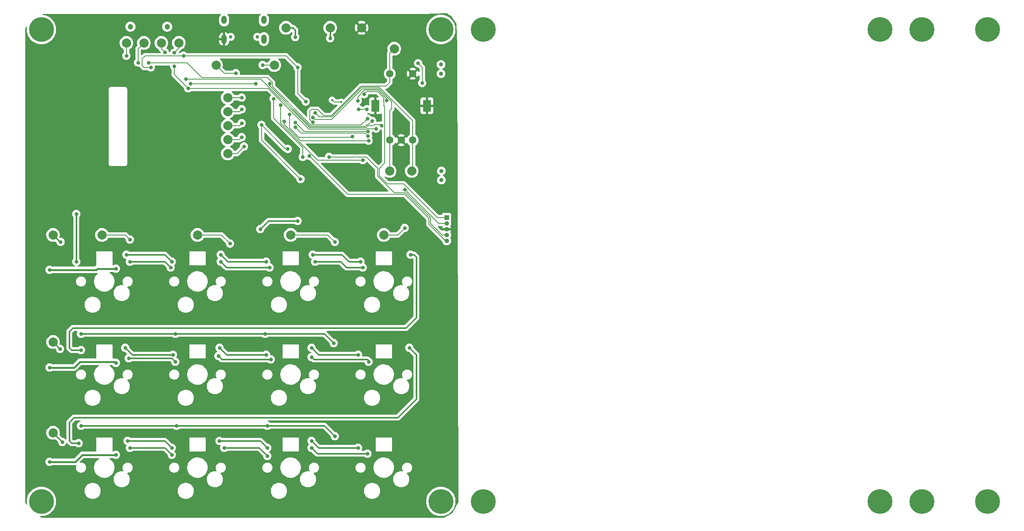
<source format=gbr>
%TF.GenerationSoftware,KiCad,Pcbnew,7.0.8*%
%TF.CreationDate,2023-12-04T11:10:45+01:00*%
%TF.ProjectId,scriptPad_PCB,73637269-7074-4506-9164-5f5043422e6b,rev?*%
%TF.SameCoordinates,Original*%
%TF.FileFunction,Copper,L1,Top*%
%TF.FilePolarity,Positive*%
%FSLAX46Y46*%
G04 Gerber Fmt 4.6, Leading zero omitted, Abs format (unit mm)*
G04 Created by KiCad (PCBNEW 7.0.8) date 2023-12-04 11:10:45*
%MOMM*%
%LPD*%
G01*
G04 APERTURE LIST*
%TA.AperFunction,ComponentPad*%
%ADD10R,1.800000X2.600000*%
%TD*%
%TA.AperFunction,ComponentPad*%
%ADD11C,1.600000*%
%TD*%
%TA.AperFunction,ComponentPad*%
%ADD12C,5.400000*%
%TD*%
%TA.AperFunction,SMDPad,CuDef*%
%ADD13C,2.000000*%
%TD*%
%TA.AperFunction,ComponentPad*%
%ADD14R,1.000000X1.000000*%
%TD*%
%TA.AperFunction,ComponentPad*%
%ADD15O,1.000000X1.000000*%
%TD*%
%TA.AperFunction,ComponentPad*%
%ADD16C,0.900000*%
%TD*%
%TA.AperFunction,ComponentPad*%
%ADD17C,1.200000*%
%TD*%
%TA.AperFunction,ComponentPad*%
%ADD18C,0.750000*%
%TD*%
%TA.AperFunction,ComponentPad*%
%ADD19O,1.200000X2.000000*%
%TD*%
%TA.AperFunction,ComponentPad*%
%ADD20O,1.200000X1.800000*%
%TD*%
%TA.AperFunction,ViaPad*%
%ADD21C,0.800000*%
%TD*%
%TA.AperFunction,ViaPad*%
%ADD22C,0.500000*%
%TD*%
%TA.AperFunction,Conductor*%
%ADD23C,0.200000*%
%TD*%
%TA.AperFunction,Conductor*%
%ADD24C,0.250000*%
%TD*%
%TA.AperFunction,Conductor*%
%ADD25C,0.300000*%
%TD*%
%TA.AperFunction,Conductor*%
%ADD26C,0.400000*%
%TD*%
G04 APERTURE END LIST*
D10*
%TO.P,SW1,S1,S1*%
%TO.N,GND*%
X112534000Y-60710000D03*
%TO.P,SW1,S2,S2*%
X101334000Y-60710000D03*
D11*
%TO.P,SW1,C,C*%
X106934000Y-68210000D03*
%TO.P,SW1,B,B*%
%TO.N,ROT_2*%
X109434000Y-68210000D03*
%TO.P,SW1,A,A*%
%TO.N,ROT_1*%
X104434000Y-68210000D03*
%TO.P,SW1,3,SW2.1*%
%TO.N,ROT_SW*%
X104434000Y-53710000D03*
%TO.P,SW1,4,SW2.2*%
%TO.N,GND*%
X109434000Y-53710000D03*
%TD*%
D12*
%TO.P,,1*%
%TO.N,N/C*%
X234775682Y-147066000D03*
%TD*%
%TO.P,,1*%
%TO.N,N/C*%
X234775682Y-44069000D03*
%TD*%
D13*
%TO.P,TP24,1,1*%
%TO.N,KB_ROW2*%
X30988000Y-132080000D03*
%TD*%
%TO.P,TP23,1,1*%
%TO.N,KB_ROW1*%
X30988000Y-112268000D03*
%TD*%
%TO.P,TP22,1,1*%
%TO.N,KB_ROW0*%
X30988000Y-88900000D03*
%TD*%
%TO.P,TP21,1,1*%
%TO.N,KB_COL0*%
X103124000Y-88900000D03*
%TD*%
%TO.P,TP20,1,1*%
%TO.N,KB_COL1*%
X82804000Y-88900000D03*
%TD*%
%TO.P,TP19,1,1*%
%TO.N,KB_COL2*%
X62484000Y-88900000D03*
%TD*%
%TO.P,TP18,1,1*%
%TO.N,KB_COL3*%
X41656000Y-88900000D03*
%TD*%
%TO.P,TP17,1,1*%
%TO.N,LCD_RESET*%
X69088000Y-58928000D03*
%TD*%
%TO.P,TP16,1,1*%
%TO.N,LCD_CLK*%
X69088000Y-61976000D03*
%TD*%
%TO.P,TP15,1,1*%
%TO.N,LCD_DC*%
X69088000Y-65024000D03*
%TD*%
%TO.P,TP14,1,1*%
%TO.N,LCD_CS*%
X69088000Y-68072000D03*
%TD*%
%TO.P,TP13,1,1*%
%TO.N,LCD_DIN*%
X69088000Y-71120000D03*
%TD*%
%TO.P,TP12,1,1*%
%TO.N,ROT_2*%
X109220000Y-74930000D03*
%TD*%
%TO.P,TP11,1,1*%
%TO.N,ROT_1*%
X104394000Y-74930000D03*
%TD*%
%TO.P,TP10,1,1*%
%TO.N,ROT_SW*%
X105410000Y-48260000D03*
%TD*%
%TO.P,TP9,1,1*%
%TO.N,SD_MISO*%
X46990000Y-46990000D03*
%TD*%
%TO.P,TP8,1,1*%
%TO.N,SD_CLK*%
X50800000Y-46990000D03*
%TD*%
%TO.P,TP7,1,1*%
%TO.N,SD_MOSI*%
X54610000Y-46990000D03*
%TD*%
%TO.P,TP6,1,1*%
%TO.N,SD_CS*%
X58420000Y-46990000D03*
%TD*%
%TO.P,TP5,1,1*%
%TO.N,GND*%
X98298000Y-43688000D03*
%TD*%
%TO.P,TP4,1,1*%
%TO.N,+3.3V*%
X91440000Y-43688000D03*
%TD*%
%TO.P,TP3,1,1*%
%TO.N,+5V*%
X81788000Y-43688000D03*
%TD*%
%TO.P,TP2,1,1*%
%TO.N,USB_D+*%
X79248000Y-51816000D03*
%TD*%
%TO.P,TP1,1,1*%
%TO.N,USB_D-*%
X66548000Y-51816000D03*
%TD*%
D14*
%TO.P,J1,1,Pin_1*%
%TO.N,TX*%
X116840000Y-85090000D03*
D15*
%TO.P,J1,2,Pin_2*%
%TO.N,RX*%
X116840000Y-86360000D03*
%TO.P,J1,3,Pin_3*%
%TO.N,GND*%
X116840000Y-87630000D03*
%TO.P,J1,4,Pin_4*%
%TO.N,SWCLK*%
X116840000Y-88900000D03*
%TO.P,J1,5,Pin_5*%
%TO.N,SWD*%
X116840000Y-90170000D03*
%TD*%
D12*
%TO.P,H4,1*%
%TO.N,N/C*%
X211328000Y-147066000D03*
%TD*%
%TO.P,,1*%
%TO.N,N/C*%
X220472000Y-44069000D03*
%TD*%
%TO.P,,1*%
%TO.N,N/C*%
X124841000Y-147066000D03*
%TD*%
%TO.P,,1*%
%TO.N,N/C*%
X124841000Y-44069000D03*
%TD*%
%TO.P,,1*%
%TO.N,N/C*%
X220472000Y-147066000D03*
%TD*%
%TO.P,H4,1*%
%TO.N,N/C*%
X115570000Y-147066000D03*
%TD*%
%TO.P,H3,1*%
%TO.N,N/C*%
X28448000Y-147066000D03*
%TD*%
%TO.P,H2,1*%
%TO.N,N/C*%
X28448000Y-44069000D03*
%TD*%
%TO.P,,1*%
%TO.N,N/C*%
X211328000Y-44069000D03*
%TD*%
%TO.P,H1,1*%
%TO.N,N/C*%
X115570000Y-44069000D03*
%TD*%
D16*
%TO.P,SW2,*%
%TO.N,*%
X115604500Y-53705000D03*
X115604500Y-51705000D03*
%TD*%
%TO.P,SW3,*%
%TO.N,*%
X115697000Y-76930000D03*
X115697000Y-74930000D03*
%TD*%
D17*
%TO.P,Card1,*%
%TO.N,*%
X47880000Y-43434000D03*
X55880000Y-43434000D03*
%TD*%
D18*
%TO.P,USBC1,*%
%TO.N,*%
X69744000Y-45660000D03*
X75544000Y-45660000D03*
D19*
%TO.P,USBC1,0,SH*%
%TO.N,GND*%
X68314000Y-46160000D03*
%TO.P,USBC1,1*%
%TO.N,N/C*%
X76974000Y-46160000D03*
D20*
%TO.P,USBC1,2*%
X76974000Y-41980000D03*
%TO.P,USBC1,3*%
X68314000Y-41980000D03*
%TD*%
D21*
%TO.N,+3.3V*%
X99451500Y-61468000D03*
X97663000Y-61468000D03*
X110617000Y-51435000D03*
X111506000Y-55753000D03*
X82191450Y-70126450D03*
%TO.N,GND*%
X97028000Y-70993000D03*
X100838000Y-71247000D03*
X99060000Y-78994000D03*
X99060000Y-74549000D03*
%TO.N,+3.3V*%
X84963000Y-76708000D03*
X76454000Y-64897000D03*
%TO.N,+1V2*%
X79121000Y-59182000D03*
X85471000Y-71882000D03*
D22*
X91856500Y-59436000D03*
X93817064Y-59888586D03*
D21*
%TO.N,KB_COL0*%
X107696000Y-87376000D03*
%TO.N,KB_COL1*%
X92456000Y-90444500D03*
%TO.N,KB_COL2*%
X69596000Y-90794500D03*
%TO.N,KB_COL3*%
X47752000Y-89916000D03*
%TO.N,KB_ROW0*%
X32628500Y-90424000D03*
%TO.N,KB_ROW1*%
X32512000Y-113792000D03*
%TO.N,KB_ROW2*%
X33020000Y-134112000D03*
%TO.N,SWCLK*%
X91186000Y-71882000D03*
%TO.N,SWD*%
X86868000Y-71628000D03*
%TO.N,TX*%
X98848911Y-58208911D03*
%TO.N,RX*%
X107696000Y-78994000D03*
X103712207Y-59518293D03*
X97454703Y-59608703D03*
%TO.N,ROT_SW*%
X87630000Y-64286500D03*
%TO.N,ROT_2*%
X88138000Y-62230000D03*
%TO.N,ROT_1*%
X87630000Y-63246000D03*
%TO.N,+3.3V*%
X91440000Y-45974000D03*
%TO.N,GND*%
X96012000Y-45720000D03*
%TO.N,LCD_DIN*%
X72644000Y-69596000D03*
%TO.N,LCD_CS*%
X72136000Y-67564000D03*
%TO.N,LCD_DC*%
X72136000Y-64516000D03*
%TO.N,LCD_CLK*%
X72136000Y-61468000D03*
%TO.N,LCD_RESET*%
X72136000Y-58928000D03*
X80645000Y-60579000D03*
%TO.N,LCD_DIN*%
X99822000Y-68326000D03*
X81407000Y-64135000D03*
%TO.N,LCD_CS*%
X99695000Y-67310000D03*
X83820000Y-65405000D03*
%TO.N,LCD_DC*%
X99695000Y-66294000D03*
X83840589Y-64368411D03*
%TO.N,LCD_CLK*%
X96266000Y-67437000D03*
X82550000Y-62611000D03*
%TO.N,LCD_RESET*%
X98552000Y-72552500D03*
%TO.N,USB_D+*%
X76708000Y-51816000D03*
%TO.N,USB_D-*%
X70866000Y-53594000D03*
%TO.N,SD_MOSI*%
X55372000Y-49022000D03*
%TO.N,SD_CS*%
X57404000Y-49149000D03*
X57404000Y-52070000D03*
%TO.N,SD_CLK*%
X49530000Y-51308000D03*
%TO.N,SD_MISO*%
X46990000Y-49784000D03*
%TO.N,+5V*%
X83820000Y-45720000D03*
X99822000Y-116586000D03*
X99568000Y-136652000D03*
X57658000Y-116586000D03*
X87376000Y-115570000D03*
X56896000Y-136906000D03*
X30226000Y-117856000D03*
X67564000Y-94742000D03*
X88138000Y-94742000D03*
X78486000Y-116078000D03*
X44704000Y-136906000D03*
X47498000Y-115824000D03*
X78232000Y-96012000D03*
X56642000Y-96012000D03*
X47752000Y-135382000D03*
X67056000Y-115316000D03*
X30226000Y-138430000D03*
X44704000Y-96266000D03*
X47752000Y-94742000D03*
X68326000Y-135382000D03*
X77724000Y-137160000D03*
X30226000Y-96520000D03*
X87376000Y-135382000D03*
X98552000Y-96012000D03*
X44704000Y-116840000D03*
%TO.N,GND*%
X33528000Y-127508000D03*
X90424000Y-78359000D03*
X37846000Y-90551000D03*
X49149000Y-52451000D03*
X46228000Y-52451000D03*
X89154000Y-76327000D03*
X90932000Y-55626000D03*
X94234000Y-55626000D03*
%TO.N,+3.3V*%
X84328000Y-52324000D03*
X59436000Y-49784000D03*
X52324000Y-52324000D03*
X86106000Y-59817000D03*
%TO.N,KB_ROW0*%
X84328000Y-85852000D03*
X76200000Y-87630000D03*
%TO.N,KB_ROW1*%
X57658000Y-110490000D03*
X37084000Y-110490000D03*
X92202000Y-112522000D03*
X77216000Y-110490000D03*
%TO.N,KB_ROW2*%
X57912000Y-130556000D03*
X92456000Y-132842000D03*
X77724000Y-130556000D03*
X37084000Y-130556000D03*
%TO.N,SD_CS*%
X101464000Y-65694500D03*
X60452000Y-56896000D03*
%TO.N,SD_MOSI*%
X78232000Y-55880000D03*
X100584000Y-64008000D03*
X75184000Y-55880000D03*
X60960000Y-55880000D03*
%TO.N,Net-(LED1-DOUT)*%
X46990000Y-93218000D03*
X56896000Y-94742000D03*
%TO.N,Net-(LED1-DIN)*%
X36068000Y-94742000D03*
X36068000Y-84328000D03*
%TO.N,Net-(LED2-DOUT)*%
X67564000Y-93218000D03*
X77470000Y-94742000D03*
%TO.N,Net-(LED3-DOUT)*%
X98044000Y-94742000D03*
X87630000Y-93218000D03*
%TO.N,Net-(LED4-DOUT)*%
X108966000Y-93218000D03*
X37084000Y-114046000D03*
%TO.N,Net-(LED5-DOUT)*%
X57150000Y-115062000D03*
X46736000Y-113538000D03*
%TO.N,Net-(LED6-DOUT)*%
X77470000Y-115062000D03*
X67310000Y-113538000D03*
%TO.N,Net-(LED7-DOUT)*%
X87376000Y-113538000D03*
X97536000Y-115062000D03*
%TO.N,Net-(LED8-DOUT)*%
X108712000Y-113538000D03*
X36576000Y-134366000D03*
%TO.N,Net-(LED10-DIN)*%
X47244000Y-133858000D03*
X56896000Y-135382000D03*
%TO.N,Net-(LED10-DOUT)*%
X67298000Y-133870000D03*
X77724000Y-135382000D03*
%TO.N,Net-(LED11-DOUT)*%
X87376000Y-133858000D03*
X97536000Y-135382000D03*
%TO.N,SD_CLK*%
X51816000Y-51308000D03*
X99568000Y-63500000D03*
%TO.N,SD_MISO*%
X102616000Y-65024000D03*
X59944000Y-54864000D03*
%TD*%
D23*
%TO.N,+3.3V*%
X97663000Y-61468000D02*
X99451500Y-61468000D01*
%TO.N,ROT_2*%
X109434000Y-74716000D02*
X109220000Y-74930000D01*
X109434000Y-68210000D02*
X109434000Y-74716000D01*
%TO.N,ROT_SW*%
X104434000Y-49236000D02*
X105410000Y-48260000D01*
X104434000Y-53710000D02*
X104434000Y-49236000D01*
X87022292Y-63678792D02*
X87630000Y-64286500D01*
X87022292Y-61821708D02*
X87022292Y-63678792D01*
X87376000Y-61468000D02*
X87022292Y-61821708D01*
X90015868Y-62837868D02*
X88646000Y-61468000D01*
X88646000Y-61468000D02*
X87376000Y-61468000D01*
X91715604Y-62837868D02*
X90015868Y-62837868D01*
X103632000Y-56388000D02*
X98165472Y-56388000D01*
X98165472Y-56388000D02*
X91715604Y-62837868D01*
X104434000Y-53710000D02*
X104434000Y-55586000D01*
X104434000Y-55586000D02*
X103632000Y-56388000D01*
%TO.N,ROT_1*%
X102029736Y-56988000D02*
X104856000Y-59814264D01*
X104434000Y-61760264D02*
X104434000Y-68210000D01*
X98414000Y-56988000D02*
X102029736Y-56988000D01*
X104856000Y-61338264D02*
X104434000Y-61760264D01*
X91694000Y-63708000D02*
X98414000Y-56988000D01*
X88092000Y-63708000D02*
X91694000Y-63708000D01*
X104856000Y-59814264D02*
X104856000Y-61338264D01*
X87630000Y-63246000D02*
X88092000Y-63708000D01*
%TO.N,ROT_2*%
X89045868Y-63137868D02*
X88138000Y-62230000D01*
X102154000Y-56688000D02*
X98289736Y-56688000D01*
X109434000Y-63968000D02*
X102154000Y-56688000D01*
X98289736Y-56688000D02*
X91839868Y-63137868D01*
X109434000Y-68210000D02*
X109434000Y-63968000D01*
X91839868Y-63137868D02*
X89045868Y-63137868D01*
%TO.N,+3.3V*%
X111506000Y-52324000D02*
X110617000Y-51435000D01*
X111506000Y-55753000D02*
X111506000Y-52324000D01*
X82191450Y-70126450D02*
X81683450Y-70126450D01*
X81683450Y-70126450D02*
X76454000Y-64897000D01*
%TO.N,GND*%
X97282000Y-71247000D02*
X100838000Y-71247000D01*
X97028000Y-70993000D02*
X97282000Y-71247000D01*
X99060000Y-74549000D02*
X99060000Y-78994000D01*
%TO.N,+3.3V*%
X76454000Y-68199000D02*
X76454000Y-64897000D01*
X84963000Y-76708000D02*
X76454000Y-68199000D01*
%TO.N,+1V2*%
X79121000Y-63416264D02*
X79121000Y-59182000D01*
X84115868Y-68411132D02*
X79121000Y-63416264D01*
X85471000Y-69766264D02*
X84115868Y-68411132D01*
X85471000Y-71882000D02*
X85471000Y-69766264D01*
X92309086Y-59888586D02*
X91856500Y-59436000D01*
X93817064Y-59888586D02*
X92309086Y-59888586D01*
%TO.N,SWCLK*%
X115824000Y-88900000D02*
X116840000Y-88900000D01*
X113284000Y-85090000D02*
X113284000Y-86360000D01*
X107904000Y-79710000D02*
X113284000Y-85090000D01*
X101808000Y-76070264D02*
X105447736Y-79710000D01*
X105447736Y-79710000D02*
X107904000Y-79710000D01*
X99314000Y-71882000D02*
X101808000Y-74376000D01*
X113284000Y-86360000D02*
X115824000Y-88900000D01*
X101808000Y-74376000D02*
X101808000Y-76070264D01*
X91186000Y-71882000D02*
X99314000Y-71882000D01*
%TO.N,SWD*%
X116586000Y-90170000D02*
X116840000Y-90170000D01*
X112984000Y-86568000D02*
X116586000Y-90170000D01*
X112984000Y-85298000D02*
X112984000Y-86568000D01*
X107696000Y-80010000D02*
X112984000Y-85298000D01*
X95250000Y-80010000D02*
X107696000Y-80010000D01*
X86868000Y-71628000D02*
X95250000Y-80010000D01*
%TO.N,KB_COL0*%
X106172000Y-88900000D02*
X107696000Y-87376000D01*
X103124000Y-88900000D02*
X106172000Y-88900000D01*
%TO.N,KB_COL1*%
X90911500Y-88900000D02*
X92456000Y-90444500D01*
X82804000Y-88900000D02*
X90911500Y-88900000D01*
%TO.N,KB_COL2*%
X67701500Y-88900000D02*
X69596000Y-90794500D01*
X62484000Y-88900000D02*
X67701500Y-88900000D01*
%TO.N,KB_COL3*%
X46736000Y-88900000D02*
X47752000Y-89916000D01*
X41656000Y-88900000D02*
X46736000Y-88900000D01*
D24*
%TO.N,KB_ROW0*%
X32512000Y-90424000D02*
X30988000Y-88900000D01*
X32628500Y-90424000D02*
X32512000Y-90424000D01*
%TO.N,KB_ROW1*%
X32512000Y-113792000D02*
X30988000Y-112268000D01*
%TO.N,KB_ROW2*%
X33020000Y-134112000D02*
X30988000Y-132080000D01*
D25*
%TO.N,KB_ROW0*%
X77978000Y-85852000D02*
X76200000Y-87630000D01*
X84328000Y-85852000D02*
X77978000Y-85852000D01*
D23*
%TO.N,TX*%
X114808000Y-85090000D02*
X116840000Y-85090000D01*
X107442000Y-77724000D02*
X114808000Y-85090000D01*
X103886000Y-77724000D02*
X107442000Y-77724000D01*
X102108000Y-75946000D02*
X103886000Y-77724000D01*
X102108000Y-74422000D02*
X102108000Y-75946000D01*
X103304000Y-73226000D02*
X102108000Y-74422000D01*
X103304000Y-60886000D02*
X103304000Y-73226000D01*
X103124000Y-60706000D02*
X103304000Y-60886000D01*
X103124000Y-59778615D02*
X103124000Y-60706000D01*
X103112207Y-59766822D02*
X103124000Y-59778615D01*
X103112207Y-59269764D02*
X103112207Y-59766822D01*
X103124000Y-59257971D02*
X103112207Y-59269764D01*
X103124000Y-58930792D02*
X103124000Y-59257971D01*
X99384000Y-57588000D02*
X101781208Y-57588000D01*
X98848911Y-58123089D02*
X99384000Y-57588000D01*
X101781208Y-57588000D02*
X103124000Y-58930792D01*
X98848911Y-58208911D02*
X98848911Y-58123089D01*
%TO.N,RX*%
X97454703Y-58755297D02*
X97454703Y-59608703D01*
X98922000Y-57288000D02*
X97454703Y-58755297D01*
X101905472Y-57288000D02*
X98922000Y-57288000D01*
X103712207Y-59518293D02*
X103712207Y-59094735D01*
X103712207Y-59094735D02*
X101905472Y-57288000D01*
X115062000Y-86360000D02*
X116840000Y-86360000D01*
X107696000Y-78994000D02*
X115062000Y-86360000D01*
%TO.N,SD_CLK*%
X78832000Y-55631471D02*
X78832000Y-56520472D01*
X77764529Y-54564000D02*
X78832000Y-55631471D01*
X63454000Y-54564000D02*
X77764529Y-54564000D01*
X78832000Y-56520472D02*
X87197528Y-64886000D01*
X87197528Y-64886000D02*
X98182000Y-64886000D01*
X60198000Y-51308000D02*
X63454000Y-54564000D01*
X98182000Y-64886000D02*
X99568000Y-63500000D01*
X51816000Y-51308000D02*
X60198000Y-51308000D01*
%TO.N,SD_MOSI*%
X99797500Y-64794500D02*
X100584000Y-64008000D01*
X99497443Y-64794500D02*
X99797500Y-64794500D01*
X99105943Y-65186000D02*
X99497443Y-64794500D01*
X87073264Y-65186000D02*
X99105943Y-65186000D01*
X78232000Y-56344736D02*
X87073264Y-65186000D01*
X78232000Y-55880000D02*
X78232000Y-56344736D01*
%TO.N,SD_MISO*%
X76327000Y-54864000D02*
X59944000Y-54864000D01*
X86949000Y-65486000D02*
X76327000Y-54864000D01*
X99230207Y-65486000D02*
X86949000Y-65486000D01*
X99621707Y-65094500D02*
X99230207Y-65486000D01*
X101092000Y-64770000D02*
X100767500Y-65094500D01*
X100767500Y-65094500D02*
X99621707Y-65094500D01*
X102362000Y-64770000D02*
X101092000Y-64770000D01*
X102616000Y-65024000D02*
X102362000Y-64770000D01*
%TO.N,SD_CS*%
X86824736Y-65786000D02*
X77934736Y-56896000D01*
X99354471Y-65786000D02*
X86824736Y-65786000D01*
X77934736Y-56896000D02*
X60452000Y-56896000D01*
X101464000Y-65694500D02*
X99445971Y-65694500D01*
X99445971Y-65694500D02*
X99354471Y-65786000D01*
%TO.N,ROT_1*%
X104394000Y-68260000D02*
X104394000Y-74930000D01*
%TO.N,ROT_2*%
X109474000Y-74676000D02*
X109220000Y-74930000D01*
D25*
%TO.N,+3.3V*%
X91440000Y-45974000D02*
X91440000Y-43688000D01*
D23*
%TO.N,GND*%
X96266000Y-45720000D02*
X98298000Y-43688000D01*
X96012000Y-45720000D02*
X96266000Y-45720000D01*
%TO.N,LCD_DIN*%
X71120000Y-71120000D02*
X69088000Y-71120000D01*
X72644000Y-69596000D02*
X71120000Y-71120000D01*
%TO.N,LCD_CS*%
X71628000Y-68072000D02*
X69088000Y-68072000D01*
X72136000Y-67564000D02*
X71628000Y-68072000D01*
%TO.N,LCD_DC*%
X71628000Y-65024000D02*
X69088000Y-65024000D01*
X72136000Y-64516000D02*
X71628000Y-65024000D01*
%TO.N,LCD_CLK*%
X71628000Y-61976000D02*
X69088000Y-61976000D01*
X72136000Y-61468000D02*
X71628000Y-61976000D01*
%TO.N,LCD_RESET*%
X72136000Y-58928000D02*
X69088000Y-58928000D01*
X88681500Y-72552500D02*
X98552000Y-72552500D01*
X80645000Y-60579000D02*
X80645000Y-64516000D01*
X80645000Y-64516000D02*
X88681500Y-72552500D01*
%TO.N,LCD_DIN*%
X84919736Y-68326000D02*
X99822000Y-68326000D01*
X81407000Y-64135000D02*
X81407000Y-64813264D01*
X81407000Y-64813264D02*
X84919736Y-68326000D01*
%TO.N,LCD_CS*%
X99060000Y-66675000D02*
X99695000Y-67310000D01*
X98806000Y-66675000D02*
X99060000Y-66675000D01*
X83820000Y-65405000D02*
X85090000Y-66675000D01*
X85090000Y-66675000D02*
X98806000Y-66675000D01*
%TO.N,LCD_DC*%
X83840589Y-64368411D02*
X85766178Y-66294000D01*
X85766178Y-66294000D02*
X99695000Y-66294000D01*
%TO.N,LCD_CLK*%
X84582000Y-67564000D02*
X96266000Y-67564000D01*
X82550000Y-65532000D02*
X84582000Y-67564000D01*
X82550000Y-62611000D02*
X82550000Y-65532000D01*
%TO.N,USB_D+*%
X76708000Y-51816000D02*
X79248000Y-51816000D01*
%TO.N,USB_D-*%
X68326000Y-53594000D02*
X66548000Y-51816000D01*
X70866000Y-53594000D02*
X68326000Y-53594000D01*
%TO.N,SD_MOSI*%
X55372000Y-49022000D02*
X54610000Y-48260000D01*
X54610000Y-48260000D02*
X54610000Y-46990000D01*
%TO.N,SD_CS*%
X58420000Y-48133000D02*
X58420000Y-46990000D01*
X57404000Y-49149000D02*
X58420000Y-48133000D01*
X57404000Y-53848000D02*
X57404000Y-52070000D01*
X60452000Y-56896000D02*
X57404000Y-53848000D01*
%TO.N,SD_CLK*%
X49530000Y-48260000D02*
X50800000Y-46990000D01*
X49530000Y-51308000D02*
X49530000Y-48260000D01*
%TO.N,+3.3V*%
X50419000Y-50419000D02*
X51054000Y-49784000D01*
X51054000Y-49784000D02*
X59436000Y-49784000D01*
X50800000Y-52324000D02*
X50419000Y-51943000D01*
X50419000Y-51943000D02*
X50419000Y-50419000D01*
X52324000Y-52324000D02*
X50800000Y-52324000D01*
%TO.N,SD_MISO*%
X46990000Y-49784000D02*
X46990000Y-46990000D01*
D25*
%TO.N,+5V*%
X83312000Y-43688000D02*
X81788000Y-43688000D01*
X83820000Y-44196000D02*
X83312000Y-43688000D01*
X83820000Y-45720000D02*
X83820000Y-44196000D01*
D26*
X30226000Y-138430000D02*
X35814000Y-138430000D01*
X35560000Y-117856000D02*
X36830000Y-116586000D01*
X30226000Y-96520000D02*
X40386000Y-96520000D01*
D25*
X47752000Y-135382000D02*
X55372000Y-135382000D01*
X87376000Y-135382000D02*
X88646000Y-136652000D01*
D26*
X37338000Y-136906000D02*
X44704000Y-136906000D01*
D25*
X68834000Y-96012000D02*
X78232000Y-96012000D01*
X47752000Y-94742000D02*
X55372000Y-94742000D01*
D26*
X30226000Y-117856000D02*
X35560000Y-117856000D01*
X40640000Y-96266000D02*
X44704000Y-96266000D01*
D25*
X99822000Y-116332000D02*
X99822000Y-116586000D01*
X67818000Y-116078000D02*
X78486000Y-116078000D01*
X94996000Y-96012000D02*
X98552000Y-96012000D01*
D26*
X44450000Y-116586000D02*
X44704000Y-116840000D01*
D25*
X67056000Y-115316000D02*
X67818000Y-116078000D01*
X68326000Y-135382000D02*
X75946000Y-135382000D01*
X67564000Y-94742000D02*
X68834000Y-96012000D01*
X47498000Y-115824000D02*
X56896000Y-115824000D01*
D26*
X40386000Y-96520000D02*
X40640000Y-96266000D01*
D25*
X56896000Y-115824000D02*
X57658000Y-116586000D01*
X93726000Y-94742000D02*
X94996000Y-96012000D01*
X87884000Y-116078000D02*
X99568000Y-116078000D01*
X88646000Y-136652000D02*
X99568000Y-136652000D01*
X99568000Y-116078000D02*
X99822000Y-116332000D01*
D26*
X36830000Y-116586000D02*
X44450000Y-116586000D01*
D25*
X88138000Y-94742000D02*
X93726000Y-94742000D01*
X55372000Y-94742000D02*
X56642000Y-96012000D01*
X75946000Y-135382000D02*
X77724000Y-137160000D01*
X55372000Y-135382000D02*
X56896000Y-136906000D01*
X87376000Y-115570000D02*
X87884000Y-116078000D01*
D26*
X35814000Y-138430000D02*
X37338000Y-136906000D01*
D23*
%TO.N,GND*%
X89154000Y-76327000D02*
X89154000Y-77724000D01*
X49149000Y-52451000D02*
X46228000Y-52451000D01*
X89154000Y-77724000D02*
X89789000Y-78359000D01*
X90932000Y-55626000D02*
X94234000Y-55626000D01*
X89789000Y-78359000D02*
X90424000Y-78359000D01*
%TO.N,+3.3V*%
X84328000Y-52324000D02*
X84328000Y-58039000D01*
X59436000Y-49784000D02*
X81788000Y-49784000D01*
X81788000Y-49784000D02*
X84328000Y-52324000D01*
X84328000Y-58039000D02*
X86106000Y-59817000D01*
D25*
%TO.N,KB_ROW1*%
X92202000Y-112522000D02*
X90170000Y-110490000D01*
X90170000Y-110490000D02*
X77216000Y-110490000D01*
X57658000Y-110490000D02*
X37084000Y-110490000D01*
X77216000Y-110490000D02*
X57658000Y-110490000D01*
%TO.N,KB_ROW2*%
X77724000Y-130556000D02*
X57912000Y-130556000D01*
X90170000Y-130556000D02*
X92456000Y-132842000D01*
X57912000Y-130556000D02*
X37084000Y-130556000D01*
X77724000Y-130556000D02*
X90170000Y-130556000D01*
D23*
%TO.N,SD_MOSI*%
X60960000Y-55880000D02*
X75184000Y-55880000D01*
D25*
%TO.N,Net-(LED1-DOUT)*%
X55372000Y-93218000D02*
X56896000Y-94742000D01*
X46990000Y-93218000D02*
X55372000Y-93218000D01*
%TO.N,Net-(LED1-DIN)*%
X36068000Y-94742000D02*
X36068000Y-84328000D01*
%TO.N,Net-(LED2-DOUT)*%
X69088000Y-94742000D02*
X77470000Y-94742000D01*
X67564000Y-93218000D02*
X69088000Y-94742000D01*
%TO.N,Net-(LED3-DOUT)*%
X87630000Y-93218000D02*
X93980000Y-93218000D01*
X93980000Y-93218000D02*
X95504000Y-94742000D01*
X95504000Y-94742000D02*
X98044000Y-94742000D01*
%TO.N,Net-(LED4-DOUT)*%
X34544000Y-113538000D02*
X34544000Y-109982000D01*
X37084000Y-114046000D02*
X35052000Y-114046000D01*
X35052000Y-114046000D02*
X34544000Y-113538000D01*
X109728000Y-93218000D02*
X108966000Y-93218000D01*
X110236000Y-93726000D02*
X109728000Y-93218000D01*
X110236000Y-106934000D02*
X110236000Y-93726000D01*
X35306000Y-109220000D02*
X107950000Y-109220000D01*
X107950000Y-109220000D02*
X110236000Y-106934000D01*
X34544000Y-109982000D02*
X35306000Y-109220000D01*
%TO.N,Net-(LED5-DOUT)*%
X46736000Y-113538000D02*
X48260000Y-115062000D01*
X48260000Y-115062000D02*
X57150000Y-115062000D01*
%TO.N,Net-(LED6-DOUT)*%
X67310000Y-113538000D02*
X68834000Y-115062000D01*
X68834000Y-115062000D02*
X77470000Y-115062000D01*
%TO.N,Net-(LED7-DOUT)*%
X87376000Y-113538000D02*
X88900000Y-115062000D01*
X88900000Y-115062000D02*
X97536000Y-115062000D01*
%TO.N,Net-(LED8-DOUT)*%
X110236000Y-124714000D02*
X110236000Y-115062000D01*
X106172000Y-128778000D02*
X110236000Y-124714000D01*
X36576000Y-134366000D02*
X35052000Y-134366000D01*
X35560000Y-128778000D02*
X106172000Y-128778000D01*
X34544000Y-129794000D02*
X35560000Y-128778000D01*
X34544000Y-133858000D02*
X34544000Y-129794000D01*
X110236000Y-115062000D02*
X108712000Y-113538000D01*
X35052000Y-134366000D02*
X34544000Y-133858000D01*
%TO.N,Net-(LED10-DIN)*%
X47244000Y-133858000D02*
X55372000Y-133858000D01*
X55372000Y-133858000D02*
X56896000Y-135382000D01*
%TO.N,Net-(LED10-DOUT)*%
X76200000Y-133858000D02*
X77724000Y-135382000D01*
X67298000Y-133870000D02*
X67310000Y-133858000D01*
X67310000Y-133858000D02*
X76200000Y-133858000D01*
%TO.N,Net-(LED11-DOUT)*%
X96774000Y-135382000D02*
X97536000Y-135382000D01*
X88900000Y-135382000D02*
X96774000Y-135382000D01*
X87376000Y-133858000D02*
X88900000Y-135382000D01*
%TD*%
%TA.AperFunction,Conductor*%
%TO.N,GND*%
G36*
X115924124Y-86980185D02*
G01*
X115969879Y-87032989D01*
X115979823Y-87102147D01*
X115966443Y-87142953D01*
X115911652Y-87245458D01*
X115870839Y-87379999D01*
X115870840Y-87380000D01*
X116625517Y-87380000D01*
X116554199Y-87464993D01*
X116515000Y-87572694D01*
X116515000Y-87687306D01*
X116554199Y-87795007D01*
X116625517Y-87880000D01*
X115870840Y-87880000D01*
X115863809Y-87889480D01*
X115808063Y-87931600D01*
X115738394Y-87936896D01*
X115676922Y-87903685D01*
X115676530Y-87903294D01*
X114948234Y-87174998D01*
X114914749Y-87113675D01*
X114919733Y-87043983D01*
X114961605Y-86988050D01*
X115027069Y-86963633D01*
X115052101Y-86964378D01*
X115062000Y-86965682D01*
X115097329Y-86961030D01*
X115105428Y-86960500D01*
X115857085Y-86960500D01*
X115924124Y-86980185D01*
G37*
%TD.AperFunction*%
%TA.AperFunction,Conductor*%
G36*
X99527938Y-72946413D02*
G01*
X99538969Y-72956204D01*
X101171181Y-74588416D01*
X101204666Y-74649739D01*
X101207500Y-74676097D01*
X101207500Y-76026835D01*
X101206969Y-76034933D01*
X101202318Y-76070264D01*
X101207500Y-76109625D01*
X101208331Y-76115937D01*
X101222955Y-76227024D01*
X101222956Y-76227026D01*
X101271901Y-76345191D01*
X101283464Y-76373105D01*
X101379718Y-76498546D01*
X101407995Y-76520244D01*
X101414085Y-76525584D01*
X102754343Y-77865842D01*
X104086320Y-79197819D01*
X104119805Y-79259142D01*
X104114821Y-79328834D01*
X104072949Y-79384767D01*
X104007485Y-79409184D01*
X103998639Y-79409500D01*
X95550097Y-79409500D01*
X95483058Y-79389815D01*
X95462416Y-79373181D01*
X89453916Y-73364681D01*
X89420431Y-73303358D01*
X89425415Y-73233666D01*
X89467287Y-73177733D01*
X89532751Y-73153316D01*
X89541597Y-73153000D01*
X97825742Y-73153000D01*
X97892781Y-73172685D01*
X97917891Y-73194027D01*
X97946128Y-73225387D01*
X97946135Y-73225393D01*
X98099265Y-73336648D01*
X98099270Y-73336651D01*
X98272192Y-73413642D01*
X98272197Y-73413644D01*
X98457354Y-73453000D01*
X98457355Y-73453000D01*
X98646644Y-73453000D01*
X98646646Y-73453000D01*
X98831803Y-73413644D01*
X99004730Y-73336651D01*
X99157871Y-73225388D01*
X99284533Y-73084716D01*
X99343904Y-72981882D01*
X99394467Y-72933670D01*
X99463073Y-72920446D01*
X99527938Y-72946413D01*
G37*
%TD.AperFunction*%
%TA.AperFunction,Conductor*%
G36*
X102457285Y-65910881D02*
G01*
X102521354Y-65924500D01*
X102579500Y-65924500D01*
X102646539Y-65944185D01*
X102692294Y-65996989D01*
X102703500Y-66048500D01*
X102703500Y-72925903D01*
X102683815Y-72992942D01*
X102667181Y-73013584D01*
X102068681Y-73612084D01*
X102007358Y-73645569D01*
X101937666Y-73640585D01*
X101893319Y-73612084D01*
X100836123Y-72554888D01*
X99769320Y-71488085D01*
X99763980Y-71481995D01*
X99742282Y-71453718D01*
X99616841Y-71357464D01*
X99598302Y-71349785D01*
X99470762Y-71296956D01*
X99470760Y-71296955D01*
X99353361Y-71281500D01*
X99314000Y-71276318D01*
X99278670Y-71280969D01*
X99270572Y-71281500D01*
X91912258Y-71281500D01*
X91845219Y-71261815D01*
X91820109Y-71240473D01*
X91791871Y-71209112D01*
X91791864Y-71209106D01*
X91638734Y-71097851D01*
X91638729Y-71097848D01*
X91465807Y-71020857D01*
X91465802Y-71020855D01*
X91309307Y-70987592D01*
X91280646Y-70981500D01*
X91091354Y-70981500D01*
X91062693Y-70987592D01*
X90906197Y-71020855D01*
X90906192Y-71020857D01*
X90733270Y-71097848D01*
X90733265Y-71097851D01*
X90580129Y-71209111D01*
X90453466Y-71349785D01*
X90358821Y-71513715D01*
X90358818Y-71513722D01*
X90316314Y-71644537D01*
X90300326Y-71693744D01*
X90284853Y-71840963D01*
X90258270Y-71905576D01*
X90200972Y-71945561D01*
X90161533Y-71952000D01*
X88981597Y-71952000D01*
X88914558Y-71932315D01*
X88893916Y-71915681D01*
X86116416Y-69138181D01*
X86082931Y-69076858D01*
X86087915Y-69007166D01*
X86129787Y-68951233D01*
X86195251Y-68926816D01*
X86204097Y-68926500D01*
X99095742Y-68926500D01*
X99162781Y-68946185D01*
X99187891Y-68967527D01*
X99216128Y-68998887D01*
X99216135Y-68998893D01*
X99369265Y-69110148D01*
X99369270Y-69110151D01*
X99542192Y-69187142D01*
X99542197Y-69187144D01*
X99727354Y-69226500D01*
X99727355Y-69226500D01*
X99916644Y-69226500D01*
X99916646Y-69226500D01*
X100101803Y-69187144D01*
X100274730Y-69110151D01*
X100427871Y-68998888D01*
X100554533Y-68858216D01*
X100649179Y-68694284D01*
X100707674Y-68514256D01*
X100727460Y-68326000D01*
X100707674Y-68137744D01*
X100649179Y-67957716D01*
X100554533Y-67793784D01*
X100551086Y-67789956D01*
X100520856Y-67726966D01*
X100525303Y-67668667D01*
X100580674Y-67498256D01*
X100600460Y-67310000D01*
X100580674Y-67121744D01*
X100522179Y-66941716D01*
X100477308Y-66863997D01*
X100460836Y-66796100D01*
X100477308Y-66740002D01*
X100522179Y-66662284D01*
X100580674Y-66482256D01*
X100588684Y-66406035D01*
X100615269Y-66341424D01*
X100672566Y-66301439D01*
X100712005Y-66295000D01*
X100737742Y-66295000D01*
X100804781Y-66314685D01*
X100829891Y-66336027D01*
X100858128Y-66367387D01*
X100858135Y-66367393D01*
X101011265Y-66478648D01*
X101011270Y-66478651D01*
X101184192Y-66555642D01*
X101184197Y-66555644D01*
X101369354Y-66595000D01*
X101369355Y-66595000D01*
X101558644Y-66595000D01*
X101558646Y-66595000D01*
X101743803Y-66555644D01*
X101916730Y-66478651D01*
X102069871Y-66367388D01*
X102196533Y-66226716D01*
X102291179Y-66062784D01*
X102313575Y-65993854D01*
X102353012Y-65936179D01*
X102417370Y-65908980D01*
X102457285Y-65910881D01*
G37*
%TD.AperFunction*%
%TA.AperFunction,Conductor*%
G36*
X105661703Y-61045384D02*
G01*
X105668181Y-61051416D01*
X108797181Y-64180416D01*
X108830666Y-64241739D01*
X108833500Y-64268097D01*
X108833500Y-66978306D01*
X108813815Y-67045345D01*
X108780623Y-67079881D01*
X108594859Y-67209953D01*
X108433954Y-67370858D01*
X108303432Y-67557265D01*
X108303430Y-67557269D01*
X108296105Y-67572978D01*
X108249931Y-67625417D01*
X108182737Y-67644567D01*
X108115857Y-67624350D01*
X108071341Y-67572974D01*
X108064132Y-67557515D01*
X108064131Y-67557512D01*
X108013026Y-67484526D01*
X108013025Y-67484526D01*
X107417075Y-68080476D01*
X107393492Y-68000157D01*
X107315760Y-67879203D01*
X107207100Y-67785048D01*
X107076315Y-67725321D01*
X107066532Y-67723914D01*
X107659472Y-67130974D01*
X107659471Y-67130973D01*
X107586483Y-67079866D01*
X107586481Y-67079865D01*
X107380326Y-66983734D01*
X107380317Y-66983730D01*
X107160610Y-66924860D01*
X107160599Y-66924858D01*
X106934002Y-66905034D01*
X106933998Y-66905034D01*
X106707400Y-66924858D01*
X106707389Y-66924860D01*
X106487682Y-66983730D01*
X106487673Y-66983734D01*
X106281513Y-67079868D01*
X106208527Y-67130972D01*
X106208526Y-67130973D01*
X106801468Y-67723914D01*
X106791685Y-67725321D01*
X106660900Y-67785048D01*
X106552240Y-67879203D01*
X106474508Y-68000157D01*
X106450923Y-68080476D01*
X105854973Y-67484526D01*
X105854972Y-67484527D01*
X105803868Y-67557512D01*
X105796656Y-67572979D01*
X105750482Y-67625417D01*
X105683288Y-67644567D01*
X105616407Y-67624350D01*
X105571893Y-67572976D01*
X105564568Y-67557266D01*
X105434047Y-67370861D01*
X105434045Y-67370858D01*
X105273140Y-67209953D01*
X105087377Y-67079881D01*
X105043752Y-67025304D01*
X105034500Y-66978306D01*
X105034500Y-62060360D01*
X105054185Y-61993321D01*
X105070815Y-61972683D01*
X105249915Y-61793582D01*
X105255998Y-61788248D01*
X105284282Y-61766546D01*
X105380536Y-61641105D01*
X105441044Y-61495026D01*
X105444602Y-61468000D01*
X105461682Y-61338264D01*
X105457030Y-61302933D01*
X105456500Y-61294835D01*
X105456500Y-61139097D01*
X105476185Y-61072058D01*
X105528989Y-61026303D01*
X105598147Y-61016359D01*
X105661703Y-61045384D01*
G37*
%TD.AperFunction*%
%TA.AperFunction,Conductor*%
G36*
X101131539Y-61733097D02*
G01*
X101292861Y-61763871D01*
X101456768Y-61753559D01*
X101584000Y-61712218D01*
X101584000Y-62510000D01*
X102281828Y-62510000D01*
X102281844Y-62509999D01*
X102341372Y-62503598D01*
X102341379Y-62503596D01*
X102476086Y-62453354D01*
X102476089Y-62453352D01*
X102505188Y-62431569D01*
X102570652Y-62407151D01*
X102638925Y-62422002D01*
X102688331Y-62471406D01*
X102703500Y-62530835D01*
X102703500Y-63999500D01*
X102683815Y-64066539D01*
X102631011Y-64112294D01*
X102579500Y-64123500D01*
X102521354Y-64123500D01*
X102461219Y-64136282D01*
X102336200Y-64162855D01*
X102334431Y-64163430D01*
X102330759Y-64164011D01*
X102329840Y-64164207D01*
X102329829Y-64164158D01*
X102296110Y-64169500D01*
X101610202Y-64169500D01*
X101543163Y-64149815D01*
X101497408Y-64097011D01*
X101486881Y-64032540D01*
X101487323Y-64028328D01*
X101489460Y-64008000D01*
X101469674Y-63819744D01*
X101411179Y-63639716D01*
X101316533Y-63475784D01*
X101189871Y-63335112D01*
X101157708Y-63311744D01*
X101036734Y-63223851D01*
X101036729Y-63223848D01*
X100863807Y-63146857D01*
X100863802Y-63146855D01*
X100696994Y-63111400D01*
X100678646Y-63107500D01*
X100489354Y-63107500D01*
X100489352Y-63107500D01*
X100481136Y-63109246D01*
X100411469Y-63103926D01*
X100355738Y-63061786D01*
X100347974Y-63049954D01*
X100307172Y-62979284D01*
X100300533Y-62967784D01*
X100173871Y-62827112D01*
X100173870Y-62827111D01*
X100020734Y-62715851D01*
X100020729Y-62715848D01*
X99847807Y-62638857D01*
X99847802Y-62638855D01*
X99702001Y-62607865D01*
X99662646Y-62599500D01*
X99639156Y-62599500D01*
X99572117Y-62579815D01*
X99526362Y-62527011D01*
X99516418Y-62457853D01*
X99545443Y-62394297D01*
X99604221Y-62356523D01*
X99613376Y-62354210D01*
X99622880Y-62352189D01*
X99731303Y-62329144D01*
X99878680Y-62263526D01*
X99947927Y-62254241D01*
X100011204Y-62283869D01*
X100028380Y-62302494D01*
X100076812Y-62367190D01*
X100191906Y-62453350D01*
X100191913Y-62453354D01*
X100326620Y-62503596D01*
X100326627Y-62503598D01*
X100386155Y-62509999D01*
X100386172Y-62510000D01*
X101084000Y-62510000D01*
X101084000Y-61710726D01*
X101131539Y-61733097D01*
G37*
%TD.AperFunction*%
%TA.AperFunction,Conductor*%
G36*
X101548150Y-58208185D02*
G01*
X101568792Y-58224819D01*
X102042292Y-58698319D01*
X102075777Y-58759642D01*
X102070793Y-58829334D01*
X102028921Y-58885267D01*
X101963457Y-58909684D01*
X101954611Y-58910000D01*
X101584000Y-58910000D01*
X101584000Y-59709273D01*
X101536461Y-59686903D01*
X101375139Y-59656129D01*
X101211232Y-59666441D01*
X101084000Y-59707781D01*
X101084000Y-58910000D01*
X100386155Y-58910000D01*
X100326627Y-58916401D01*
X100326620Y-58916403D01*
X100191913Y-58966645D01*
X100191906Y-58966649D01*
X100076812Y-59052809D01*
X100076809Y-59052812D01*
X99990649Y-59167906D01*
X99990645Y-59167913D01*
X99940403Y-59302620D01*
X99940401Y-59302627D01*
X99934000Y-59362155D01*
X99934000Y-60506159D01*
X99914315Y-60573198D01*
X99861511Y-60618953D01*
X99792353Y-60628897D01*
X99759565Y-60619439D01*
X99731303Y-60606856D01*
X99731301Y-60606855D01*
X99731300Y-60606855D01*
X99607123Y-60580461D01*
X99546146Y-60567500D01*
X99356854Y-60567500D01*
X99333411Y-60572483D01*
X99171697Y-60606855D01*
X99171692Y-60606857D01*
X98998770Y-60683848D01*
X98998765Y-60683851D01*
X98845635Y-60795106D01*
X98845628Y-60795112D01*
X98817391Y-60826473D01*
X98757905Y-60863121D01*
X98725242Y-60867500D01*
X98389258Y-60867500D01*
X98322219Y-60847815D01*
X98297109Y-60826473D01*
X98268871Y-60795112D01*
X98268864Y-60795106D01*
X98115734Y-60683851D01*
X98115729Y-60683848D01*
X97936866Y-60604212D01*
X97937775Y-60602168D01*
X97888612Y-60568550D01*
X97861414Y-60504191D01*
X97873329Y-60435345D01*
X97911721Y-60389739D01*
X97967499Y-60349214D01*
X98060574Y-60281591D01*
X98187236Y-60140919D01*
X98281882Y-59976987D01*
X98340377Y-59796959D01*
X98360163Y-59608703D01*
X98340377Y-59420447D01*
X98281882Y-59240419D01*
X98240927Y-59169484D01*
X98224455Y-59101585D01*
X98247308Y-59035558D01*
X98302229Y-58992367D01*
X98371782Y-58985726D01*
X98398749Y-58994205D01*
X98569108Y-59070055D01*
X98754265Y-59109411D01*
X98754266Y-59109411D01*
X98943555Y-59109411D01*
X98943557Y-59109411D01*
X99128714Y-59070055D01*
X99301641Y-58993062D01*
X99454782Y-58881799D01*
X99581444Y-58741127D01*
X99676090Y-58577195D01*
X99734585Y-58397167D01*
X99744846Y-58299536D01*
X99771429Y-58234924D01*
X99828726Y-58194939D01*
X99868166Y-58188500D01*
X101481111Y-58188500D01*
X101548150Y-58208185D01*
G37*
%TD.AperFunction*%
%TA.AperFunction,Conductor*%
G36*
X116870274Y-40531933D02*
G01*
X116871542Y-40532714D01*
X117437197Y-40886248D01*
X117834320Y-41134450D01*
X117870552Y-41169020D01*
X118977994Y-42768658D01*
X118999969Y-42834982D01*
X118999997Y-42835890D01*
X119126000Y-47498000D01*
X119379917Y-147287699D01*
X119364313Y-147348235D01*
X118126813Y-149575736D01*
X118079938Y-149623178D01*
X117489991Y-149960291D01*
X117206423Y-150122330D01*
X116360592Y-150605662D01*
X116299071Y-150622000D01*
X28717266Y-150622000D01*
X28687192Y-150618298D01*
X28237648Y-150505912D01*
X28177384Y-150470555D01*
X28145802Y-150408231D01*
X28152929Y-150338726D01*
X28196502Y-150284107D01*
X28262686Y-150261716D01*
X28274671Y-150261808D01*
X28448000Y-150271543D01*
X28806907Y-150251387D01*
X29161300Y-150191173D01*
X29506724Y-150091659D01*
X29838833Y-149954094D01*
X30153452Y-149780211D01*
X30446623Y-149572194D01*
X30714661Y-149332661D01*
X30954194Y-149064623D01*
X31162211Y-148771452D01*
X31336094Y-148456833D01*
X31473659Y-148124724D01*
X31573173Y-147779300D01*
X31633387Y-147424907D01*
X31653543Y-147066000D01*
X112364457Y-147066000D01*
X112384612Y-147424902D01*
X112384614Y-147424914D01*
X112444715Y-147778645D01*
X112444827Y-147779300D01*
X112544341Y-148124724D01*
X112634728Y-148342935D01*
X112681905Y-148456831D01*
X112855790Y-148771454D01*
X113060889Y-149060512D01*
X113063806Y-149064623D01*
X113303339Y-149332661D01*
X113549778Y-149552892D01*
X113571377Y-149572194D01*
X113752833Y-149700945D01*
X113864548Y-149780211D01*
X114179167Y-149954094D01*
X114511276Y-150091659D01*
X114856700Y-150191173D01*
X115211093Y-150251387D01*
X115570000Y-150271543D01*
X115928907Y-150251387D01*
X116283300Y-150191173D01*
X116628724Y-150091659D01*
X116960833Y-149954094D01*
X117275452Y-149780211D01*
X117568623Y-149572194D01*
X117836661Y-149332661D01*
X118076194Y-149064623D01*
X118284211Y-148771452D01*
X118458094Y-148456833D01*
X118595659Y-148124724D01*
X118695173Y-147779300D01*
X118755387Y-147424907D01*
X118775543Y-147066000D01*
X118755387Y-146707093D01*
X118695173Y-146352700D01*
X118595659Y-146007276D01*
X118458094Y-145675167D01*
X118284211Y-145360548D01*
X118150237Y-145171731D01*
X118076194Y-145067377D01*
X117936949Y-144911562D01*
X117836661Y-144799339D01*
X117568623Y-144559806D01*
X117568622Y-144559805D01*
X117275454Y-144351790D01*
X116960831Y-144177905D01*
X116861704Y-144136845D01*
X116628724Y-144040341D01*
X116628720Y-144040339D01*
X116628718Y-144040339D01*
X116283305Y-143940828D01*
X116283296Y-143940826D01*
X115928914Y-143880614D01*
X115928902Y-143880612D01*
X115570000Y-143860457D01*
X115211097Y-143880612D01*
X115211085Y-143880614D01*
X114856703Y-143940826D01*
X114856694Y-143940828D01*
X114511281Y-144040339D01*
X114179168Y-144177905D01*
X113864545Y-144351790D01*
X113571377Y-144559805D01*
X113303339Y-144799339D01*
X113063805Y-145067377D01*
X112855790Y-145360545D01*
X112681905Y-145675168D01*
X112544339Y-146007281D01*
X112444828Y-146352694D01*
X112444826Y-146352703D01*
X112384614Y-146707085D01*
X112384612Y-146707097D01*
X112364457Y-147066000D01*
X31653543Y-147066000D01*
X31633387Y-146707093D01*
X31573173Y-146352700D01*
X31473659Y-146007276D01*
X31336094Y-145675167D01*
X31162211Y-145360548D01*
X31028237Y-145171731D01*
X30954194Y-145067377D01*
X30814949Y-144911562D01*
X37868500Y-144911562D01*
X37888851Y-145046581D01*
X37907715Y-145171731D01*
X37907716Y-145171733D01*
X37907717Y-145171739D01*
X37985269Y-145423154D01*
X38099427Y-145660206D01*
X38099429Y-145660208D01*
X38099430Y-145660211D01*
X38247647Y-145877605D01*
X38426609Y-146070481D01*
X38632319Y-146234529D01*
X38860182Y-146366085D01*
X39105107Y-146462211D01*
X39361623Y-146520760D01*
X39361628Y-146520760D01*
X39361631Y-146520761D01*
X39558313Y-146535500D01*
X39558319Y-146535500D01*
X39689687Y-146535500D01*
X39886367Y-146520761D01*
X39886369Y-146520761D01*
X39886371Y-146520760D01*
X39886377Y-146520760D01*
X40142893Y-146462211D01*
X40387818Y-146366085D01*
X40615681Y-146234529D01*
X40821391Y-146070481D01*
X41000353Y-145877605D01*
X41148570Y-145660211D01*
X41262731Y-145423154D01*
X41340285Y-145171731D01*
X41379499Y-144911562D01*
X58188500Y-144911562D01*
X58208851Y-145046581D01*
X58227715Y-145171731D01*
X58227716Y-145171733D01*
X58227717Y-145171739D01*
X58305269Y-145423154D01*
X58419427Y-145660206D01*
X58419429Y-145660208D01*
X58419430Y-145660211D01*
X58567647Y-145877605D01*
X58746609Y-146070481D01*
X58952319Y-146234529D01*
X59180182Y-146366085D01*
X59425107Y-146462211D01*
X59681623Y-146520760D01*
X59681628Y-146520760D01*
X59681631Y-146520761D01*
X59878313Y-146535500D01*
X59878319Y-146535500D01*
X60009687Y-146535500D01*
X60206367Y-146520761D01*
X60206369Y-146520761D01*
X60206371Y-146520760D01*
X60206377Y-146520760D01*
X60462893Y-146462211D01*
X60707818Y-146366085D01*
X60935681Y-146234529D01*
X61141391Y-146070481D01*
X61320353Y-145877605D01*
X61468570Y-145660211D01*
X61582731Y-145423154D01*
X61660285Y-145171731D01*
X61699499Y-144911562D01*
X78508500Y-144911562D01*
X78528851Y-145046581D01*
X78547715Y-145171731D01*
X78547716Y-145171733D01*
X78547717Y-145171739D01*
X78625269Y-145423154D01*
X78739427Y-145660206D01*
X78739429Y-145660208D01*
X78739430Y-145660211D01*
X78887647Y-145877605D01*
X79066609Y-146070481D01*
X79272319Y-146234529D01*
X79500182Y-146366085D01*
X79745107Y-146462211D01*
X80001623Y-146520760D01*
X80001628Y-146520760D01*
X80001631Y-146520761D01*
X80198313Y-146535500D01*
X80198319Y-146535500D01*
X80329687Y-146535500D01*
X80526367Y-146520761D01*
X80526369Y-146520761D01*
X80526371Y-146520760D01*
X80526377Y-146520760D01*
X80782893Y-146462211D01*
X81027818Y-146366085D01*
X81255681Y-146234529D01*
X81461391Y-146070481D01*
X81640353Y-145877605D01*
X81788570Y-145660211D01*
X81902731Y-145423154D01*
X81980285Y-145171731D01*
X82019499Y-144911562D01*
X98828500Y-144911562D01*
X98848851Y-145046581D01*
X98867715Y-145171731D01*
X98867716Y-145171733D01*
X98867717Y-145171739D01*
X98945269Y-145423154D01*
X99059427Y-145660206D01*
X99059429Y-145660208D01*
X99059430Y-145660211D01*
X99207647Y-145877605D01*
X99386609Y-146070481D01*
X99592319Y-146234529D01*
X99820182Y-146366085D01*
X100065107Y-146462211D01*
X100321623Y-146520760D01*
X100321628Y-146520760D01*
X100321631Y-146520761D01*
X100518313Y-146535500D01*
X100518319Y-146535500D01*
X100649687Y-146535500D01*
X100846367Y-146520761D01*
X100846369Y-146520761D01*
X100846371Y-146520760D01*
X100846377Y-146520760D01*
X101102893Y-146462211D01*
X101347818Y-146366085D01*
X101575681Y-146234529D01*
X101781391Y-146070481D01*
X101960353Y-145877605D01*
X102108570Y-145660211D01*
X102222731Y-145423154D01*
X102300285Y-145171731D01*
X102339500Y-144911557D01*
X102339500Y-144648443D01*
X102300285Y-144388269D01*
X102222731Y-144136846D01*
X102108570Y-143899789D01*
X101960353Y-143682395D01*
X101781391Y-143489519D01*
X101575681Y-143325471D01*
X101347818Y-143193915D01*
X101102893Y-143097789D01*
X101102884Y-143097787D01*
X101102881Y-143097786D01*
X100846368Y-143039238D01*
X100649687Y-143024500D01*
X100649681Y-143024500D01*
X100518319Y-143024500D01*
X100518313Y-143024500D01*
X100321632Y-143039238D01*
X100321630Y-143039238D01*
X100065118Y-143097786D01*
X100065110Y-143097788D01*
X100065107Y-143097789D01*
X100065104Y-143097789D01*
X100065101Y-143097791D01*
X99820181Y-143193915D01*
X99592319Y-143325471D01*
X99386609Y-143489519D01*
X99386607Y-143489521D01*
X99207647Y-143682394D01*
X99059427Y-143899793D01*
X98945269Y-144136845D01*
X98867717Y-144388260D01*
X98867716Y-144388265D01*
X98867715Y-144388269D01*
X98852922Y-144486413D01*
X98828500Y-144648437D01*
X98828500Y-144911562D01*
X82019499Y-144911562D01*
X82019500Y-144911557D01*
X82019500Y-144648443D01*
X81980285Y-144388269D01*
X81902731Y-144136846D01*
X81788570Y-143899789D01*
X81640353Y-143682395D01*
X81461391Y-143489519D01*
X81255681Y-143325471D01*
X81027818Y-143193915D01*
X80782893Y-143097789D01*
X80782884Y-143097787D01*
X80782881Y-143097786D01*
X80526368Y-143039238D01*
X80329687Y-143024500D01*
X80329681Y-143024500D01*
X80198319Y-143024500D01*
X80198313Y-143024500D01*
X80001632Y-143039238D01*
X80001630Y-143039238D01*
X79745118Y-143097786D01*
X79745110Y-143097788D01*
X79745107Y-143097789D01*
X79745104Y-143097789D01*
X79745101Y-143097791D01*
X79500181Y-143193915D01*
X79272319Y-143325471D01*
X79066609Y-143489519D01*
X79066607Y-143489521D01*
X78887647Y-143682394D01*
X78739427Y-143899793D01*
X78625269Y-144136845D01*
X78547717Y-144388260D01*
X78547716Y-144388265D01*
X78547715Y-144388269D01*
X78532922Y-144486413D01*
X78508500Y-144648437D01*
X78508500Y-144911562D01*
X61699499Y-144911562D01*
X61699500Y-144911557D01*
X61699500Y-144648443D01*
X61660285Y-144388269D01*
X61582731Y-144136846D01*
X61468570Y-143899789D01*
X61320353Y-143682395D01*
X61141391Y-143489519D01*
X60935681Y-143325471D01*
X60707818Y-143193915D01*
X60462893Y-143097789D01*
X60462884Y-143097787D01*
X60462881Y-143097786D01*
X60206368Y-143039238D01*
X60009687Y-143024500D01*
X60009681Y-143024500D01*
X59878319Y-143024500D01*
X59878313Y-143024500D01*
X59681632Y-143039238D01*
X59681630Y-143039238D01*
X59425118Y-143097786D01*
X59425110Y-143097788D01*
X59425107Y-143097789D01*
X59425104Y-143097789D01*
X59425101Y-143097791D01*
X59180181Y-143193915D01*
X58952319Y-143325471D01*
X58746609Y-143489519D01*
X58746607Y-143489521D01*
X58567647Y-143682394D01*
X58419427Y-143899793D01*
X58305269Y-144136845D01*
X58227717Y-144388260D01*
X58227716Y-144388265D01*
X58227715Y-144388269D01*
X58212922Y-144486413D01*
X58188500Y-144648437D01*
X58188500Y-144911562D01*
X41379499Y-144911562D01*
X41379500Y-144911557D01*
X41379500Y-144648443D01*
X41340285Y-144388269D01*
X41262731Y-144136846D01*
X41148570Y-143899789D01*
X41000353Y-143682395D01*
X40821391Y-143489519D01*
X40615681Y-143325471D01*
X40387818Y-143193915D01*
X40142893Y-143097789D01*
X40142884Y-143097787D01*
X40142881Y-143097786D01*
X39886368Y-143039238D01*
X39689687Y-143024500D01*
X39689681Y-143024500D01*
X39558319Y-143024500D01*
X39558313Y-143024500D01*
X39361632Y-143039238D01*
X39361630Y-143039238D01*
X39105118Y-143097786D01*
X39105110Y-143097788D01*
X39105107Y-143097789D01*
X39105104Y-143097789D01*
X39105101Y-143097791D01*
X38860181Y-143193915D01*
X38632319Y-143325471D01*
X38426609Y-143489519D01*
X38426607Y-143489521D01*
X38247647Y-143682394D01*
X38099427Y-143899793D01*
X37985269Y-144136845D01*
X37907717Y-144388260D01*
X37907716Y-144388265D01*
X37907715Y-144388269D01*
X37892922Y-144486413D01*
X37868500Y-144648437D01*
X37868500Y-144911562D01*
X30814949Y-144911562D01*
X30714661Y-144799339D01*
X30446623Y-144559806D01*
X30446622Y-144559805D01*
X30153454Y-144351790D01*
X29838831Y-144177905D01*
X29739704Y-144136845D01*
X29506724Y-144040341D01*
X29506720Y-144040339D01*
X29506718Y-144040339D01*
X29161305Y-143940828D01*
X29161296Y-143940826D01*
X28806914Y-143880614D01*
X28806902Y-143880612D01*
X28448000Y-143860457D01*
X28089097Y-143880612D01*
X28089085Y-143880614D01*
X27734703Y-143940826D01*
X27734694Y-143940828D01*
X27389281Y-144040339D01*
X27057168Y-144177905D01*
X26742545Y-144351790D01*
X26449377Y-144559805D01*
X26181339Y-144799339D01*
X25941805Y-145067377D01*
X25733790Y-145360545D01*
X25559905Y-145675168D01*
X25422339Y-146007281D01*
X25322828Y-146352694D01*
X25322826Y-146352703D01*
X25262614Y-146707085D01*
X25262612Y-146707097D01*
X25242457Y-147066000D01*
X25262612Y-147424902D01*
X25262614Y-147424914D01*
X25301758Y-147655302D01*
X25293581Y-147724692D01*
X25249187Y-147778645D01*
X25182671Y-147800033D01*
X25115152Y-147782064D01*
X25068066Y-147730443D01*
X25065547Y-147724943D01*
X24902026Y-147343394D01*
X24892000Y-147294548D01*
X24892000Y-142371562D01*
X44218500Y-142371562D01*
X44238851Y-142506581D01*
X44257715Y-142631731D01*
X44257716Y-142631733D01*
X44257717Y-142631739D01*
X44335269Y-142883154D01*
X44449427Y-143120206D01*
X44449429Y-143120208D01*
X44449430Y-143120211D01*
X44597647Y-143337605D01*
X44776609Y-143530481D01*
X44982319Y-143694529D01*
X45210182Y-143826085D01*
X45455107Y-143922211D01*
X45711623Y-143980760D01*
X45711628Y-143980760D01*
X45711631Y-143980761D01*
X45908313Y-143995500D01*
X45908319Y-143995500D01*
X46039687Y-143995500D01*
X46236367Y-143980761D01*
X46236369Y-143980761D01*
X46236371Y-143980760D01*
X46236377Y-143980760D01*
X46492893Y-143922211D01*
X46737818Y-143826085D01*
X46965681Y-143694529D01*
X47171391Y-143530481D01*
X47350353Y-143337605D01*
X47498570Y-143120211D01*
X47612731Y-142883154D01*
X47690285Y-142631731D01*
X47729499Y-142371562D01*
X64538500Y-142371562D01*
X64558851Y-142506581D01*
X64577715Y-142631731D01*
X64577716Y-142631733D01*
X64577717Y-142631739D01*
X64655269Y-142883154D01*
X64769427Y-143120206D01*
X64769429Y-143120208D01*
X64769430Y-143120211D01*
X64917647Y-143337605D01*
X65096609Y-143530481D01*
X65302319Y-143694529D01*
X65530182Y-143826085D01*
X65775107Y-143922211D01*
X66031623Y-143980760D01*
X66031628Y-143980760D01*
X66031631Y-143980761D01*
X66228313Y-143995500D01*
X66228319Y-143995500D01*
X66359687Y-143995500D01*
X66556367Y-143980761D01*
X66556369Y-143980761D01*
X66556371Y-143980760D01*
X66556377Y-143980760D01*
X66812893Y-143922211D01*
X67057818Y-143826085D01*
X67285681Y-143694529D01*
X67491391Y-143530481D01*
X67670353Y-143337605D01*
X67818570Y-143120211D01*
X67932731Y-142883154D01*
X68010285Y-142631731D01*
X68049499Y-142371562D01*
X84858500Y-142371562D01*
X84878851Y-142506581D01*
X84897715Y-142631731D01*
X84897716Y-142631733D01*
X84897717Y-142631739D01*
X84975269Y-142883154D01*
X85089427Y-143120206D01*
X85089429Y-143120208D01*
X85089430Y-143120211D01*
X85237647Y-143337605D01*
X85416609Y-143530481D01*
X85622319Y-143694529D01*
X85850182Y-143826085D01*
X86095107Y-143922211D01*
X86351623Y-143980760D01*
X86351628Y-143980760D01*
X86351631Y-143980761D01*
X86548313Y-143995500D01*
X86548319Y-143995500D01*
X86679687Y-143995500D01*
X86876367Y-143980761D01*
X86876369Y-143980761D01*
X86876371Y-143980760D01*
X86876377Y-143980760D01*
X87132893Y-143922211D01*
X87377818Y-143826085D01*
X87605681Y-143694529D01*
X87811391Y-143530481D01*
X87990353Y-143337605D01*
X88138570Y-143120211D01*
X88252731Y-142883154D01*
X88330285Y-142631731D01*
X88369499Y-142371562D01*
X105178500Y-142371562D01*
X105198851Y-142506581D01*
X105217715Y-142631731D01*
X105217716Y-142631733D01*
X105217717Y-142631739D01*
X105295269Y-142883154D01*
X105409427Y-143120206D01*
X105409429Y-143120208D01*
X105409430Y-143120211D01*
X105557647Y-143337605D01*
X105736609Y-143530481D01*
X105942319Y-143694529D01*
X106170182Y-143826085D01*
X106415107Y-143922211D01*
X106671623Y-143980760D01*
X106671628Y-143980760D01*
X106671631Y-143980761D01*
X106868313Y-143995500D01*
X106868319Y-143995500D01*
X106999687Y-143995500D01*
X107196367Y-143980761D01*
X107196369Y-143980761D01*
X107196371Y-143980760D01*
X107196377Y-143980760D01*
X107452893Y-143922211D01*
X107697818Y-143826085D01*
X107925681Y-143694529D01*
X108131391Y-143530481D01*
X108310353Y-143337605D01*
X108458570Y-143120211D01*
X108572731Y-142883154D01*
X108650285Y-142631731D01*
X108689500Y-142371557D01*
X108689500Y-142108443D01*
X108650285Y-141848269D01*
X108572731Y-141596846D01*
X108458570Y-141359789D01*
X108310353Y-141142395D01*
X108189492Y-141012137D01*
X108158325Y-140949607D01*
X108165912Y-140880150D01*
X108209845Y-140825822D01*
X108268601Y-140804360D01*
X108414169Y-140790460D01*
X108616742Y-140730980D01*
X108791285Y-140640996D01*
X108804390Y-140634240D01*
X108804390Y-140634239D01*
X108804397Y-140634236D01*
X108970353Y-140503728D01*
X109108610Y-140344170D01*
X109214173Y-140161330D01*
X109283225Y-139961817D01*
X109313271Y-139752841D01*
X109303225Y-139541955D01*
X109253451Y-139336782D01*
X109253448Y-139336777D01*
X109253448Y-139336774D01*
X109165751Y-139144745D01*
X109165748Y-139144740D01*
X109165747Y-139144739D01*
X109165746Y-139144736D01*
X109043282Y-138972758D01*
X108963344Y-138896538D01*
X108890481Y-138827063D01*
X108712876Y-138712923D01*
X108516870Y-138634454D01*
X108309563Y-138594500D01*
X108309562Y-138594500D01*
X108151335Y-138594500D01*
X107993831Y-138609540D01*
X107993824Y-138609541D01*
X107791259Y-138669019D01*
X107791255Y-138669021D01*
X107603609Y-138765759D01*
X107603607Y-138765761D01*
X107437647Y-138896271D01*
X107437641Y-138896277D01*
X107299389Y-139055830D01*
X107299389Y-139055831D01*
X107193828Y-139238666D01*
X107124776Y-139438177D01*
X107124775Y-139438184D01*
X107097872Y-139625301D01*
X107094729Y-139647159D01*
X107104775Y-139858045D01*
X107129950Y-139961817D01*
X107154550Y-140063221D01*
X107154551Y-140063225D01*
X107242248Y-140255254D01*
X107242255Y-140255266D01*
X107275028Y-140301289D01*
X107297881Y-140367316D01*
X107281408Y-140435216D01*
X107230841Y-140483431D01*
X107164755Y-140496869D01*
X106999687Y-140484500D01*
X106999681Y-140484500D01*
X106868319Y-140484500D01*
X106868313Y-140484500D01*
X106671632Y-140499238D01*
X106671630Y-140499238D01*
X106415118Y-140557786D01*
X106415110Y-140557788D01*
X106415107Y-140557789D01*
X106415104Y-140557789D01*
X106415101Y-140557791D01*
X106170181Y-140653915D01*
X105942319Y-140785471D01*
X105736609Y-140949519D01*
X105736607Y-140949521D01*
X105557647Y-141142394D01*
X105409427Y-141359793D01*
X105295269Y-141596845D01*
X105217717Y-141848260D01*
X105217716Y-141848265D01*
X105217715Y-141848269D01*
X105211320Y-141890696D01*
X105178500Y-142108437D01*
X105178500Y-142371562D01*
X88369499Y-142371562D01*
X88369500Y-142371557D01*
X88369500Y-142108443D01*
X88330285Y-141848269D01*
X88252731Y-141596846D01*
X88138570Y-141359789D01*
X87990353Y-141142395D01*
X87869492Y-141012137D01*
X87838325Y-140949607D01*
X87845912Y-140880150D01*
X87889845Y-140825822D01*
X87948601Y-140804360D01*
X88094169Y-140790460D01*
X88296742Y-140730980D01*
X88471285Y-140640996D01*
X88484390Y-140634240D01*
X88484390Y-140634239D01*
X88484397Y-140634236D01*
X88650353Y-140503728D01*
X88788610Y-140344170D01*
X88894173Y-140161330D01*
X88963225Y-139961817D01*
X88993271Y-139752841D01*
X88988237Y-139647159D01*
X96934729Y-139647159D01*
X96944775Y-139858045D01*
X96969950Y-139961817D01*
X96994550Y-140063221D01*
X96994551Y-140063225D01*
X97082248Y-140255254D01*
X97082251Y-140255259D01*
X97082252Y-140255261D01*
X97082254Y-140255264D01*
X97204718Y-140427242D01*
X97204720Y-140427244D01*
X97204721Y-140427245D01*
X97357518Y-140572936D01*
X97483524Y-140653915D01*
X97535126Y-140687078D01*
X97731128Y-140765545D01*
X97834516Y-140785471D01*
X97938437Y-140805500D01*
X97938438Y-140805500D01*
X98096659Y-140805500D01*
X98096665Y-140805500D01*
X98254169Y-140790460D01*
X98456742Y-140730980D01*
X98631285Y-140640996D01*
X98644390Y-140634240D01*
X98644390Y-140634239D01*
X98644397Y-140634236D01*
X98810353Y-140503728D01*
X98948610Y-140344170D01*
X99054173Y-140161330D01*
X99123225Y-139961817D01*
X99150128Y-139774703D01*
X100889756Y-139774703D01*
X100919647Y-140071825D01*
X100919648Y-140071828D01*
X100988873Y-140362313D01*
X100988878Y-140362327D01*
X101096203Y-140640989D01*
X101096207Y-140640998D01*
X101239720Y-140902878D01*
X101330471Y-141026045D01*
X101416862Y-141143296D01*
X101624466Y-141357957D01*
X101858830Y-141543033D01*
X102115770Y-141695219D01*
X102390703Y-141811800D01*
X102678721Y-141890697D01*
X102974686Y-141930500D01*
X102974690Y-141930500D01*
X103198581Y-141930500D01*
X103361037Y-141919624D01*
X103421962Y-141915546D01*
X103714607Y-141856063D01*
X103996712Y-141758105D01*
X104263244Y-141623421D01*
X104509446Y-141454413D01*
X104730925Y-141254097D01*
X104923728Y-141026049D01*
X105084415Y-140774337D01*
X105210118Y-140503453D01*
X105298594Y-140218232D01*
X105348265Y-139923763D01*
X105358244Y-139625301D01*
X105328352Y-139328172D01*
X105259124Y-139037678D01*
X105151794Y-138759004D01*
X105008279Y-138497121D01*
X104831138Y-138256704D01*
X104623534Y-138042043D01*
X104623527Y-138042037D01*
X104389171Y-137856968D01*
X104389172Y-137856968D01*
X104389170Y-137856967D01*
X104132230Y-137704781D01*
X103857297Y-137588200D01*
X103857293Y-137588199D01*
X103857291Y-137588198D01*
X103857289Y-137588197D01*
X103569280Y-137509303D01*
X103495287Y-137499352D01*
X103273314Y-137469500D01*
X103049427Y-137469500D01*
X103049419Y-137469500D01*
X102826040Y-137484453D01*
X102826031Y-137484455D01*
X102533390Y-137543937D01*
X102251293Y-137641893D01*
X102251291Y-137641893D01*
X102251288Y-137641895D01*
X102155798Y-137690148D01*
X101984759Y-137776577D01*
X101738545Y-137945593D01*
X101738543Y-137945596D01*
X101517076Y-138145901D01*
X101324269Y-138373954D01*
X101163584Y-138625663D01*
X101163583Y-138625665D01*
X101038007Y-138896277D01*
X101037882Y-138896547D01*
X101014241Y-138972758D01*
X100949406Y-139181767D01*
X100899735Y-139476237D01*
X100889756Y-139774703D01*
X99150128Y-139774703D01*
X99153271Y-139752841D01*
X99143225Y-139541955D01*
X99093451Y-139336782D01*
X99093448Y-139336777D01*
X99093448Y-139336774D01*
X99005751Y-139144745D01*
X99005748Y-139144740D01*
X99005747Y-139144739D01*
X99005746Y-139144736D01*
X98883282Y-138972758D01*
X98803344Y-138896538D01*
X98730481Y-138827063D01*
X98552876Y-138712923D01*
X98356870Y-138634454D01*
X98149563Y-138594500D01*
X98149562Y-138594500D01*
X97991335Y-138594500D01*
X97833831Y-138609540D01*
X97833824Y-138609541D01*
X97631259Y-138669019D01*
X97631255Y-138669021D01*
X97443609Y-138765759D01*
X97443607Y-138765761D01*
X97277647Y-138896271D01*
X97277641Y-138896277D01*
X97139389Y-139055830D01*
X97139389Y-139055831D01*
X97033828Y-139238666D01*
X96964776Y-139438177D01*
X96964775Y-139438184D01*
X96937872Y-139625301D01*
X96934729Y-139647159D01*
X88988237Y-139647159D01*
X88983225Y-139541955D01*
X88933451Y-139336782D01*
X88933448Y-139336777D01*
X88933448Y-139336774D01*
X88845751Y-139144745D01*
X88845748Y-139144740D01*
X88845747Y-139144739D01*
X88845746Y-139144736D01*
X88723282Y-138972758D01*
X88643344Y-138896538D01*
X88570481Y-138827063D01*
X88392876Y-138712923D01*
X88196870Y-138634454D01*
X87989563Y-138594500D01*
X87989562Y-138594500D01*
X87831335Y-138594500D01*
X87673831Y-138609540D01*
X87673824Y-138609541D01*
X87471259Y-138669019D01*
X87471255Y-138669021D01*
X87283609Y-138765759D01*
X87283607Y-138765761D01*
X87117647Y-138896271D01*
X87117641Y-138896277D01*
X86979389Y-139055830D01*
X86979389Y-139055831D01*
X86873828Y-139238666D01*
X86804776Y-139438177D01*
X86804775Y-139438184D01*
X86777872Y-139625301D01*
X86774729Y-139647159D01*
X86784775Y-139858045D01*
X86809950Y-139961817D01*
X86834550Y-140063221D01*
X86834551Y-140063225D01*
X86922248Y-140255254D01*
X86922255Y-140255266D01*
X86955028Y-140301289D01*
X86977881Y-140367316D01*
X86961408Y-140435216D01*
X86910841Y-140483431D01*
X86844755Y-140496869D01*
X86679687Y-140484500D01*
X86679681Y-140484500D01*
X86548319Y-140484500D01*
X86548313Y-140484500D01*
X86351632Y-140499238D01*
X86351630Y-140499238D01*
X86095118Y-140557786D01*
X86095110Y-140557788D01*
X86095107Y-140557789D01*
X86095104Y-140557789D01*
X86095101Y-140557791D01*
X85850181Y-140653915D01*
X85622319Y-140785471D01*
X85416609Y-140949519D01*
X85416607Y-140949521D01*
X85237647Y-141142394D01*
X85089427Y-141359793D01*
X84975269Y-141596845D01*
X84897717Y-141848260D01*
X84897716Y-141848265D01*
X84897715Y-141848269D01*
X84891320Y-141890696D01*
X84858500Y-142108437D01*
X84858500Y-142371562D01*
X68049499Y-142371562D01*
X68049500Y-142371557D01*
X68049500Y-142108443D01*
X68010285Y-141848269D01*
X67932731Y-141596846D01*
X67818570Y-141359789D01*
X67670353Y-141142395D01*
X67549492Y-141012137D01*
X67518325Y-140949607D01*
X67525912Y-140880150D01*
X67569845Y-140825822D01*
X67628601Y-140804360D01*
X67774169Y-140790460D01*
X67976742Y-140730980D01*
X68151285Y-140640996D01*
X68164390Y-140634240D01*
X68164390Y-140634239D01*
X68164397Y-140634236D01*
X68330353Y-140503728D01*
X68468610Y-140344170D01*
X68574173Y-140161330D01*
X68643225Y-139961817D01*
X68673271Y-139752841D01*
X68668237Y-139647159D01*
X76614729Y-139647159D01*
X76624775Y-139858045D01*
X76649950Y-139961817D01*
X76674550Y-140063221D01*
X76674551Y-140063225D01*
X76762248Y-140255254D01*
X76762251Y-140255259D01*
X76762252Y-140255261D01*
X76762254Y-140255264D01*
X76884718Y-140427242D01*
X76884720Y-140427244D01*
X76884721Y-140427245D01*
X77037518Y-140572936D01*
X77163524Y-140653915D01*
X77215126Y-140687078D01*
X77411128Y-140765545D01*
X77514516Y-140785471D01*
X77618437Y-140805500D01*
X77618438Y-140805500D01*
X77776659Y-140805500D01*
X77776665Y-140805500D01*
X77934169Y-140790460D01*
X78136742Y-140730980D01*
X78311285Y-140640996D01*
X78324390Y-140634240D01*
X78324390Y-140634239D01*
X78324397Y-140634236D01*
X78490353Y-140503728D01*
X78628610Y-140344170D01*
X78734173Y-140161330D01*
X78803225Y-139961817D01*
X78830128Y-139774703D01*
X80569756Y-139774703D01*
X80599647Y-140071825D01*
X80599648Y-140071828D01*
X80668873Y-140362313D01*
X80668878Y-140362327D01*
X80776203Y-140640989D01*
X80776207Y-140640998D01*
X80919720Y-140902878D01*
X81010471Y-141026045D01*
X81096862Y-141143296D01*
X81304466Y-141357957D01*
X81538830Y-141543033D01*
X81795770Y-141695219D01*
X82070703Y-141811800D01*
X82358721Y-141890697D01*
X82654686Y-141930500D01*
X82654690Y-141930500D01*
X82878581Y-141930500D01*
X83041037Y-141919624D01*
X83101962Y-141915546D01*
X83394607Y-141856063D01*
X83676712Y-141758105D01*
X83943244Y-141623421D01*
X84189446Y-141454413D01*
X84410925Y-141254097D01*
X84603728Y-141026049D01*
X84764415Y-140774337D01*
X84890118Y-140503453D01*
X84978594Y-140218232D01*
X85028265Y-139923763D01*
X85038244Y-139625301D01*
X85008352Y-139328172D01*
X84939124Y-139037678D01*
X84831794Y-138759004D01*
X84688279Y-138497121D01*
X84511138Y-138256704D01*
X84303534Y-138042043D01*
X84303527Y-138042037D01*
X84069171Y-137856968D01*
X84069172Y-137856968D01*
X84069170Y-137856967D01*
X83812230Y-137704781D01*
X83537297Y-137588200D01*
X83537293Y-137588199D01*
X83537291Y-137588198D01*
X83537289Y-137588197D01*
X83249280Y-137509303D01*
X83175287Y-137499352D01*
X82953314Y-137469500D01*
X82729427Y-137469500D01*
X82729419Y-137469500D01*
X82506040Y-137484453D01*
X82506031Y-137484455D01*
X82213390Y-137543937D01*
X81931293Y-137641893D01*
X81931291Y-137641893D01*
X81931288Y-137641895D01*
X81835798Y-137690148D01*
X81664759Y-137776577D01*
X81418545Y-137945593D01*
X81418543Y-137945596D01*
X81197076Y-138145901D01*
X81004269Y-138373954D01*
X80843584Y-138625663D01*
X80843583Y-138625665D01*
X80718007Y-138896277D01*
X80717882Y-138896547D01*
X80694241Y-138972758D01*
X80629406Y-139181767D01*
X80579735Y-139476237D01*
X80569756Y-139774703D01*
X78830128Y-139774703D01*
X78833271Y-139752841D01*
X78823225Y-139541955D01*
X78773451Y-139336782D01*
X78773448Y-139336777D01*
X78773448Y-139336774D01*
X78685751Y-139144745D01*
X78685748Y-139144740D01*
X78685747Y-139144739D01*
X78685746Y-139144736D01*
X78563282Y-138972758D01*
X78483344Y-138896538D01*
X78410481Y-138827063D01*
X78232876Y-138712923D01*
X78036870Y-138634454D01*
X77829563Y-138594500D01*
X77829562Y-138594500D01*
X77671335Y-138594500D01*
X77513831Y-138609540D01*
X77513824Y-138609541D01*
X77311259Y-138669019D01*
X77311255Y-138669021D01*
X77123609Y-138765759D01*
X77123607Y-138765761D01*
X76957647Y-138896271D01*
X76957641Y-138896277D01*
X76819389Y-139055830D01*
X76819389Y-139055831D01*
X76713828Y-139238666D01*
X76644776Y-139438177D01*
X76644775Y-139438184D01*
X76617872Y-139625301D01*
X76614729Y-139647159D01*
X68668237Y-139647159D01*
X68663225Y-139541955D01*
X68613451Y-139336782D01*
X68613448Y-139336777D01*
X68613448Y-139336774D01*
X68525751Y-139144745D01*
X68525748Y-139144740D01*
X68525747Y-139144739D01*
X68525746Y-139144736D01*
X68403282Y-138972758D01*
X68323344Y-138896538D01*
X68250481Y-138827063D01*
X68072876Y-138712923D01*
X67876870Y-138634454D01*
X67669563Y-138594500D01*
X67669562Y-138594500D01*
X67511335Y-138594500D01*
X67353831Y-138609540D01*
X67353824Y-138609541D01*
X67151259Y-138669019D01*
X67151255Y-138669021D01*
X66963609Y-138765759D01*
X66963607Y-138765761D01*
X66797647Y-138896271D01*
X66797641Y-138896277D01*
X66659389Y-139055830D01*
X66659389Y-139055831D01*
X66553828Y-139238666D01*
X66484776Y-139438177D01*
X66484775Y-139438184D01*
X66457872Y-139625301D01*
X66454729Y-139647159D01*
X66464775Y-139858045D01*
X66489950Y-139961817D01*
X66514550Y-140063221D01*
X66514551Y-140063225D01*
X66602248Y-140255254D01*
X66602255Y-140255266D01*
X66635028Y-140301289D01*
X66657881Y-140367316D01*
X66641408Y-140435216D01*
X66590841Y-140483431D01*
X66524755Y-140496869D01*
X66359687Y-140484500D01*
X66359681Y-140484500D01*
X66228319Y-140484500D01*
X66228313Y-140484500D01*
X66031632Y-140499238D01*
X66031630Y-140499238D01*
X65775118Y-140557786D01*
X65775110Y-140557788D01*
X65775107Y-140557789D01*
X65775104Y-140557789D01*
X65775101Y-140557791D01*
X65530181Y-140653915D01*
X65302319Y-140785471D01*
X65096609Y-140949519D01*
X65096607Y-140949521D01*
X64917647Y-141142394D01*
X64769427Y-141359793D01*
X64655269Y-141596845D01*
X64577717Y-141848260D01*
X64577716Y-141848265D01*
X64577715Y-141848269D01*
X64571320Y-141890696D01*
X64538500Y-142108437D01*
X64538500Y-142371562D01*
X47729499Y-142371562D01*
X47729500Y-142371557D01*
X47729500Y-142108443D01*
X47690285Y-141848269D01*
X47612731Y-141596846D01*
X47498570Y-141359789D01*
X47350353Y-141142395D01*
X47229492Y-141012137D01*
X47198325Y-140949607D01*
X47205912Y-140880150D01*
X47249845Y-140825822D01*
X47308601Y-140804360D01*
X47454169Y-140790460D01*
X47656742Y-140730980D01*
X47831285Y-140640996D01*
X47844390Y-140634240D01*
X47844390Y-140634239D01*
X47844397Y-140634236D01*
X48010353Y-140503728D01*
X48148610Y-140344170D01*
X48254173Y-140161330D01*
X48323225Y-139961817D01*
X48353271Y-139752841D01*
X48348237Y-139647159D01*
X56294729Y-139647159D01*
X56304775Y-139858045D01*
X56329950Y-139961817D01*
X56354550Y-140063221D01*
X56354551Y-140063225D01*
X56442248Y-140255254D01*
X56442251Y-140255259D01*
X56442252Y-140255261D01*
X56442254Y-140255264D01*
X56564718Y-140427242D01*
X56564720Y-140427244D01*
X56564721Y-140427245D01*
X56717518Y-140572936D01*
X56843524Y-140653915D01*
X56895126Y-140687078D01*
X57091128Y-140765545D01*
X57194516Y-140785471D01*
X57298437Y-140805500D01*
X57298438Y-140805500D01*
X57456659Y-140805500D01*
X57456665Y-140805500D01*
X57614169Y-140790460D01*
X57816742Y-140730980D01*
X57991285Y-140640996D01*
X58004390Y-140634240D01*
X58004390Y-140634239D01*
X58004397Y-140634236D01*
X58170353Y-140503728D01*
X58308610Y-140344170D01*
X58414173Y-140161330D01*
X58483225Y-139961817D01*
X58510128Y-139774703D01*
X60249756Y-139774703D01*
X60279647Y-140071825D01*
X60279648Y-140071828D01*
X60348873Y-140362313D01*
X60348878Y-140362327D01*
X60456203Y-140640989D01*
X60456207Y-140640998D01*
X60599720Y-140902878D01*
X60690471Y-141026045D01*
X60776862Y-141143296D01*
X60984466Y-141357957D01*
X61218830Y-141543033D01*
X61475770Y-141695219D01*
X61750703Y-141811800D01*
X62038721Y-141890697D01*
X62334686Y-141930500D01*
X62334690Y-141930500D01*
X62558581Y-141930500D01*
X62721037Y-141919624D01*
X62781962Y-141915546D01*
X63074607Y-141856063D01*
X63356712Y-141758105D01*
X63623244Y-141623421D01*
X63869446Y-141454413D01*
X64090925Y-141254097D01*
X64283728Y-141026049D01*
X64444415Y-140774337D01*
X64570118Y-140503453D01*
X64658594Y-140218232D01*
X64708265Y-139923763D01*
X64718244Y-139625301D01*
X64688352Y-139328172D01*
X64619124Y-139037678D01*
X64511794Y-138759004D01*
X64368279Y-138497121D01*
X64191138Y-138256704D01*
X63983534Y-138042043D01*
X63983527Y-138042037D01*
X63749171Y-137856968D01*
X63749172Y-137856968D01*
X63749170Y-137856967D01*
X63492230Y-137704781D01*
X63217297Y-137588200D01*
X63217293Y-137588199D01*
X63217291Y-137588198D01*
X63217289Y-137588197D01*
X62929280Y-137509303D01*
X62855287Y-137499352D01*
X62633314Y-137469500D01*
X62409427Y-137469500D01*
X62409419Y-137469500D01*
X62186040Y-137484453D01*
X62186031Y-137484455D01*
X61893390Y-137543937D01*
X61611293Y-137641893D01*
X61611291Y-137641893D01*
X61611288Y-137641895D01*
X61515798Y-137690148D01*
X61344759Y-137776577D01*
X61098545Y-137945593D01*
X61098543Y-137945596D01*
X60877076Y-138145901D01*
X60684269Y-138373954D01*
X60523584Y-138625663D01*
X60523583Y-138625665D01*
X60398007Y-138896277D01*
X60397882Y-138896547D01*
X60374241Y-138972758D01*
X60309406Y-139181767D01*
X60259735Y-139476237D01*
X60249756Y-139774703D01*
X58510128Y-139774703D01*
X58513271Y-139752841D01*
X58503225Y-139541955D01*
X58453451Y-139336782D01*
X58453448Y-139336777D01*
X58453448Y-139336774D01*
X58365751Y-139144745D01*
X58365748Y-139144740D01*
X58365747Y-139144739D01*
X58365746Y-139144736D01*
X58243282Y-138972758D01*
X58163344Y-138896538D01*
X58090481Y-138827063D01*
X57912876Y-138712923D01*
X57716870Y-138634454D01*
X57509563Y-138594500D01*
X57509562Y-138594500D01*
X57351335Y-138594500D01*
X57193831Y-138609540D01*
X57193824Y-138609541D01*
X56991259Y-138669019D01*
X56991255Y-138669021D01*
X56803609Y-138765759D01*
X56803607Y-138765761D01*
X56637647Y-138896271D01*
X56637641Y-138896277D01*
X56499389Y-139055830D01*
X56499389Y-139055831D01*
X56393828Y-139238666D01*
X56324776Y-139438177D01*
X56324775Y-139438184D01*
X56297872Y-139625301D01*
X56294729Y-139647159D01*
X48348237Y-139647159D01*
X48343225Y-139541955D01*
X48293451Y-139336782D01*
X48293448Y-139336777D01*
X48293448Y-139336774D01*
X48205751Y-139144745D01*
X48205748Y-139144740D01*
X48205747Y-139144739D01*
X48205746Y-139144736D01*
X48083282Y-138972758D01*
X48003344Y-138896538D01*
X47930481Y-138827063D01*
X47752876Y-138712923D01*
X47556870Y-138634454D01*
X47349563Y-138594500D01*
X47349562Y-138594500D01*
X47191335Y-138594500D01*
X47033831Y-138609540D01*
X47033824Y-138609541D01*
X46831259Y-138669019D01*
X46831255Y-138669021D01*
X46643609Y-138765759D01*
X46643607Y-138765761D01*
X46477647Y-138896271D01*
X46477641Y-138896277D01*
X46339389Y-139055830D01*
X46339389Y-139055831D01*
X46233828Y-139238666D01*
X46164776Y-139438177D01*
X46164775Y-139438184D01*
X46137872Y-139625301D01*
X46134729Y-139647159D01*
X46144775Y-139858045D01*
X46169950Y-139961817D01*
X46194550Y-140063221D01*
X46194551Y-140063225D01*
X46282248Y-140255254D01*
X46282255Y-140255266D01*
X46315028Y-140301289D01*
X46337881Y-140367316D01*
X46321408Y-140435216D01*
X46270841Y-140483431D01*
X46204755Y-140496869D01*
X46039687Y-140484500D01*
X46039681Y-140484500D01*
X45908319Y-140484500D01*
X45908313Y-140484500D01*
X45711632Y-140499238D01*
X45711630Y-140499238D01*
X45455118Y-140557786D01*
X45455110Y-140557788D01*
X45455107Y-140557789D01*
X45455104Y-140557789D01*
X45455101Y-140557791D01*
X45210181Y-140653915D01*
X44982319Y-140785471D01*
X44776609Y-140949519D01*
X44776607Y-140949521D01*
X44597647Y-141142394D01*
X44449427Y-141359793D01*
X44335269Y-141596845D01*
X44257717Y-141848260D01*
X44257716Y-141848265D01*
X44257715Y-141848269D01*
X44251320Y-141890696D01*
X44218500Y-142108437D01*
X44218500Y-142371562D01*
X24892000Y-142371562D01*
X24892000Y-138430000D01*
X29320540Y-138430000D01*
X29340326Y-138618256D01*
X29340327Y-138618259D01*
X29398818Y-138798277D01*
X29398821Y-138798284D01*
X29493467Y-138962216D01*
X29620129Y-139102888D01*
X29773265Y-139214148D01*
X29773270Y-139214151D01*
X29946192Y-139291142D01*
X29946197Y-139291144D01*
X30131354Y-139330500D01*
X30131355Y-139330500D01*
X30320644Y-139330500D01*
X30320646Y-139330500D01*
X30505803Y-139291144D01*
X30678730Y-139214151D01*
X30694320Y-139202823D01*
X30761271Y-139154182D01*
X30827077Y-139130702D01*
X30834156Y-139130500D01*
X35790952Y-139130500D01*
X35794697Y-139130613D01*
X35802042Y-139131057D01*
X35856606Y-139134358D01*
X35899130Y-139126564D01*
X35917620Y-139123177D01*
X35921316Y-139122613D01*
X35925397Y-139122118D01*
X35994319Y-139133577D01*
X36046107Y-139180480D01*
X36064315Y-139247935D01*
X36057525Y-139285770D01*
X36004776Y-139438177D01*
X36004775Y-139438184D01*
X35977872Y-139625301D01*
X35974729Y-139647159D01*
X35984775Y-139858045D01*
X36009950Y-139961817D01*
X36034550Y-140063221D01*
X36034551Y-140063225D01*
X36122248Y-140255254D01*
X36122251Y-140255259D01*
X36122252Y-140255261D01*
X36122254Y-140255264D01*
X36244718Y-140427242D01*
X36244720Y-140427244D01*
X36244721Y-140427245D01*
X36397518Y-140572936D01*
X36523524Y-140653915D01*
X36575126Y-140687078D01*
X36771128Y-140765545D01*
X36874516Y-140785471D01*
X36978437Y-140805500D01*
X36978438Y-140805500D01*
X37136659Y-140805500D01*
X37136665Y-140805500D01*
X37294169Y-140790460D01*
X37496742Y-140730980D01*
X37671285Y-140640996D01*
X37684390Y-140634240D01*
X37684390Y-140634239D01*
X37684397Y-140634236D01*
X37850353Y-140503728D01*
X37988610Y-140344170D01*
X38094173Y-140161330D01*
X38163225Y-139961817D01*
X38193271Y-139752841D01*
X38183225Y-139541955D01*
X38133451Y-139336782D01*
X38133448Y-139336777D01*
X38133448Y-139336774D01*
X38045751Y-139144745D01*
X38045748Y-139144740D01*
X38045747Y-139144739D01*
X38045746Y-139144736D01*
X37923282Y-138972758D01*
X37843344Y-138896538D01*
X37770481Y-138827063D01*
X37592876Y-138712923D01*
X37396870Y-138634454D01*
X37189563Y-138594500D01*
X37189562Y-138594500D01*
X37031335Y-138594500D01*
X36960930Y-138601222D01*
X36942235Y-138603008D01*
X36873628Y-138589784D01*
X36823062Y-138541568D01*
X36806589Y-138473668D01*
X36829442Y-138407641D01*
X36842768Y-138391888D01*
X37591837Y-137642819D01*
X37653160Y-137609334D01*
X37679518Y-137606500D01*
X40872780Y-137606500D01*
X40939819Y-137626185D01*
X40985574Y-137678989D01*
X40995518Y-137748147D01*
X40966493Y-137811703D01*
X40942962Y-137832727D01*
X40806049Y-137926712D01*
X40778545Y-137945593D01*
X40778543Y-137945596D01*
X40557076Y-138145901D01*
X40364269Y-138373954D01*
X40203584Y-138625663D01*
X40203583Y-138625665D01*
X40078007Y-138896277D01*
X40077882Y-138896547D01*
X40054241Y-138972758D01*
X39989406Y-139181767D01*
X39939735Y-139476237D01*
X39929756Y-139774703D01*
X39959647Y-140071825D01*
X39959648Y-140071828D01*
X40028873Y-140362313D01*
X40028878Y-140362327D01*
X40136203Y-140640989D01*
X40136207Y-140640998D01*
X40279720Y-140902878D01*
X40370471Y-141026045D01*
X40456862Y-141143296D01*
X40664466Y-141357957D01*
X40898830Y-141543033D01*
X41155770Y-141695219D01*
X41430703Y-141811800D01*
X41718721Y-141890697D01*
X42014686Y-141930500D01*
X42014690Y-141930500D01*
X42238581Y-141930500D01*
X42401037Y-141919624D01*
X42461962Y-141915546D01*
X42754607Y-141856063D01*
X43036712Y-141758105D01*
X43303244Y-141623421D01*
X43549446Y-141454413D01*
X43770925Y-141254097D01*
X43963728Y-141026049D01*
X44124415Y-140774337D01*
X44250118Y-140503453D01*
X44338594Y-140218232D01*
X44388265Y-139923763D01*
X44398244Y-139625301D01*
X44368352Y-139328172D01*
X44299124Y-139037678D01*
X44191794Y-138759004D01*
X44048279Y-138497121D01*
X43871138Y-138256704D01*
X43663534Y-138042043D01*
X43663527Y-138042037D01*
X43429169Y-137856966D01*
X43395780Y-137837190D01*
X43348131Y-137786089D01*
X43335672Y-137717339D01*
X43362361Y-137652768D01*
X43419723Y-137612876D01*
X43458972Y-137606500D01*
X44095844Y-137606500D01*
X44162883Y-137626185D01*
X44168729Y-137630182D01*
X44251265Y-137690148D01*
X44251270Y-137690151D01*
X44424192Y-137767142D01*
X44424197Y-137767144D01*
X44609354Y-137806500D01*
X44609355Y-137806500D01*
X44798644Y-137806500D01*
X44798646Y-137806500D01*
X44983803Y-137767144D01*
X45156730Y-137690151D01*
X45309871Y-137578888D01*
X45436533Y-137438216D01*
X45531179Y-137274284D01*
X45589674Y-137094256D01*
X45609460Y-136906000D01*
X45589674Y-136717744D01*
X45531179Y-136537716D01*
X45436533Y-136373784D01*
X45309871Y-136233112D01*
X45282407Y-136213158D01*
X45156734Y-136121851D01*
X45156729Y-136121848D01*
X44983807Y-136044857D01*
X44983802Y-136044855D01*
X44838001Y-136013865D01*
X44798646Y-136005500D01*
X44609354Y-136005500D01*
X44576897Y-136012398D01*
X44424197Y-136044855D01*
X44424192Y-136044857D01*
X44251270Y-136121848D01*
X44251265Y-136121851D01*
X44168729Y-136181818D01*
X44102923Y-136205298D01*
X44095844Y-136205500D01*
X44060505Y-136205500D01*
X43993466Y-136185815D01*
X43947711Y-136133011D01*
X43937767Y-136063853D01*
X43940363Y-136054390D01*
X43940117Y-136054341D01*
X43942500Y-136042359D01*
X43942500Y-133858000D01*
X46338540Y-133858000D01*
X46358326Y-134046256D01*
X46358327Y-134046259D01*
X46416818Y-134226277D01*
X46416821Y-134226284D01*
X46511467Y-134390216D01*
X46592565Y-134480284D01*
X46638129Y-134530888D01*
X46791265Y-134642148D01*
X46791266Y-134642148D01*
X46791270Y-134642151D01*
X46930817Y-134704282D01*
X46942357Y-134709420D01*
X46995594Y-134754670D01*
X47015915Y-134821519D01*
X46999309Y-134884698D01*
X46924820Y-135013718D01*
X46924818Y-135013722D01*
X46880491Y-135150148D01*
X46866326Y-135193744D01*
X46846540Y-135382000D01*
X46866326Y-135570256D01*
X46866327Y-135570259D01*
X46924818Y-135750277D01*
X46924820Y-135750281D01*
X46924821Y-135750284D01*
X47019467Y-135914216D01*
X47125971Y-136032500D01*
X47146129Y-136054888D01*
X47299265Y-136166148D01*
X47299270Y-136166151D01*
X47472192Y-136243142D01*
X47472197Y-136243144D01*
X47657354Y-136282500D01*
X47657355Y-136282500D01*
X47846644Y-136282500D01*
X47846646Y-136282500D01*
X48031803Y-136243144D01*
X48204730Y-136166151D01*
X48356090Y-136056182D01*
X48421896Y-136032702D01*
X48428975Y-136032500D01*
X55051192Y-136032500D01*
X55118231Y-136052185D01*
X55138873Y-136068819D01*
X55961191Y-136891137D01*
X55994676Y-136952460D01*
X55996830Y-136965851D01*
X56010326Y-137094256D01*
X56010327Y-137094259D01*
X56068818Y-137274277D01*
X56068821Y-137274284D01*
X56163467Y-137438216D01*
X56230931Y-137513142D01*
X56290129Y-137578888D01*
X56443265Y-137690148D01*
X56443270Y-137690151D01*
X56616192Y-137767142D01*
X56616197Y-137767144D01*
X56801354Y-137806500D01*
X56801355Y-137806500D01*
X56990644Y-137806500D01*
X56990646Y-137806500D01*
X57175803Y-137767144D01*
X57348730Y-137690151D01*
X57501871Y-137578888D01*
X57628533Y-137438216D01*
X57723179Y-137274284D01*
X57781674Y-137094256D01*
X57801460Y-136906000D01*
X57781674Y-136717744D01*
X57723179Y-136537716D01*
X57628533Y-136373784D01*
X57501871Y-136233112D01*
X57501870Y-136233111D01*
X57497522Y-136228282D01*
X57499372Y-136226616D01*
X57468597Y-136176667D01*
X57469925Y-136106810D01*
X57499211Y-136061239D01*
X57497522Y-136059718D01*
X57502319Y-136054390D01*
X57513152Y-136042359D01*
X60705500Y-136042359D01*
X60705501Y-136042365D01*
X60724909Y-136089220D01*
X60724910Y-136089222D01*
X60724911Y-136089223D01*
X60760777Y-136125089D01*
X60807639Y-136144500D01*
X60807640Y-136144500D01*
X64160360Y-136144500D01*
X64160361Y-136144500D01*
X64207223Y-136125089D01*
X64243089Y-136089223D01*
X64262500Y-136042361D01*
X64262500Y-136017000D01*
X64262500Y-136016500D01*
X64262500Y-133870000D01*
X66392540Y-133870000D01*
X66412326Y-134058256D01*
X66412327Y-134058259D01*
X66470818Y-134238277D01*
X66470821Y-134238284D01*
X66565467Y-134402216D01*
X66635754Y-134480277D01*
X66692129Y-134542888D01*
X66845265Y-134654148D01*
X66845270Y-134654151D01*
X67018192Y-134731142D01*
X67018197Y-134731144D01*
X67203354Y-134770500D01*
X67203355Y-134770500D01*
X67392644Y-134770500D01*
X67392646Y-134770500D01*
X67401315Y-134768657D01*
X67470981Y-134773972D01*
X67526715Y-134816109D01*
X67550821Y-134881689D01*
X67535645Y-134949890D01*
X67534490Y-134951934D01*
X67504874Y-135003233D01*
X67498820Y-135013718D01*
X67498818Y-135013722D01*
X67454491Y-135150148D01*
X67440326Y-135193744D01*
X67420540Y-135382000D01*
X67440326Y-135570256D01*
X67440327Y-135570259D01*
X67498818Y-135750277D01*
X67498820Y-135750281D01*
X67498821Y-135750284D01*
X67593467Y-135914216D01*
X67699971Y-136032500D01*
X67720129Y-136054888D01*
X67873265Y-136166148D01*
X67873270Y-136166151D01*
X68046192Y-136243142D01*
X68046197Y-136243144D01*
X68231354Y-136282500D01*
X68231355Y-136282500D01*
X68420644Y-136282500D01*
X68420646Y-136282500D01*
X68605803Y-136243144D01*
X68778730Y-136166151D01*
X68930090Y-136056182D01*
X68995896Y-136032702D01*
X69002975Y-136032500D01*
X75625192Y-136032500D01*
X75692231Y-136052185D01*
X75712873Y-136068819D01*
X76789191Y-137145137D01*
X76822676Y-137206460D01*
X76824830Y-137219851D01*
X76838326Y-137348256D01*
X76838327Y-137348259D01*
X76896818Y-137528277D01*
X76896821Y-137528284D01*
X76991467Y-137692216D01*
X77067428Y-137776579D01*
X77118129Y-137832888D01*
X77271265Y-137944148D01*
X77271270Y-137944151D01*
X77444192Y-138021142D01*
X77444197Y-138021144D01*
X77629354Y-138060500D01*
X77629355Y-138060500D01*
X77818644Y-138060500D01*
X77818646Y-138060500D01*
X78003803Y-138021144D01*
X78176730Y-137944151D01*
X78329871Y-137832888D01*
X78456533Y-137692216D01*
X78551179Y-137528284D01*
X78609674Y-137348256D01*
X78629460Y-137160000D01*
X78609674Y-136971744D01*
X78551179Y-136791716D01*
X78456533Y-136627784D01*
X78329871Y-136487112D01*
X78297708Y-136463744D01*
X78171473Y-136372029D01*
X78173028Y-136369888D01*
X78132921Y-136327840D01*
X78119685Y-136259235D01*
X78145642Y-136194366D01*
X78172370Y-136171205D01*
X78171473Y-136169971D01*
X78282611Y-136089224D01*
X78329871Y-136054888D01*
X78341152Y-136042359D01*
X81025500Y-136042359D01*
X81025501Y-136042365D01*
X81044909Y-136089220D01*
X81044910Y-136089222D01*
X81044911Y-136089223D01*
X81080777Y-136125089D01*
X81127639Y-136144500D01*
X81127640Y-136144500D01*
X84480360Y-136144500D01*
X84480361Y-136144500D01*
X84527223Y-136125089D01*
X84563089Y-136089223D01*
X84582500Y-136042361D01*
X84582500Y-136017000D01*
X84582500Y-136016500D01*
X84582500Y-135382000D01*
X86470540Y-135382000D01*
X86490326Y-135570256D01*
X86490327Y-135570259D01*
X86548818Y-135750277D01*
X86548820Y-135750281D01*
X86548821Y-135750284D01*
X86643467Y-135914216D01*
X86749971Y-136032500D01*
X86770129Y-136054888D01*
X86923265Y-136166148D01*
X86923270Y-136166151D01*
X87096192Y-136243142D01*
X87096197Y-136243144D01*
X87281354Y-136282500D01*
X87305192Y-136282500D01*
X87372231Y-136302185D01*
X87392873Y-136318819D01*
X88125564Y-137051510D01*
X88135635Y-137064080D01*
X88135822Y-137063926D01*
X88140796Y-137069937D01*
X88140798Y-137069940D01*
X88166692Y-137094256D01*
X88193243Y-137119190D01*
X88214967Y-137140913D01*
X88220757Y-137145405D01*
X88225197Y-137149197D01*
X88236702Y-137160000D01*
X88260607Y-137182448D01*
X88263819Y-137184214D01*
X88279205Y-137192672D01*
X88295470Y-137203357D01*
X88312232Y-137216360D01*
X88312235Y-137216361D01*
X88312236Y-137216362D01*
X88356823Y-137235656D01*
X88362059Y-137238221D01*
X88404632Y-137261627D01*
X88420340Y-137265659D01*
X88425186Y-137266904D01*
X88443598Y-137273207D01*
X88463073Y-137281635D01*
X88511071Y-137289237D01*
X88516740Y-137290411D01*
X88563823Y-137302500D01*
X88585051Y-137302500D01*
X88604448Y-137304026D01*
X88625403Y-137307345D01*
X88625404Y-137307346D01*
X88625404Y-137307345D01*
X88625405Y-137307346D01*
X88673761Y-137302775D01*
X88679599Y-137302500D01*
X98891025Y-137302500D01*
X98958064Y-137322185D01*
X98963910Y-137326182D01*
X99115265Y-137436148D01*
X99115270Y-137436151D01*
X99288192Y-137513142D01*
X99288197Y-137513144D01*
X99473354Y-137552500D01*
X99473355Y-137552500D01*
X99662644Y-137552500D01*
X99662646Y-137552500D01*
X99847803Y-137513144D01*
X100020730Y-137436151D01*
X100173871Y-137324888D01*
X100300533Y-137184216D01*
X100395179Y-137020284D01*
X100453674Y-136840256D01*
X100473460Y-136652000D01*
X100453674Y-136463744D01*
X100395179Y-136283716D01*
X100300533Y-136119784D01*
X100230819Y-136042359D01*
X101345500Y-136042359D01*
X101345501Y-136042365D01*
X101364909Y-136089220D01*
X101364910Y-136089222D01*
X101364911Y-136089223D01*
X101400777Y-136125089D01*
X101447639Y-136144500D01*
X101447640Y-136144500D01*
X104800360Y-136144500D01*
X104800361Y-136144500D01*
X104847223Y-136125089D01*
X104883089Y-136089223D01*
X104902500Y-136042361D01*
X104902500Y-136017000D01*
X104902500Y-136016500D01*
X104902500Y-133222901D01*
X104902500Y-133197639D01*
X104883089Y-133150777D01*
X104847223Y-133114911D01*
X104847222Y-133114910D01*
X104847220Y-133114909D01*
X104800365Y-133095501D01*
X104800361Y-133095500D01*
X104775099Y-133095500D01*
X101473500Y-133095500D01*
X101473000Y-133095500D01*
X101447639Y-133095500D01*
X101447638Y-133095500D01*
X101447634Y-133095501D01*
X101400779Y-133114909D01*
X101400775Y-133114912D01*
X101364912Y-133150775D01*
X101364909Y-133150779D01*
X101345501Y-133197634D01*
X101345500Y-133197640D01*
X101345500Y-136042359D01*
X100230819Y-136042359D01*
X100173871Y-135979112D01*
X100104913Y-135929011D01*
X100020734Y-135867851D01*
X100020729Y-135867848D01*
X99847807Y-135790857D01*
X99847802Y-135790855D01*
X99702001Y-135759865D01*
X99662646Y-135751500D01*
X99473354Y-135751500D01*
X99440897Y-135758398D01*
X99288197Y-135790855D01*
X99288192Y-135790857D01*
X99115270Y-135867848D01*
X99115265Y-135867851D01*
X98963910Y-135977818D01*
X98898104Y-136001298D01*
X98891025Y-136001500D01*
X98432914Y-136001500D01*
X98365875Y-135981815D01*
X98320120Y-135929011D01*
X98310176Y-135859853D01*
X98325526Y-135815501D01*
X98339754Y-135790857D01*
X98363179Y-135750284D01*
X98421674Y-135570256D01*
X98441460Y-135382000D01*
X98421674Y-135193744D01*
X98363179Y-135013716D01*
X98268533Y-134849784D01*
X98141871Y-134709112D01*
X98122697Y-134695181D01*
X97988734Y-134597851D01*
X97988729Y-134597848D01*
X97815807Y-134520857D01*
X97815802Y-134520855D01*
X97670001Y-134489865D01*
X97630646Y-134481500D01*
X97441354Y-134481500D01*
X97408897Y-134488398D01*
X97256197Y-134520855D01*
X97256192Y-134520857D01*
X97083270Y-134597848D01*
X97083265Y-134597851D01*
X96931910Y-134707818D01*
X96866104Y-134731298D01*
X96859025Y-134731500D01*
X89220808Y-134731500D01*
X89153769Y-134711815D01*
X89133127Y-134695181D01*
X88310808Y-133872862D01*
X88277323Y-133811539D01*
X88275168Y-133798141D01*
X88273911Y-133786185D01*
X88261674Y-133669744D01*
X88203179Y-133489716D01*
X88108533Y-133325784D01*
X87981871Y-133185112D01*
X87980090Y-133183818D01*
X87828734Y-133073851D01*
X87828729Y-133073848D01*
X87655807Y-132996857D01*
X87655802Y-132996855D01*
X87510001Y-132965865D01*
X87470646Y-132957500D01*
X87281354Y-132957500D01*
X87248897Y-132964398D01*
X87096197Y-132996855D01*
X87096192Y-132996857D01*
X86923270Y-133073848D01*
X86923265Y-133073851D01*
X86770129Y-133185111D01*
X86643466Y-133325785D01*
X86548821Y-133489715D01*
X86548818Y-133489722D01*
X86504491Y-133626148D01*
X86490326Y-133669744D01*
X86470540Y-133858000D01*
X86490326Y-134046256D01*
X86490327Y-134046259D01*
X86548818Y-134226277D01*
X86548821Y-134226284D01*
X86643467Y-134390216D01*
X86724565Y-134480284D01*
X86774478Y-134535718D01*
X86772633Y-134537378D01*
X86803413Y-134587374D01*
X86802061Y-134657230D01*
X86772796Y-134702767D01*
X86774478Y-134704282D01*
X86643466Y-134849785D01*
X86548821Y-135013715D01*
X86548818Y-135013722D01*
X86504491Y-135150148D01*
X86490326Y-135193744D01*
X86470540Y-135382000D01*
X84582500Y-135382000D01*
X84582500Y-133222901D01*
X84582500Y-133197639D01*
X84563089Y-133150777D01*
X84527223Y-133114911D01*
X84527222Y-133114910D01*
X84527220Y-133114909D01*
X84480365Y-133095501D01*
X84480361Y-133095500D01*
X84455099Y-133095500D01*
X81153500Y-133095500D01*
X81153000Y-133095500D01*
X81127639Y-133095500D01*
X81127638Y-133095500D01*
X81127634Y-133095501D01*
X81080779Y-133114909D01*
X81080775Y-133114912D01*
X81044912Y-133150775D01*
X81044909Y-133150779D01*
X81025501Y-133197634D01*
X81025500Y-133197640D01*
X81025500Y-136042359D01*
X78341152Y-136042359D01*
X78456533Y-135914216D01*
X78551179Y-135750284D01*
X78609674Y-135570256D01*
X78629460Y-135382000D01*
X78609674Y-135193744D01*
X78551179Y-135013716D01*
X78456533Y-134849784D01*
X78329871Y-134709112D01*
X78310697Y-134695181D01*
X78176734Y-134597851D01*
X78176729Y-134597848D01*
X78003807Y-134520857D01*
X78003802Y-134520855D01*
X77858001Y-134489865D01*
X77818646Y-134481500D01*
X77818645Y-134481500D01*
X77794808Y-134481500D01*
X77727769Y-134461815D01*
X77707127Y-134445181D01*
X76720434Y-133458488D01*
X76710361Y-133445914D01*
X76710174Y-133446070D01*
X76705201Y-133440059D01*
X76652756Y-133390810D01*
X76631035Y-133369089D01*
X76625240Y-133364594D01*
X76620798Y-133360799D01*
X76585396Y-133327554D01*
X76585388Y-133327548D01*
X76566792Y-133317325D01*
X76550531Y-133306644D01*
X76533763Y-133293637D01*
X76510295Y-133283482D01*
X76489178Y-133274343D01*
X76483956Y-133271786D01*
X76441368Y-133248373D01*
X76441365Y-133248372D01*
X76420801Y-133243092D01*
X76402396Y-133236790D01*
X76382927Y-133228365D01*
X76382921Y-133228363D01*
X76334951Y-133220766D01*
X76329236Y-133219582D01*
X76312772Y-133215355D01*
X76282180Y-133207500D01*
X76282177Y-133207500D01*
X76260955Y-133207500D01*
X76241555Y-133205973D01*
X76220596Y-133202653D01*
X76220595Y-133202653D01*
X76196786Y-133204903D01*
X76172230Y-133207225D01*
X76166392Y-133207500D01*
X67958459Y-133207500D01*
X67891420Y-133187815D01*
X67885574Y-133183818D01*
X67750734Y-133085851D01*
X67750729Y-133085848D01*
X67577807Y-133008857D01*
X67577802Y-133008855D01*
X67432001Y-132977865D01*
X67392646Y-132969500D01*
X67203354Y-132969500D01*
X67170897Y-132976398D01*
X67018197Y-133008855D01*
X67018192Y-133008857D01*
X66845270Y-133085848D01*
X66845265Y-133085851D01*
X66692129Y-133197111D01*
X66565466Y-133337785D01*
X66470821Y-133501715D01*
X66470818Y-133501722D01*
X66412327Y-133681740D01*
X66412326Y-133681744D01*
X66392540Y-133870000D01*
X64262500Y-133870000D01*
X64262500Y-133222901D01*
X64262500Y-133197639D01*
X64243089Y-133150777D01*
X64207223Y-133114911D01*
X64207222Y-133114910D01*
X64207220Y-133114909D01*
X64160365Y-133095501D01*
X64160361Y-133095500D01*
X64135099Y-133095500D01*
X60833500Y-133095500D01*
X60833000Y-133095500D01*
X60807639Y-133095500D01*
X60807638Y-133095500D01*
X60807634Y-133095501D01*
X60760779Y-133114909D01*
X60760775Y-133114912D01*
X60724912Y-133150775D01*
X60724909Y-133150779D01*
X60705501Y-133197634D01*
X60705500Y-133197640D01*
X60705500Y-136042359D01*
X57513152Y-136042359D01*
X57628533Y-135914216D01*
X57723179Y-135750284D01*
X57781674Y-135570256D01*
X57801460Y-135382000D01*
X57781674Y-135193744D01*
X57723179Y-135013716D01*
X57628533Y-134849784D01*
X57501871Y-134709112D01*
X57482697Y-134695181D01*
X57348734Y-134597851D01*
X57348729Y-134597848D01*
X57175807Y-134520857D01*
X57175802Y-134520855D01*
X57030001Y-134489865D01*
X56990646Y-134481500D01*
X56990645Y-134481500D01*
X56966808Y-134481500D01*
X56899769Y-134461815D01*
X56879127Y-134445181D01*
X55892434Y-133458488D01*
X55882361Y-133445914D01*
X55882174Y-133446070D01*
X55877201Y-133440059D01*
X55824756Y-133390810D01*
X55803035Y-133369089D01*
X55797240Y-133364594D01*
X55792798Y-133360799D01*
X55757396Y-133327554D01*
X55757388Y-133327548D01*
X55738792Y-133317325D01*
X55722531Y-133306644D01*
X55705763Y-133293637D01*
X55682295Y-133283482D01*
X55661178Y-133274343D01*
X55655956Y-133271786D01*
X55613368Y-133248373D01*
X55613365Y-133248372D01*
X55592801Y-133243092D01*
X55574396Y-133236790D01*
X55554927Y-133228365D01*
X55554921Y-133228363D01*
X55506951Y-133220766D01*
X55501236Y-133219582D01*
X55484772Y-133215355D01*
X55454180Y-133207500D01*
X55454177Y-133207500D01*
X55432955Y-133207500D01*
X55413555Y-133205973D01*
X55392596Y-133202653D01*
X55392595Y-133202653D01*
X55368786Y-133204903D01*
X55344230Y-133207225D01*
X55338392Y-133207500D01*
X47920975Y-133207500D01*
X47853936Y-133187815D01*
X47848090Y-133183818D01*
X47696734Y-133073851D01*
X47696729Y-133073848D01*
X47523807Y-132996857D01*
X47523802Y-132996855D01*
X47378001Y-132965865D01*
X47338646Y-132957500D01*
X47149354Y-132957500D01*
X47116897Y-132964398D01*
X46964197Y-132996855D01*
X46964192Y-132996857D01*
X46791270Y-133073848D01*
X46791265Y-133073851D01*
X46638129Y-133185111D01*
X46511466Y-133325785D01*
X46416821Y-133489715D01*
X46416818Y-133489722D01*
X46372491Y-133626148D01*
X46358326Y-133669744D01*
X46338540Y-133858000D01*
X43942500Y-133858000D01*
X43942500Y-133197640D01*
X43942498Y-133197634D01*
X43923090Y-133150779D01*
X43923089Y-133150778D01*
X43923089Y-133150777D01*
X43887223Y-133114911D01*
X43887222Y-133114910D01*
X43887220Y-133114909D01*
X43840365Y-133095501D01*
X43840361Y-133095500D01*
X43815099Y-133095500D01*
X40513500Y-133095500D01*
X40513000Y-133095500D01*
X40487639Y-133095500D01*
X40487638Y-133095500D01*
X40487634Y-133095501D01*
X40440779Y-133114909D01*
X40440775Y-133114912D01*
X40404912Y-133150775D01*
X40404909Y-133150779D01*
X40385501Y-133197634D01*
X40385500Y-133197640D01*
X40385500Y-136042359D01*
X40387883Y-136054341D01*
X40384313Y-136055051D01*
X40389526Y-136103510D01*
X40358255Y-136165991D01*
X40298168Y-136201646D01*
X40267495Y-136205500D01*
X37361036Y-136205500D01*
X37357292Y-136205387D01*
X37295397Y-136201643D01*
X37295390Y-136201643D01*
X37234402Y-136212819D01*
X37230701Y-136213382D01*
X37169125Y-136220860D01*
X37159642Y-136224456D01*
X37138038Y-136230478D01*
X37136535Y-136230754D01*
X37128065Y-136232306D01*
X37128063Y-136232307D01*
X37071527Y-136257752D01*
X37068069Y-136259184D01*
X37010069Y-136281182D01*
X37001724Y-136286942D01*
X36982183Y-136297964D01*
X36972941Y-136302123D01*
X36924129Y-136340364D01*
X36921114Y-136342583D01*
X36870072Y-136377816D01*
X36870065Y-136377822D01*
X36828935Y-136424248D01*
X36826368Y-136426974D01*
X35560162Y-137693181D01*
X35498839Y-137726666D01*
X35472481Y-137729500D01*
X30834156Y-137729500D01*
X30767117Y-137709815D01*
X30761271Y-137705818D01*
X30678734Y-137645851D01*
X30678729Y-137645848D01*
X30505807Y-137568857D01*
X30505802Y-137568855D01*
X30360001Y-137537865D01*
X30320646Y-137529500D01*
X30131354Y-137529500D01*
X30098897Y-137536398D01*
X29946197Y-137568855D01*
X29946192Y-137568857D01*
X29773270Y-137645848D01*
X29773265Y-137645851D01*
X29620129Y-137757111D01*
X29493466Y-137897785D01*
X29398821Y-138061715D01*
X29398818Y-138061722D01*
X29340327Y-138241740D01*
X29340326Y-138241744D01*
X29320540Y-138430000D01*
X24892000Y-138430000D01*
X24892000Y-132080005D01*
X29482357Y-132080005D01*
X29502890Y-132327812D01*
X29502892Y-132327824D01*
X29563936Y-132568881D01*
X29663826Y-132796606D01*
X29799833Y-133004782D01*
X29823284Y-133030256D01*
X29968256Y-133187738D01*
X30164491Y-133340474D01*
X30383190Y-133458828D01*
X30618386Y-133539571D01*
X30863665Y-133580500D01*
X31112335Y-133580500D01*
X31357614Y-133539571D01*
X31437286Y-133512218D01*
X31507080Y-133509068D01*
X31565228Y-133541819D01*
X32081038Y-134057629D01*
X32114523Y-134118952D01*
X32116678Y-134132348D01*
X32121449Y-134177740D01*
X32134326Y-134300256D01*
X32134327Y-134300259D01*
X32192818Y-134480277D01*
X32192821Y-134480284D01*
X32287467Y-134644216D01*
X32382707Y-134749990D01*
X32414129Y-134784888D01*
X32567265Y-134896148D01*
X32567270Y-134896151D01*
X32740192Y-134973142D01*
X32740197Y-134973144D01*
X32925354Y-135012500D01*
X32925355Y-135012500D01*
X33114644Y-135012500D01*
X33114646Y-135012500D01*
X33299803Y-134973144D01*
X33472730Y-134896151D01*
X33625871Y-134784888D01*
X33752533Y-134644216D01*
X33847179Y-134480284D01*
X33881578Y-134374412D01*
X33921015Y-134316739D01*
X33985373Y-134289540D01*
X34054220Y-134301454D01*
X34078549Y-134317188D01*
X34103465Y-134337800D01*
X34107776Y-134341722D01*
X34320310Y-134554256D01*
X34531564Y-134765510D01*
X34541635Y-134778080D01*
X34541822Y-134777926D01*
X34546796Y-134783937D01*
X34546798Y-134783940D01*
X34575345Y-134810748D01*
X34599243Y-134833190D01*
X34620967Y-134854913D01*
X34626757Y-134859405D01*
X34631197Y-134863197D01*
X34650890Y-134881689D01*
X34666607Y-134896448D01*
X34669819Y-134898214D01*
X34685205Y-134906672D01*
X34701470Y-134917357D01*
X34718232Y-134930360D01*
X34718235Y-134930361D01*
X34718236Y-134930362D01*
X34762823Y-134949656D01*
X34768059Y-134952221D01*
X34810632Y-134975627D01*
X34826340Y-134979659D01*
X34831186Y-134980904D01*
X34849598Y-134987207D01*
X34869073Y-134995635D01*
X34908033Y-135001805D01*
X34917046Y-135003233D01*
X34922756Y-135004415D01*
X34969823Y-135016500D01*
X34991050Y-135016500D01*
X35010447Y-135018026D01*
X35031404Y-135021346D01*
X35079761Y-135016774D01*
X35085598Y-135016500D01*
X35899025Y-135016500D01*
X35966064Y-135036185D01*
X35971910Y-135040182D01*
X36123265Y-135150148D01*
X36123270Y-135150151D01*
X36296192Y-135227142D01*
X36296197Y-135227144D01*
X36481354Y-135266500D01*
X36481355Y-135266500D01*
X36670644Y-135266500D01*
X36670646Y-135266500D01*
X36855803Y-135227144D01*
X37028730Y-135150151D01*
X37181871Y-135038888D01*
X37308533Y-134898216D01*
X37403179Y-134734284D01*
X37461674Y-134554256D01*
X37481460Y-134366000D01*
X37461674Y-134177744D01*
X37403179Y-133997716D01*
X37308533Y-133833784D01*
X37181871Y-133693112D01*
X37180090Y-133691818D01*
X37028734Y-133581851D01*
X37028729Y-133581848D01*
X36855807Y-133504857D01*
X36855802Y-133504855D01*
X36710001Y-133473865D01*
X36670646Y-133465500D01*
X36481354Y-133465500D01*
X36448897Y-133472398D01*
X36296197Y-133504855D01*
X36296192Y-133504857D01*
X36123270Y-133581848D01*
X36123265Y-133581851D01*
X35971910Y-133691818D01*
X35906104Y-133715298D01*
X35899025Y-133715500D01*
X35372808Y-133715500D01*
X35305769Y-133695815D01*
X35285127Y-133679181D01*
X35230819Y-133624873D01*
X35197334Y-133563550D01*
X35194500Y-133537192D01*
X35194500Y-130114808D01*
X35214185Y-130047769D01*
X35230819Y-130027127D01*
X35793127Y-129464819D01*
X35854450Y-129431334D01*
X35880808Y-129428500D01*
X36877525Y-129428500D01*
X36944564Y-129448185D01*
X36990319Y-129500989D01*
X37000263Y-129570147D01*
X36971238Y-129633703D01*
X36912460Y-129671477D01*
X36903306Y-129673790D01*
X36804197Y-129694855D01*
X36804192Y-129694857D01*
X36631270Y-129771848D01*
X36631265Y-129771851D01*
X36478129Y-129883111D01*
X36351466Y-130023785D01*
X36256821Y-130187715D01*
X36256818Y-130187722D01*
X36198327Y-130367740D01*
X36198326Y-130367744D01*
X36178540Y-130556000D01*
X36198326Y-130744256D01*
X36198327Y-130744259D01*
X36256818Y-130924277D01*
X36256821Y-130924284D01*
X36351467Y-131088216D01*
X36457971Y-131206500D01*
X36478129Y-131228888D01*
X36631265Y-131340148D01*
X36631270Y-131340151D01*
X36804192Y-131417142D01*
X36804197Y-131417144D01*
X36989354Y-131456500D01*
X36989355Y-131456500D01*
X37178644Y-131456500D01*
X37178646Y-131456500D01*
X37363803Y-131417144D01*
X37536730Y-131340151D01*
X37688090Y-131230182D01*
X37753896Y-131206702D01*
X37760975Y-131206500D01*
X57235025Y-131206500D01*
X57302064Y-131226185D01*
X57307910Y-131230182D01*
X57459265Y-131340148D01*
X57459270Y-131340151D01*
X57632192Y-131417142D01*
X57632197Y-131417144D01*
X57817354Y-131456500D01*
X57817355Y-131456500D01*
X58006644Y-131456500D01*
X58006646Y-131456500D01*
X58191803Y-131417144D01*
X58364730Y-131340151D01*
X58516090Y-131230182D01*
X58581896Y-131206702D01*
X58588975Y-131206500D01*
X77047025Y-131206500D01*
X77114064Y-131226185D01*
X77119910Y-131230182D01*
X77271265Y-131340148D01*
X77271270Y-131340151D01*
X77444192Y-131417142D01*
X77444197Y-131417144D01*
X77629354Y-131456500D01*
X77629355Y-131456500D01*
X77818644Y-131456500D01*
X77818646Y-131456500D01*
X78003803Y-131417144D01*
X78176730Y-131340151D01*
X78328090Y-131230182D01*
X78393896Y-131206702D01*
X78400975Y-131206500D01*
X89849192Y-131206500D01*
X89916231Y-131226185D01*
X89936873Y-131242819D01*
X91521191Y-132827137D01*
X91554676Y-132888460D01*
X91556830Y-132901851D01*
X91570326Y-133030256D01*
X91570327Y-133030259D01*
X91628818Y-133210277D01*
X91628821Y-133210284D01*
X91723467Y-133374216D01*
X91833379Y-133496285D01*
X91850129Y-133514888D01*
X92003265Y-133626148D01*
X92003270Y-133626151D01*
X92176192Y-133703142D01*
X92176197Y-133703144D01*
X92361354Y-133742500D01*
X92361355Y-133742500D01*
X92550644Y-133742500D01*
X92550646Y-133742500D01*
X92735803Y-133703144D01*
X92908730Y-133626151D01*
X93061871Y-133514888D01*
X93188533Y-133374216D01*
X93283179Y-133210284D01*
X93341674Y-133030256D01*
X93361460Y-132842000D01*
X93341674Y-132653744D01*
X93283179Y-132473716D01*
X93188533Y-132309784D01*
X93061871Y-132169112D01*
X93061870Y-132169111D01*
X92908734Y-132057851D01*
X92908729Y-132057848D01*
X92735807Y-131980857D01*
X92735802Y-131980855D01*
X92590001Y-131949865D01*
X92550646Y-131941500D01*
X92550645Y-131941500D01*
X92526808Y-131941500D01*
X92459769Y-131921815D01*
X92439127Y-131905181D01*
X90690434Y-130156488D01*
X90680361Y-130143914D01*
X90680174Y-130144070D01*
X90675201Y-130138059D01*
X90622756Y-130088810D01*
X90601035Y-130067089D01*
X90595235Y-130062589D01*
X90590798Y-130058799D01*
X90555396Y-130025554D01*
X90555388Y-130025548D01*
X90536792Y-130015325D01*
X90520531Y-130004644D01*
X90503763Y-129991637D01*
X90480295Y-129981482D01*
X90459178Y-129972343D01*
X90453956Y-129969786D01*
X90411368Y-129946373D01*
X90411365Y-129946372D01*
X90390801Y-129941092D01*
X90372396Y-129934790D01*
X90352927Y-129926365D01*
X90352921Y-129926363D01*
X90304951Y-129918766D01*
X90299236Y-129917582D01*
X90282772Y-129913355D01*
X90252180Y-129905500D01*
X90252177Y-129905500D01*
X90230955Y-129905500D01*
X90211555Y-129903973D01*
X90190596Y-129900653D01*
X90190595Y-129900653D01*
X90166786Y-129902903D01*
X90142230Y-129905225D01*
X90136392Y-129905500D01*
X78400975Y-129905500D01*
X78333936Y-129885815D01*
X78328090Y-129881818D01*
X78176734Y-129771851D01*
X78176729Y-129771848D01*
X78003807Y-129694857D01*
X78003802Y-129694855D01*
X77904694Y-129673790D01*
X77843213Y-129640598D01*
X77809436Y-129579435D01*
X77814088Y-129509720D01*
X77855692Y-129453588D01*
X77921040Y-129428859D01*
X77930475Y-129428500D01*
X106086495Y-129428500D01*
X106102505Y-129430267D01*
X106102528Y-129430026D01*
X106110289Y-129430758D01*
X106110296Y-129430760D01*
X106182203Y-129428500D01*
X106212925Y-129428500D01*
X106220190Y-129427581D01*
X106226016Y-129427122D01*
X106274569Y-129425597D01*
X106294956Y-129419673D01*
X106313996Y-129415731D01*
X106335058Y-129413071D01*
X106380235Y-129395183D01*
X106385735Y-129393300D01*
X106432398Y-129379744D01*
X106450665Y-129368939D01*
X106468136Y-129360380D01*
X106487871Y-129352568D01*
X106527177Y-129324010D01*
X106532043Y-129320813D01*
X106573865Y-129296081D01*
X106588870Y-129281075D01*
X106603668Y-129268436D01*
X106620837Y-129255963D01*
X106651809Y-129218522D01*
X106655723Y-129214221D01*
X110635513Y-125234431D01*
X110648079Y-125224365D01*
X110647925Y-125224178D01*
X110653937Y-125219204D01*
X110653937Y-125219203D01*
X110653940Y-125219202D01*
X110703190Y-125166755D01*
X110724911Y-125145035D01*
X110729401Y-125139245D01*
X110733183Y-125134815D01*
X110766448Y-125099393D01*
X110776670Y-125080796D01*
X110787348Y-125064539D01*
X110800362Y-125047764D01*
X110819664Y-125003157D01*
X110822208Y-124997963D01*
X110845627Y-124955368D01*
X110850906Y-124934808D01*
X110857209Y-124916399D01*
X110865636Y-124896926D01*
X110873235Y-124848945D01*
X110874417Y-124843234D01*
X110886500Y-124796177D01*
X110886500Y-124774955D01*
X110888027Y-124755555D01*
X110891347Y-124734595D01*
X110886775Y-124686230D01*
X110886500Y-124680392D01*
X110886500Y-115147501D01*
X110888268Y-115131488D01*
X110888026Y-115131466D01*
X110888758Y-115123710D01*
X110888760Y-115123703D01*
X110886500Y-115051795D01*
X110886500Y-115021075D01*
X110885579Y-115013788D01*
X110885122Y-115007979D01*
X110883597Y-114959430D01*
X110877676Y-114939052D01*
X110873731Y-114920003D01*
X110871071Y-114898942D01*
X110853186Y-114853772D01*
X110851297Y-114848252D01*
X110837743Y-114801599D01*
X110826941Y-114783335D01*
X110818379Y-114765858D01*
X110817351Y-114763262D01*
X110810568Y-114746129D01*
X110782014Y-114706828D01*
X110778810Y-114701950D01*
X110778452Y-114701345D01*
X110754081Y-114660135D01*
X110739075Y-114645129D01*
X110726435Y-114630330D01*
X110713961Y-114613160D01*
X110676528Y-114582194D01*
X110672206Y-114578260D01*
X109646808Y-113552862D01*
X109613323Y-113491539D01*
X109611168Y-113478141D01*
X109610155Y-113468505D01*
X109597674Y-113349744D01*
X109539179Y-113169716D01*
X109444533Y-113005784D01*
X109317871Y-112865112D01*
X109317870Y-112865111D01*
X109164734Y-112753851D01*
X109164729Y-112753848D01*
X108991807Y-112676857D01*
X108991802Y-112676855D01*
X108846001Y-112645865D01*
X108806646Y-112637500D01*
X108617354Y-112637500D01*
X108584897Y-112644398D01*
X108432197Y-112676855D01*
X108432192Y-112676857D01*
X108259270Y-112753848D01*
X108259265Y-112753851D01*
X108106129Y-112865111D01*
X107979466Y-113005785D01*
X107884821Y-113169715D01*
X107884818Y-113169722D01*
X107840491Y-113306148D01*
X107826326Y-113349744D01*
X107806540Y-113538000D01*
X107826326Y-113726256D01*
X107826327Y-113726259D01*
X107884818Y-113906277D01*
X107884821Y-113906284D01*
X107979467Y-114070216D01*
X108060559Y-114160277D01*
X108106129Y-114210888D01*
X108259265Y-114322148D01*
X108259270Y-114322151D01*
X108432192Y-114399142D01*
X108432197Y-114399144D01*
X108617354Y-114438500D01*
X108641192Y-114438500D01*
X108708231Y-114458185D01*
X108728873Y-114474819D01*
X109549181Y-115295127D01*
X109582666Y-115356450D01*
X109585500Y-115382808D01*
X109585500Y-124393192D01*
X109565815Y-124460231D01*
X109549181Y-124480873D01*
X105938873Y-128091181D01*
X105877550Y-128124666D01*
X105851192Y-128127500D01*
X35645505Y-128127500D01*
X35629494Y-128125732D01*
X35629472Y-128125974D01*
X35621705Y-128125240D01*
X35621704Y-128125240D01*
X35549797Y-128127500D01*
X35519075Y-128127500D01*
X35519071Y-128127500D01*
X35519061Y-128127501D01*
X35511793Y-128128419D01*
X35505976Y-128128876D01*
X35457436Y-128130402D01*
X35457425Y-128130404D01*
X35437049Y-128136323D01*
X35418008Y-128140266D01*
X35396953Y-128142926D01*
X35396937Y-128142930D01*
X35351771Y-128160812D01*
X35346244Y-128162704D01*
X35299599Y-128176256D01*
X35281327Y-128187062D01*
X35263861Y-128195619D01*
X35244128Y-128203432D01*
X35204830Y-128231983D01*
X35199953Y-128235186D01*
X35186281Y-128243272D01*
X35158132Y-128259920D01*
X35143126Y-128274926D01*
X35128336Y-128287558D01*
X35111167Y-128300032D01*
X35111165Y-128300034D01*
X35080194Y-128337470D01*
X35076262Y-128341791D01*
X34144483Y-129273569D01*
X34131910Y-129283643D01*
X34132065Y-129283830D01*
X34126059Y-129288798D01*
X34101434Y-129315021D01*
X34076809Y-129341244D01*
X34065949Y-129352104D01*
X34055088Y-129362965D01*
X34055078Y-129362977D01*
X34050587Y-129368765D01*
X34046801Y-129373197D01*
X34013552Y-129408606D01*
X34003322Y-129427213D01*
X33992646Y-129443464D01*
X33979640Y-129460232D01*
X33979636Y-129460238D01*
X33960348Y-129504811D01*
X33957777Y-129510058D01*
X33934372Y-129552630D01*
X33934372Y-129552631D01*
X33929091Y-129573199D01*
X33922791Y-129591601D01*
X33914364Y-129611073D01*
X33906766Y-129659047D01*
X33905581Y-129664770D01*
X33893500Y-129711818D01*
X33893500Y-129733044D01*
X33891973Y-129752444D01*
X33888653Y-129773403D01*
X33893225Y-129821767D01*
X33893500Y-129827606D01*
X33893500Y-133413313D01*
X33873815Y-133480352D01*
X33821011Y-133526107D01*
X33751853Y-133536051D01*
X33688297Y-133507026D01*
X33677350Y-133496285D01*
X33643623Y-133458828D01*
X33625871Y-133439112D01*
X33559389Y-133390810D01*
X33472734Y-133327851D01*
X33472729Y-133327848D01*
X33299807Y-133250857D01*
X33299802Y-133250855D01*
X33152664Y-133219581D01*
X33114646Y-133211500D01*
X33114645Y-133211500D01*
X33055452Y-133211500D01*
X32988413Y-133191815D01*
X32967771Y-133175181D01*
X32451660Y-132659070D01*
X32418175Y-132597747D01*
X32419135Y-132540950D01*
X32473108Y-132327821D01*
X32493643Y-132080000D01*
X32491807Y-132057848D01*
X32473109Y-131832187D01*
X32473107Y-131832175D01*
X32412063Y-131591118D01*
X32312173Y-131363393D01*
X32176166Y-131155217D01*
X32114485Y-131088214D01*
X32007744Y-130972262D01*
X31811509Y-130819526D01*
X31811507Y-130819525D01*
X31811506Y-130819524D01*
X31592811Y-130701172D01*
X31592802Y-130701169D01*
X31357616Y-130620429D01*
X31112335Y-130579500D01*
X30863665Y-130579500D01*
X30618383Y-130620429D01*
X30383197Y-130701169D01*
X30383188Y-130701172D01*
X30164493Y-130819524D01*
X29968257Y-130972261D01*
X29799833Y-131155217D01*
X29663826Y-131363393D01*
X29563936Y-131591118D01*
X29502892Y-131832175D01*
X29502890Y-131832187D01*
X29482357Y-132079994D01*
X29482357Y-132080005D01*
X24892000Y-132080005D01*
X24892000Y-124591562D01*
X37868500Y-124591562D01*
X37888851Y-124726581D01*
X37907715Y-124851731D01*
X37907716Y-124851733D01*
X37907717Y-124851739D01*
X37985269Y-125103154D01*
X38099427Y-125340206D01*
X38099429Y-125340208D01*
X38099430Y-125340211D01*
X38247647Y-125557605D01*
X38426609Y-125750481D01*
X38632319Y-125914529D01*
X38860182Y-126046085D01*
X39105107Y-126142211D01*
X39361623Y-126200760D01*
X39361628Y-126200760D01*
X39361631Y-126200761D01*
X39558313Y-126215500D01*
X39558319Y-126215500D01*
X39689687Y-126215500D01*
X39886367Y-126200761D01*
X39886369Y-126200761D01*
X39886371Y-126200760D01*
X39886377Y-126200760D01*
X40142893Y-126142211D01*
X40387818Y-126046085D01*
X40615681Y-125914529D01*
X40821391Y-125750481D01*
X41000353Y-125557605D01*
X41148570Y-125340211D01*
X41262731Y-125103154D01*
X41340285Y-124851731D01*
X41379499Y-124591562D01*
X58188500Y-124591562D01*
X58208851Y-124726581D01*
X58227715Y-124851731D01*
X58227716Y-124851733D01*
X58227717Y-124851739D01*
X58305269Y-125103154D01*
X58419427Y-125340206D01*
X58419429Y-125340208D01*
X58419430Y-125340211D01*
X58567647Y-125557605D01*
X58746609Y-125750481D01*
X58952319Y-125914529D01*
X59180182Y-126046085D01*
X59425107Y-126142211D01*
X59681623Y-126200760D01*
X59681628Y-126200760D01*
X59681631Y-126200761D01*
X59878313Y-126215500D01*
X59878319Y-126215500D01*
X60009687Y-126215500D01*
X60206367Y-126200761D01*
X60206369Y-126200761D01*
X60206371Y-126200760D01*
X60206377Y-126200760D01*
X60462893Y-126142211D01*
X60707818Y-126046085D01*
X60935681Y-125914529D01*
X61141391Y-125750481D01*
X61320353Y-125557605D01*
X61468570Y-125340211D01*
X61582731Y-125103154D01*
X61660285Y-124851731D01*
X61699499Y-124591562D01*
X78508500Y-124591562D01*
X78528851Y-124726581D01*
X78547715Y-124851731D01*
X78547716Y-124851733D01*
X78547717Y-124851739D01*
X78625269Y-125103154D01*
X78739427Y-125340206D01*
X78739429Y-125340208D01*
X78739430Y-125340211D01*
X78887647Y-125557605D01*
X79066609Y-125750481D01*
X79272319Y-125914529D01*
X79500182Y-126046085D01*
X79745107Y-126142211D01*
X80001623Y-126200760D01*
X80001628Y-126200760D01*
X80001631Y-126200761D01*
X80198313Y-126215500D01*
X80198319Y-126215500D01*
X80329687Y-126215500D01*
X80526367Y-126200761D01*
X80526369Y-126200761D01*
X80526371Y-126200760D01*
X80526377Y-126200760D01*
X80782893Y-126142211D01*
X81027818Y-126046085D01*
X81255681Y-125914529D01*
X81461391Y-125750481D01*
X81640353Y-125557605D01*
X81788570Y-125340211D01*
X81902731Y-125103154D01*
X81980285Y-124851731D01*
X82019499Y-124591562D01*
X98828500Y-124591562D01*
X98848851Y-124726581D01*
X98867715Y-124851731D01*
X98867716Y-124851733D01*
X98867717Y-124851739D01*
X98945269Y-125103154D01*
X99059427Y-125340206D01*
X99059429Y-125340208D01*
X99059430Y-125340211D01*
X99207647Y-125557605D01*
X99386609Y-125750481D01*
X99592319Y-125914529D01*
X99820182Y-126046085D01*
X100065107Y-126142211D01*
X100321623Y-126200760D01*
X100321628Y-126200760D01*
X100321631Y-126200761D01*
X100518313Y-126215500D01*
X100518319Y-126215500D01*
X100649687Y-126215500D01*
X100846367Y-126200761D01*
X100846369Y-126200761D01*
X100846371Y-126200760D01*
X100846377Y-126200760D01*
X101102893Y-126142211D01*
X101347818Y-126046085D01*
X101575681Y-125914529D01*
X101781391Y-125750481D01*
X101960353Y-125557605D01*
X102108570Y-125340211D01*
X102222731Y-125103154D01*
X102300285Y-124851731D01*
X102339500Y-124591557D01*
X102339500Y-124328443D01*
X102300285Y-124068269D01*
X102222731Y-123816846D01*
X102108570Y-123579789D01*
X101960353Y-123362395D01*
X101781391Y-123169519D01*
X101575681Y-123005471D01*
X101347818Y-122873915D01*
X101102893Y-122777789D01*
X101102884Y-122777787D01*
X101102881Y-122777786D01*
X100846368Y-122719238D01*
X100649687Y-122704500D01*
X100649681Y-122704500D01*
X100518319Y-122704500D01*
X100518313Y-122704500D01*
X100321632Y-122719238D01*
X100321630Y-122719238D01*
X100065118Y-122777786D01*
X100065110Y-122777788D01*
X100065107Y-122777789D01*
X100065104Y-122777789D01*
X100065101Y-122777791D01*
X99820181Y-122873915D01*
X99592319Y-123005471D01*
X99386609Y-123169519D01*
X99386607Y-123169521D01*
X99207647Y-123362394D01*
X99059427Y-123579793D01*
X98945269Y-123816845D01*
X98867717Y-124068260D01*
X98867716Y-124068265D01*
X98867715Y-124068269D01*
X98852922Y-124166413D01*
X98828500Y-124328437D01*
X98828500Y-124591562D01*
X82019499Y-124591562D01*
X82019500Y-124591557D01*
X82019500Y-124328443D01*
X81980285Y-124068269D01*
X81902731Y-123816846D01*
X81788570Y-123579789D01*
X81640353Y-123362395D01*
X81461391Y-123169519D01*
X81255681Y-123005471D01*
X81027818Y-122873915D01*
X80782893Y-122777789D01*
X80782884Y-122777787D01*
X80782881Y-122777786D01*
X80526368Y-122719238D01*
X80329687Y-122704500D01*
X80329681Y-122704500D01*
X80198319Y-122704500D01*
X80198313Y-122704500D01*
X80001632Y-122719238D01*
X80001630Y-122719238D01*
X79745118Y-122777786D01*
X79745110Y-122777788D01*
X79745107Y-122777789D01*
X79745104Y-122777789D01*
X79745101Y-122777791D01*
X79500181Y-122873915D01*
X79272319Y-123005471D01*
X79066609Y-123169519D01*
X79066607Y-123169521D01*
X78887647Y-123362394D01*
X78739427Y-123579793D01*
X78625269Y-123816845D01*
X78547717Y-124068260D01*
X78547716Y-124068265D01*
X78547715Y-124068269D01*
X78532922Y-124166413D01*
X78508500Y-124328437D01*
X78508500Y-124591562D01*
X61699499Y-124591562D01*
X61699500Y-124591557D01*
X61699500Y-124328443D01*
X61660285Y-124068269D01*
X61582731Y-123816846D01*
X61468570Y-123579789D01*
X61320353Y-123362395D01*
X61141391Y-123169519D01*
X60935681Y-123005471D01*
X60707818Y-122873915D01*
X60462893Y-122777789D01*
X60462884Y-122777787D01*
X60462881Y-122777786D01*
X60206368Y-122719238D01*
X60009687Y-122704500D01*
X60009681Y-122704500D01*
X59878319Y-122704500D01*
X59878313Y-122704500D01*
X59681632Y-122719238D01*
X59681630Y-122719238D01*
X59425118Y-122777786D01*
X59425110Y-122777788D01*
X59425107Y-122777789D01*
X59425104Y-122777789D01*
X59425101Y-122777791D01*
X59180181Y-122873915D01*
X58952319Y-123005471D01*
X58746609Y-123169519D01*
X58746607Y-123169521D01*
X58567647Y-123362394D01*
X58419427Y-123579793D01*
X58305269Y-123816845D01*
X58227717Y-124068260D01*
X58227716Y-124068265D01*
X58227715Y-124068269D01*
X58212922Y-124166413D01*
X58188500Y-124328437D01*
X58188500Y-124591562D01*
X41379499Y-124591562D01*
X41379500Y-124591557D01*
X41379500Y-124328443D01*
X41340285Y-124068269D01*
X41262731Y-123816846D01*
X41148570Y-123579789D01*
X41000353Y-123362395D01*
X40821391Y-123169519D01*
X40615681Y-123005471D01*
X40387818Y-122873915D01*
X40142893Y-122777789D01*
X40142884Y-122777787D01*
X40142881Y-122777786D01*
X39886368Y-122719238D01*
X39689687Y-122704500D01*
X39689681Y-122704500D01*
X39558319Y-122704500D01*
X39558313Y-122704500D01*
X39361632Y-122719238D01*
X39361630Y-122719238D01*
X39105118Y-122777786D01*
X39105110Y-122777788D01*
X39105107Y-122777789D01*
X39105104Y-122777789D01*
X39105101Y-122777791D01*
X38860181Y-122873915D01*
X38632319Y-123005471D01*
X38426609Y-123169519D01*
X38426607Y-123169521D01*
X38247647Y-123362394D01*
X38099427Y-123579793D01*
X37985269Y-123816845D01*
X37907717Y-124068260D01*
X37907716Y-124068265D01*
X37907715Y-124068269D01*
X37892922Y-124166413D01*
X37868500Y-124328437D01*
X37868500Y-124591562D01*
X24892000Y-124591562D01*
X24892000Y-122051562D01*
X44218500Y-122051562D01*
X44238851Y-122186581D01*
X44257715Y-122311731D01*
X44257716Y-122311733D01*
X44257717Y-122311739D01*
X44335269Y-122563154D01*
X44449427Y-122800206D01*
X44449429Y-122800208D01*
X44449430Y-122800211D01*
X44597647Y-123017605D01*
X44776609Y-123210481D01*
X44982319Y-123374529D01*
X45210182Y-123506085D01*
X45455107Y-123602211D01*
X45711623Y-123660760D01*
X45711628Y-123660760D01*
X45711631Y-123660761D01*
X45908313Y-123675500D01*
X45908319Y-123675500D01*
X46039687Y-123675500D01*
X46236367Y-123660761D01*
X46236369Y-123660761D01*
X46236371Y-123660760D01*
X46236377Y-123660760D01*
X46492893Y-123602211D01*
X46737818Y-123506085D01*
X46965681Y-123374529D01*
X47171391Y-123210481D01*
X47350353Y-123017605D01*
X47498570Y-122800211D01*
X47612731Y-122563154D01*
X47690285Y-122311731D01*
X47729499Y-122051562D01*
X64538500Y-122051562D01*
X64558851Y-122186581D01*
X64577715Y-122311731D01*
X64577716Y-122311733D01*
X64577717Y-122311739D01*
X64655269Y-122563154D01*
X64769427Y-122800206D01*
X64769429Y-122800208D01*
X64769430Y-122800211D01*
X64917647Y-123017605D01*
X65096609Y-123210481D01*
X65302319Y-123374529D01*
X65530182Y-123506085D01*
X65775107Y-123602211D01*
X66031623Y-123660760D01*
X66031628Y-123660760D01*
X66031631Y-123660761D01*
X66228313Y-123675500D01*
X66228319Y-123675500D01*
X66359687Y-123675500D01*
X66556367Y-123660761D01*
X66556369Y-123660761D01*
X66556371Y-123660760D01*
X66556377Y-123660760D01*
X66812893Y-123602211D01*
X67057818Y-123506085D01*
X67285681Y-123374529D01*
X67491391Y-123210481D01*
X67670353Y-123017605D01*
X67818570Y-122800211D01*
X67932731Y-122563154D01*
X68010285Y-122311731D01*
X68049499Y-122051562D01*
X84858500Y-122051562D01*
X84878851Y-122186581D01*
X84897715Y-122311731D01*
X84897716Y-122311733D01*
X84897717Y-122311739D01*
X84975269Y-122563154D01*
X85089427Y-122800206D01*
X85089429Y-122800208D01*
X85089430Y-122800211D01*
X85237647Y-123017605D01*
X85416609Y-123210481D01*
X85622319Y-123374529D01*
X85850182Y-123506085D01*
X86095107Y-123602211D01*
X86351623Y-123660760D01*
X86351628Y-123660760D01*
X86351631Y-123660761D01*
X86548313Y-123675500D01*
X86548319Y-123675500D01*
X86679687Y-123675500D01*
X86876367Y-123660761D01*
X86876369Y-123660761D01*
X86876371Y-123660760D01*
X86876377Y-123660760D01*
X87132893Y-123602211D01*
X87377818Y-123506085D01*
X87605681Y-123374529D01*
X87811391Y-123210481D01*
X87990353Y-123017605D01*
X88138570Y-122800211D01*
X88252731Y-122563154D01*
X88330285Y-122311731D01*
X88369499Y-122051562D01*
X105178500Y-122051562D01*
X105198851Y-122186581D01*
X105217715Y-122311731D01*
X105217716Y-122311733D01*
X105217717Y-122311739D01*
X105295269Y-122563154D01*
X105409427Y-122800206D01*
X105409429Y-122800208D01*
X105409430Y-122800211D01*
X105557647Y-123017605D01*
X105736609Y-123210481D01*
X105942319Y-123374529D01*
X106170182Y-123506085D01*
X106415107Y-123602211D01*
X106671623Y-123660760D01*
X106671628Y-123660760D01*
X106671631Y-123660761D01*
X106868313Y-123675500D01*
X106868319Y-123675500D01*
X106999687Y-123675500D01*
X107196367Y-123660761D01*
X107196369Y-123660761D01*
X107196371Y-123660760D01*
X107196377Y-123660760D01*
X107452893Y-123602211D01*
X107697818Y-123506085D01*
X107925681Y-123374529D01*
X108131391Y-123210481D01*
X108310353Y-123017605D01*
X108458570Y-122800211D01*
X108572731Y-122563154D01*
X108650285Y-122311731D01*
X108689500Y-122051557D01*
X108689500Y-121788443D01*
X108650285Y-121528269D01*
X108572731Y-121276846D01*
X108458570Y-121039789D01*
X108310353Y-120822395D01*
X108189492Y-120692137D01*
X108158325Y-120629607D01*
X108165912Y-120560150D01*
X108209845Y-120505822D01*
X108268601Y-120484360D01*
X108414169Y-120470460D01*
X108616742Y-120410980D01*
X108791285Y-120320996D01*
X108804390Y-120314240D01*
X108804390Y-120314239D01*
X108804397Y-120314236D01*
X108970353Y-120183728D01*
X109108610Y-120024170D01*
X109214173Y-119841330D01*
X109283225Y-119641817D01*
X109313271Y-119432841D01*
X109303225Y-119221955D01*
X109253451Y-119016782D01*
X109253448Y-119016777D01*
X109253448Y-119016774D01*
X109165751Y-118824745D01*
X109165748Y-118824740D01*
X109165747Y-118824739D01*
X109165746Y-118824736D01*
X109043282Y-118652758D01*
X108963344Y-118576538D01*
X108890481Y-118507063D01*
X108712876Y-118392923D01*
X108701118Y-118388216D01*
X108603209Y-118349019D01*
X108516870Y-118314454D01*
X108309563Y-118274500D01*
X108309562Y-118274500D01*
X108151335Y-118274500D01*
X107993831Y-118289540D01*
X107993824Y-118289541D01*
X107791259Y-118349019D01*
X107791255Y-118349021D01*
X107603609Y-118445759D01*
X107603607Y-118445761D01*
X107437647Y-118576271D01*
X107437641Y-118576277D01*
X107299389Y-118735830D01*
X107299389Y-118735831D01*
X107193828Y-118918666D01*
X107124776Y-119118177D01*
X107124775Y-119118184D01*
X107097872Y-119305301D01*
X107094729Y-119327159D01*
X107104775Y-119538045D01*
X107129950Y-119641817D01*
X107154550Y-119743221D01*
X107154551Y-119743225D01*
X107242248Y-119935254D01*
X107242255Y-119935266D01*
X107275028Y-119981289D01*
X107297881Y-120047316D01*
X107281408Y-120115216D01*
X107230841Y-120163431D01*
X107164755Y-120176869D01*
X106999687Y-120164500D01*
X106999681Y-120164500D01*
X106868319Y-120164500D01*
X106868313Y-120164500D01*
X106671632Y-120179238D01*
X106671630Y-120179238D01*
X106415118Y-120237786D01*
X106415110Y-120237788D01*
X106415107Y-120237789D01*
X106415104Y-120237789D01*
X106415101Y-120237791D01*
X106170181Y-120333915D01*
X105942319Y-120465471D01*
X105736609Y-120629519D01*
X105736607Y-120629521D01*
X105557647Y-120822394D01*
X105409427Y-121039793D01*
X105295269Y-121276845D01*
X105217717Y-121528260D01*
X105217716Y-121528265D01*
X105217715Y-121528269D01*
X105211320Y-121570696D01*
X105178500Y-121788437D01*
X105178500Y-122051562D01*
X88369499Y-122051562D01*
X88369500Y-122051557D01*
X88369500Y-121788443D01*
X88330285Y-121528269D01*
X88252731Y-121276846D01*
X88138570Y-121039789D01*
X87990353Y-120822395D01*
X87869492Y-120692137D01*
X87838325Y-120629607D01*
X87845912Y-120560150D01*
X87889845Y-120505822D01*
X87948601Y-120484360D01*
X88094169Y-120470460D01*
X88296742Y-120410980D01*
X88471285Y-120320996D01*
X88484390Y-120314240D01*
X88484390Y-120314239D01*
X88484397Y-120314236D01*
X88650353Y-120183728D01*
X88788610Y-120024170D01*
X88894173Y-119841330D01*
X88963225Y-119641817D01*
X88993271Y-119432841D01*
X88988237Y-119327159D01*
X96934729Y-119327159D01*
X96944775Y-119538045D01*
X96969950Y-119641817D01*
X96994550Y-119743221D01*
X96994551Y-119743225D01*
X97082248Y-119935254D01*
X97082251Y-119935259D01*
X97082252Y-119935261D01*
X97082254Y-119935264D01*
X97204718Y-120107242D01*
X97204720Y-120107244D01*
X97204721Y-120107245D01*
X97357518Y-120252936D01*
X97483524Y-120333915D01*
X97535126Y-120367078D01*
X97731128Y-120445545D01*
X97834516Y-120465471D01*
X97938437Y-120485500D01*
X97938438Y-120485500D01*
X98096659Y-120485500D01*
X98096665Y-120485500D01*
X98254169Y-120470460D01*
X98456742Y-120410980D01*
X98631285Y-120320996D01*
X98644390Y-120314240D01*
X98644390Y-120314239D01*
X98644397Y-120314236D01*
X98810353Y-120183728D01*
X98948610Y-120024170D01*
X99054173Y-119841330D01*
X99123225Y-119641817D01*
X99150128Y-119454703D01*
X100889756Y-119454703D01*
X100919647Y-119751825D01*
X100919648Y-119751828D01*
X100988873Y-120042313D01*
X100988878Y-120042327D01*
X101096203Y-120320989D01*
X101096207Y-120320998D01*
X101239720Y-120582878D01*
X101330471Y-120706045D01*
X101416862Y-120823296D01*
X101624466Y-121037957D01*
X101858830Y-121223033D01*
X102115770Y-121375219D01*
X102390703Y-121491800D01*
X102678721Y-121570697D01*
X102974686Y-121610500D01*
X102974690Y-121610500D01*
X103198581Y-121610500D01*
X103361037Y-121599624D01*
X103421962Y-121595546D01*
X103714607Y-121536063D01*
X103996712Y-121438105D01*
X104263244Y-121303421D01*
X104509446Y-121134413D01*
X104730925Y-120934097D01*
X104923728Y-120706049D01*
X105084415Y-120454337D01*
X105210118Y-120183453D01*
X105298594Y-119898232D01*
X105348265Y-119603763D01*
X105358244Y-119305301D01*
X105328352Y-119008172D01*
X105259124Y-118717678D01*
X105151794Y-118439004D01*
X105008279Y-118177121D01*
X104831138Y-117936704D01*
X104623534Y-117722043D01*
X104623527Y-117722037D01*
X104389171Y-117536968D01*
X104389172Y-117536968D01*
X104389170Y-117536967D01*
X104132230Y-117384781D01*
X103857297Y-117268200D01*
X103857293Y-117268199D01*
X103857291Y-117268198D01*
X103857289Y-117268197D01*
X103569280Y-117189303D01*
X103495287Y-117179352D01*
X103273314Y-117149500D01*
X103049427Y-117149500D01*
X103049419Y-117149500D01*
X102826040Y-117164453D01*
X102826031Y-117164455D01*
X102533390Y-117223937D01*
X102251293Y-117321893D01*
X102251291Y-117321893D01*
X102251288Y-117321895D01*
X102155798Y-117370148D01*
X101984759Y-117456577D01*
X101738545Y-117625593D01*
X101738543Y-117625596D01*
X101517076Y-117825901D01*
X101324269Y-118053954D01*
X101163584Y-118305663D01*
X101163583Y-118305665D01*
X101038007Y-118576277D01*
X101037882Y-118576547D01*
X101014241Y-118652758D01*
X100949406Y-118861767D01*
X100899735Y-119156237D01*
X100889756Y-119454703D01*
X99150128Y-119454703D01*
X99153271Y-119432841D01*
X99143225Y-119221955D01*
X99093451Y-119016782D01*
X99093448Y-119016777D01*
X99093448Y-119016774D01*
X99005751Y-118824745D01*
X99005748Y-118824740D01*
X99005747Y-118824739D01*
X99005746Y-118824736D01*
X98883282Y-118652758D01*
X98803344Y-118576538D01*
X98730481Y-118507063D01*
X98552876Y-118392923D01*
X98541118Y-118388216D01*
X98443209Y-118349019D01*
X98356870Y-118314454D01*
X98149563Y-118274500D01*
X98149562Y-118274500D01*
X97991335Y-118274500D01*
X97833831Y-118289540D01*
X97833824Y-118289541D01*
X97631259Y-118349019D01*
X97631255Y-118349021D01*
X97443609Y-118445759D01*
X97443607Y-118445761D01*
X97277647Y-118576271D01*
X97277641Y-118576277D01*
X97139389Y-118735830D01*
X97139389Y-118735831D01*
X97033828Y-118918666D01*
X96964776Y-119118177D01*
X96964775Y-119118184D01*
X96937872Y-119305301D01*
X96934729Y-119327159D01*
X88988237Y-119327159D01*
X88983225Y-119221955D01*
X88933451Y-119016782D01*
X88933448Y-119016777D01*
X88933448Y-119016774D01*
X88845751Y-118824745D01*
X88845748Y-118824740D01*
X88845747Y-118824739D01*
X88845746Y-118824736D01*
X88723282Y-118652758D01*
X88643344Y-118576538D01*
X88570481Y-118507063D01*
X88392876Y-118392923D01*
X88381118Y-118388216D01*
X88283209Y-118349019D01*
X88196870Y-118314454D01*
X87989563Y-118274500D01*
X87989562Y-118274500D01*
X87831335Y-118274500D01*
X87673831Y-118289540D01*
X87673824Y-118289541D01*
X87471259Y-118349019D01*
X87471255Y-118349021D01*
X87283609Y-118445759D01*
X87283607Y-118445761D01*
X87117647Y-118576271D01*
X87117641Y-118576277D01*
X86979389Y-118735830D01*
X86979389Y-118735831D01*
X86873828Y-118918666D01*
X86804776Y-119118177D01*
X86804775Y-119118184D01*
X86777872Y-119305301D01*
X86774729Y-119327159D01*
X86784775Y-119538045D01*
X86809950Y-119641817D01*
X86834550Y-119743221D01*
X86834551Y-119743225D01*
X86922248Y-119935254D01*
X86922255Y-119935266D01*
X86955028Y-119981289D01*
X86977881Y-120047316D01*
X86961408Y-120115216D01*
X86910841Y-120163431D01*
X86844755Y-120176869D01*
X86679687Y-120164500D01*
X86679681Y-120164500D01*
X86548319Y-120164500D01*
X86548313Y-120164500D01*
X86351632Y-120179238D01*
X86351630Y-120179238D01*
X86095118Y-120237786D01*
X86095110Y-120237788D01*
X86095107Y-120237789D01*
X86095104Y-120237789D01*
X86095101Y-120237791D01*
X85850181Y-120333915D01*
X85622319Y-120465471D01*
X85416609Y-120629519D01*
X85416607Y-120629521D01*
X85237647Y-120822394D01*
X85089427Y-121039793D01*
X84975269Y-121276845D01*
X84897717Y-121528260D01*
X84897716Y-121528265D01*
X84897715Y-121528269D01*
X84891320Y-121570696D01*
X84858500Y-121788437D01*
X84858500Y-122051562D01*
X68049499Y-122051562D01*
X68049500Y-122051557D01*
X68049500Y-121788443D01*
X68010285Y-121528269D01*
X67932731Y-121276846D01*
X67818570Y-121039789D01*
X67670353Y-120822395D01*
X67549492Y-120692137D01*
X67518325Y-120629607D01*
X67525912Y-120560150D01*
X67569845Y-120505822D01*
X67628601Y-120484360D01*
X67774169Y-120470460D01*
X67976742Y-120410980D01*
X68151285Y-120320996D01*
X68164390Y-120314240D01*
X68164390Y-120314239D01*
X68164397Y-120314236D01*
X68330353Y-120183728D01*
X68468610Y-120024170D01*
X68574173Y-119841330D01*
X68643225Y-119641817D01*
X68673271Y-119432841D01*
X68668237Y-119327159D01*
X76614729Y-119327159D01*
X76624775Y-119538045D01*
X76649950Y-119641817D01*
X76674550Y-119743221D01*
X76674551Y-119743225D01*
X76762248Y-119935254D01*
X76762251Y-119935259D01*
X76762252Y-119935261D01*
X76762254Y-119935264D01*
X76884718Y-120107242D01*
X76884720Y-120107244D01*
X76884721Y-120107245D01*
X77037518Y-120252936D01*
X77163524Y-120333915D01*
X77215126Y-120367078D01*
X77411128Y-120445545D01*
X77514516Y-120465471D01*
X77618437Y-120485500D01*
X77618438Y-120485500D01*
X77776659Y-120485500D01*
X77776665Y-120485500D01*
X77934169Y-120470460D01*
X78136742Y-120410980D01*
X78311285Y-120320996D01*
X78324390Y-120314240D01*
X78324390Y-120314239D01*
X78324397Y-120314236D01*
X78490353Y-120183728D01*
X78628610Y-120024170D01*
X78734173Y-119841330D01*
X78803225Y-119641817D01*
X78830128Y-119454703D01*
X80569756Y-119454703D01*
X80599647Y-119751825D01*
X80599648Y-119751828D01*
X80668873Y-120042313D01*
X80668878Y-120042327D01*
X80776203Y-120320989D01*
X80776207Y-120320998D01*
X80919720Y-120582878D01*
X81010471Y-120706045D01*
X81096862Y-120823296D01*
X81304466Y-121037957D01*
X81538830Y-121223033D01*
X81795770Y-121375219D01*
X82070703Y-121491800D01*
X82358721Y-121570697D01*
X82654686Y-121610500D01*
X82654690Y-121610500D01*
X82878581Y-121610500D01*
X83041037Y-121599624D01*
X83101962Y-121595546D01*
X83394607Y-121536063D01*
X83676712Y-121438105D01*
X83943244Y-121303421D01*
X84189446Y-121134413D01*
X84410925Y-120934097D01*
X84603728Y-120706049D01*
X84764415Y-120454337D01*
X84890118Y-120183453D01*
X84978594Y-119898232D01*
X85028265Y-119603763D01*
X85038244Y-119305301D01*
X85008352Y-119008172D01*
X84939124Y-118717678D01*
X84831794Y-118439004D01*
X84688279Y-118177121D01*
X84511138Y-117936704D01*
X84303534Y-117722043D01*
X84303527Y-117722037D01*
X84069171Y-117536968D01*
X84069172Y-117536968D01*
X84069170Y-117536967D01*
X83812230Y-117384781D01*
X83537297Y-117268200D01*
X83537293Y-117268199D01*
X83537291Y-117268198D01*
X83537289Y-117268197D01*
X83249280Y-117189303D01*
X83175287Y-117179352D01*
X82953314Y-117149500D01*
X82729427Y-117149500D01*
X82729419Y-117149500D01*
X82506040Y-117164453D01*
X82506031Y-117164455D01*
X82213390Y-117223937D01*
X81931293Y-117321893D01*
X81931291Y-117321893D01*
X81931288Y-117321895D01*
X81835798Y-117370148D01*
X81664759Y-117456577D01*
X81418545Y-117625593D01*
X81418543Y-117625596D01*
X81197076Y-117825901D01*
X81004269Y-118053954D01*
X80843584Y-118305663D01*
X80843583Y-118305665D01*
X80718007Y-118576277D01*
X80717882Y-118576547D01*
X80694241Y-118652758D01*
X80629406Y-118861767D01*
X80579735Y-119156237D01*
X80569756Y-119454703D01*
X78830128Y-119454703D01*
X78833271Y-119432841D01*
X78823225Y-119221955D01*
X78773451Y-119016782D01*
X78773448Y-119016777D01*
X78773448Y-119016774D01*
X78685751Y-118824745D01*
X78685748Y-118824740D01*
X78685747Y-118824739D01*
X78685746Y-118824736D01*
X78563282Y-118652758D01*
X78483344Y-118576538D01*
X78410481Y-118507063D01*
X78232876Y-118392923D01*
X78221118Y-118388216D01*
X78123209Y-118349019D01*
X78036870Y-118314454D01*
X77829563Y-118274500D01*
X77829562Y-118274500D01*
X77671335Y-118274500D01*
X77513831Y-118289540D01*
X77513824Y-118289541D01*
X77311259Y-118349019D01*
X77311255Y-118349021D01*
X77123609Y-118445759D01*
X77123607Y-118445761D01*
X76957647Y-118576271D01*
X76957641Y-118576277D01*
X76819389Y-118735830D01*
X76819389Y-118735831D01*
X76713828Y-118918666D01*
X76644776Y-119118177D01*
X76644775Y-119118184D01*
X76617872Y-119305301D01*
X76614729Y-119327159D01*
X68668237Y-119327159D01*
X68663225Y-119221955D01*
X68613451Y-119016782D01*
X68613448Y-119016777D01*
X68613448Y-119016774D01*
X68525751Y-118824745D01*
X68525748Y-118824740D01*
X68525747Y-118824739D01*
X68525746Y-118824736D01*
X68403282Y-118652758D01*
X68323344Y-118576538D01*
X68250481Y-118507063D01*
X68072876Y-118392923D01*
X68061118Y-118388216D01*
X67963209Y-118349019D01*
X67876870Y-118314454D01*
X67669563Y-118274500D01*
X67669562Y-118274500D01*
X67511335Y-118274500D01*
X67353831Y-118289540D01*
X67353824Y-118289541D01*
X67151259Y-118349019D01*
X67151255Y-118349021D01*
X66963609Y-118445759D01*
X66963607Y-118445761D01*
X66797647Y-118576271D01*
X66797641Y-118576277D01*
X66659389Y-118735830D01*
X66659389Y-118735831D01*
X66553828Y-118918666D01*
X66484776Y-119118177D01*
X66484775Y-119118184D01*
X66457872Y-119305301D01*
X66454729Y-119327159D01*
X66464775Y-119538045D01*
X66489950Y-119641817D01*
X66514550Y-119743221D01*
X66514551Y-119743225D01*
X66602248Y-119935254D01*
X66602255Y-119935266D01*
X66635028Y-119981289D01*
X66657881Y-120047316D01*
X66641408Y-120115216D01*
X66590841Y-120163431D01*
X66524755Y-120176869D01*
X66359687Y-120164500D01*
X66359681Y-120164500D01*
X66228319Y-120164500D01*
X66228313Y-120164500D01*
X66031632Y-120179238D01*
X66031630Y-120179238D01*
X65775118Y-120237786D01*
X65775110Y-120237788D01*
X65775107Y-120237789D01*
X65775104Y-120237789D01*
X65775101Y-120237791D01*
X65530181Y-120333915D01*
X65302319Y-120465471D01*
X65096609Y-120629519D01*
X65096607Y-120629521D01*
X64917647Y-120822394D01*
X64769427Y-121039793D01*
X64655269Y-121276845D01*
X64577717Y-121528260D01*
X64577716Y-121528265D01*
X64577715Y-121528269D01*
X64571320Y-121570696D01*
X64538500Y-121788437D01*
X64538500Y-122051562D01*
X47729499Y-122051562D01*
X47729500Y-122051557D01*
X47729500Y-121788443D01*
X47690285Y-121528269D01*
X47612731Y-121276846D01*
X47498570Y-121039789D01*
X47350353Y-120822395D01*
X47229492Y-120692137D01*
X47198325Y-120629607D01*
X47205912Y-120560150D01*
X47249845Y-120505822D01*
X47308601Y-120484360D01*
X47454169Y-120470460D01*
X47656742Y-120410980D01*
X47831285Y-120320996D01*
X47844390Y-120314240D01*
X47844390Y-120314239D01*
X47844397Y-120314236D01*
X48010353Y-120183728D01*
X48148610Y-120024170D01*
X48254173Y-119841330D01*
X48323225Y-119641817D01*
X48353271Y-119432841D01*
X48348237Y-119327159D01*
X56294729Y-119327159D01*
X56304775Y-119538045D01*
X56329950Y-119641817D01*
X56354550Y-119743221D01*
X56354551Y-119743225D01*
X56442248Y-119935254D01*
X56442251Y-119935259D01*
X56442252Y-119935261D01*
X56442254Y-119935264D01*
X56564718Y-120107242D01*
X56564720Y-120107244D01*
X56564721Y-120107245D01*
X56717518Y-120252936D01*
X56843524Y-120333915D01*
X56895126Y-120367078D01*
X57091128Y-120445545D01*
X57194516Y-120465471D01*
X57298437Y-120485500D01*
X57298438Y-120485500D01*
X57456659Y-120485500D01*
X57456665Y-120485500D01*
X57614169Y-120470460D01*
X57816742Y-120410980D01*
X57991285Y-120320996D01*
X58004390Y-120314240D01*
X58004390Y-120314239D01*
X58004397Y-120314236D01*
X58170353Y-120183728D01*
X58308610Y-120024170D01*
X58414173Y-119841330D01*
X58483225Y-119641817D01*
X58510128Y-119454703D01*
X60249756Y-119454703D01*
X60279647Y-119751825D01*
X60279648Y-119751828D01*
X60348873Y-120042313D01*
X60348878Y-120042327D01*
X60456203Y-120320989D01*
X60456207Y-120320998D01*
X60599720Y-120582878D01*
X60690471Y-120706045D01*
X60776862Y-120823296D01*
X60984466Y-121037957D01*
X61218830Y-121223033D01*
X61475770Y-121375219D01*
X61750703Y-121491800D01*
X62038721Y-121570697D01*
X62334686Y-121610500D01*
X62334690Y-121610500D01*
X62558581Y-121610500D01*
X62721037Y-121599624D01*
X62781962Y-121595546D01*
X63074607Y-121536063D01*
X63356712Y-121438105D01*
X63623244Y-121303421D01*
X63869446Y-121134413D01*
X64090925Y-120934097D01*
X64283728Y-120706049D01*
X64444415Y-120454337D01*
X64570118Y-120183453D01*
X64658594Y-119898232D01*
X64708265Y-119603763D01*
X64718244Y-119305301D01*
X64688352Y-119008172D01*
X64619124Y-118717678D01*
X64511794Y-118439004D01*
X64368279Y-118177121D01*
X64191138Y-117936704D01*
X63983534Y-117722043D01*
X63983527Y-117722037D01*
X63749171Y-117536968D01*
X63749172Y-117536968D01*
X63749170Y-117536967D01*
X63492230Y-117384781D01*
X63217297Y-117268200D01*
X63217293Y-117268199D01*
X63217291Y-117268198D01*
X63217289Y-117268197D01*
X62929280Y-117189303D01*
X62855287Y-117179352D01*
X62633314Y-117149500D01*
X62409427Y-117149500D01*
X62409419Y-117149500D01*
X62186040Y-117164453D01*
X62186031Y-117164455D01*
X61893390Y-117223937D01*
X61611293Y-117321893D01*
X61611291Y-117321893D01*
X61611288Y-117321895D01*
X61515798Y-117370148D01*
X61344759Y-117456577D01*
X61098545Y-117625593D01*
X61098543Y-117625596D01*
X60877076Y-117825901D01*
X60684269Y-118053954D01*
X60523584Y-118305663D01*
X60523583Y-118305665D01*
X60398007Y-118576277D01*
X60397882Y-118576547D01*
X60374241Y-118652758D01*
X60309406Y-118861767D01*
X60259735Y-119156237D01*
X60249756Y-119454703D01*
X58510128Y-119454703D01*
X58513271Y-119432841D01*
X58503225Y-119221955D01*
X58453451Y-119016782D01*
X58453448Y-119016777D01*
X58453448Y-119016774D01*
X58365751Y-118824745D01*
X58365748Y-118824740D01*
X58365747Y-118824739D01*
X58365746Y-118824736D01*
X58243282Y-118652758D01*
X58163344Y-118576538D01*
X58090481Y-118507063D01*
X57912876Y-118392923D01*
X57901118Y-118388216D01*
X57803209Y-118349019D01*
X57716870Y-118314454D01*
X57509563Y-118274500D01*
X57509562Y-118274500D01*
X57351335Y-118274500D01*
X57193831Y-118289540D01*
X57193824Y-118289541D01*
X56991259Y-118349019D01*
X56991255Y-118349021D01*
X56803609Y-118445759D01*
X56803607Y-118445761D01*
X56637647Y-118576271D01*
X56637641Y-118576277D01*
X56499389Y-118735830D01*
X56499389Y-118735831D01*
X56393828Y-118918666D01*
X56324776Y-119118177D01*
X56324775Y-119118184D01*
X56297872Y-119305301D01*
X56294729Y-119327159D01*
X48348237Y-119327159D01*
X48343225Y-119221955D01*
X48293451Y-119016782D01*
X48293448Y-119016777D01*
X48293448Y-119016774D01*
X48205751Y-118824745D01*
X48205748Y-118824740D01*
X48205747Y-118824739D01*
X48205746Y-118824736D01*
X48083282Y-118652758D01*
X48003344Y-118576538D01*
X47930481Y-118507063D01*
X47752876Y-118392923D01*
X47741118Y-118388216D01*
X47643209Y-118349019D01*
X47556870Y-118314454D01*
X47349563Y-118274500D01*
X47349562Y-118274500D01*
X47191335Y-118274500D01*
X47033831Y-118289540D01*
X47033824Y-118289541D01*
X46831259Y-118349019D01*
X46831255Y-118349021D01*
X46643609Y-118445759D01*
X46643607Y-118445761D01*
X46477647Y-118576271D01*
X46477641Y-118576277D01*
X46339389Y-118735830D01*
X46339389Y-118735831D01*
X46233828Y-118918666D01*
X46164776Y-119118177D01*
X46164775Y-119118184D01*
X46137872Y-119305301D01*
X46134729Y-119327159D01*
X46144775Y-119538045D01*
X46169950Y-119641817D01*
X46194550Y-119743221D01*
X46194551Y-119743225D01*
X46282248Y-119935254D01*
X46282255Y-119935266D01*
X46315028Y-119981289D01*
X46337881Y-120047316D01*
X46321408Y-120115216D01*
X46270841Y-120163431D01*
X46204755Y-120176869D01*
X46039687Y-120164500D01*
X46039681Y-120164500D01*
X45908319Y-120164500D01*
X45908313Y-120164500D01*
X45711632Y-120179238D01*
X45711630Y-120179238D01*
X45455118Y-120237786D01*
X45455110Y-120237788D01*
X45455107Y-120237789D01*
X45455104Y-120237789D01*
X45455101Y-120237791D01*
X45210181Y-120333915D01*
X44982319Y-120465471D01*
X44776609Y-120629519D01*
X44776607Y-120629521D01*
X44597647Y-120822394D01*
X44449427Y-121039793D01*
X44335269Y-121276845D01*
X44257717Y-121528260D01*
X44257716Y-121528265D01*
X44257715Y-121528269D01*
X44251320Y-121570696D01*
X44218500Y-121788437D01*
X44218500Y-122051562D01*
X24892000Y-122051562D01*
X24892000Y-119327159D01*
X35974729Y-119327159D01*
X35984775Y-119538045D01*
X36009950Y-119641817D01*
X36034550Y-119743221D01*
X36034551Y-119743225D01*
X36122248Y-119935254D01*
X36122251Y-119935259D01*
X36122252Y-119935261D01*
X36122254Y-119935264D01*
X36244718Y-120107242D01*
X36244720Y-120107244D01*
X36244721Y-120107245D01*
X36397518Y-120252936D01*
X36523524Y-120333915D01*
X36575126Y-120367078D01*
X36771128Y-120445545D01*
X36874516Y-120465471D01*
X36978437Y-120485500D01*
X36978438Y-120485500D01*
X37136659Y-120485500D01*
X37136665Y-120485500D01*
X37294169Y-120470460D01*
X37496742Y-120410980D01*
X37671285Y-120320996D01*
X37684390Y-120314240D01*
X37684390Y-120314239D01*
X37684397Y-120314236D01*
X37850353Y-120183728D01*
X37988610Y-120024170D01*
X38094173Y-119841330D01*
X38163225Y-119641817D01*
X38193271Y-119432841D01*
X38183225Y-119221955D01*
X38133451Y-119016782D01*
X38133448Y-119016777D01*
X38133448Y-119016774D01*
X38045751Y-118824745D01*
X38045748Y-118824740D01*
X38045747Y-118824739D01*
X38045746Y-118824736D01*
X37923282Y-118652758D01*
X37843344Y-118576538D01*
X37770481Y-118507063D01*
X37592876Y-118392923D01*
X37581118Y-118388216D01*
X37483209Y-118349019D01*
X37396870Y-118314454D01*
X37189563Y-118274500D01*
X37189562Y-118274500D01*
X37031335Y-118274500D01*
X36873831Y-118289540D01*
X36873824Y-118289541D01*
X36671259Y-118349019D01*
X36671255Y-118349021D01*
X36483609Y-118445759D01*
X36483607Y-118445761D01*
X36317647Y-118576271D01*
X36317641Y-118576277D01*
X36179389Y-118735830D01*
X36179389Y-118735831D01*
X36073828Y-118918666D01*
X36004776Y-119118177D01*
X36004775Y-119118184D01*
X35977872Y-119305301D01*
X35974729Y-119327159D01*
X24892000Y-119327159D01*
X24892000Y-117856000D01*
X29320540Y-117856000D01*
X29340326Y-118044256D01*
X29340327Y-118044259D01*
X29398818Y-118224277D01*
X29398821Y-118224284D01*
X29493467Y-118388216D01*
X29620129Y-118528888D01*
X29773265Y-118640148D01*
X29773270Y-118640151D01*
X29946192Y-118717142D01*
X29946197Y-118717144D01*
X30131354Y-118756500D01*
X30131355Y-118756500D01*
X30320644Y-118756500D01*
X30320646Y-118756500D01*
X30505803Y-118717144D01*
X30678730Y-118640151D01*
X30694320Y-118628823D01*
X30761271Y-118580182D01*
X30827077Y-118556702D01*
X30834156Y-118556500D01*
X35536952Y-118556500D01*
X35540697Y-118556613D01*
X35548042Y-118557057D01*
X35602606Y-118560358D01*
X35640314Y-118553447D01*
X35663621Y-118549177D01*
X35667325Y-118548613D01*
X35685170Y-118546446D01*
X35728872Y-118541140D01*
X35738335Y-118537550D01*
X35759961Y-118531522D01*
X35760893Y-118531351D01*
X35769932Y-118529695D01*
X35826512Y-118504229D01*
X35829942Y-118502809D01*
X35887930Y-118480818D01*
X35896266Y-118475062D01*
X35915821Y-118464034D01*
X35925057Y-118459878D01*
X35973896Y-118421613D01*
X35976876Y-118419421D01*
X36027929Y-118384183D01*
X36069065Y-118337748D01*
X36071599Y-118335056D01*
X37083838Y-117322819D01*
X37145161Y-117289334D01*
X37171519Y-117286500D01*
X40872780Y-117286500D01*
X40939819Y-117306185D01*
X40985574Y-117358989D01*
X40995518Y-117428147D01*
X40966493Y-117491703D01*
X40942962Y-117512727D01*
X40907650Y-117536968D01*
X40778545Y-117625593D01*
X40778543Y-117625596D01*
X40557076Y-117825901D01*
X40364269Y-118053954D01*
X40203584Y-118305663D01*
X40203583Y-118305665D01*
X40078007Y-118576277D01*
X40077882Y-118576547D01*
X40054241Y-118652758D01*
X39989406Y-118861767D01*
X39939735Y-119156237D01*
X39929756Y-119454703D01*
X39959647Y-119751825D01*
X39959648Y-119751828D01*
X40028873Y-120042313D01*
X40028878Y-120042327D01*
X40136203Y-120320989D01*
X40136207Y-120320998D01*
X40279720Y-120582878D01*
X40370471Y-120706045D01*
X40456862Y-120823296D01*
X40664466Y-121037957D01*
X40898830Y-121223033D01*
X41155770Y-121375219D01*
X41430703Y-121491800D01*
X41718721Y-121570697D01*
X42014686Y-121610500D01*
X42014690Y-121610500D01*
X42238581Y-121610500D01*
X42401037Y-121599624D01*
X42461962Y-121595546D01*
X42754607Y-121536063D01*
X43036712Y-121438105D01*
X43303244Y-121303421D01*
X43549446Y-121134413D01*
X43770925Y-120934097D01*
X43963728Y-120706049D01*
X44124415Y-120454337D01*
X44250118Y-120183453D01*
X44338594Y-119898232D01*
X44388265Y-119603763D01*
X44398244Y-119305301D01*
X44368352Y-119008172D01*
X44299124Y-118717678D01*
X44191794Y-118439004D01*
X44048279Y-118177121D01*
X43871138Y-117936704D01*
X43663534Y-117722043D01*
X43663527Y-117722037D01*
X43429169Y-117536966D01*
X43395780Y-117517190D01*
X43348131Y-117466089D01*
X43335672Y-117397339D01*
X43362361Y-117332768D01*
X43419723Y-117292876D01*
X43458972Y-117286500D01*
X43850387Y-117286500D01*
X43917426Y-117306185D01*
X43957774Y-117348499D01*
X43971467Y-117372216D01*
X44098129Y-117512888D01*
X44251265Y-117624148D01*
X44251270Y-117624151D01*
X44424192Y-117701142D01*
X44424197Y-117701144D01*
X44609354Y-117740500D01*
X44609355Y-117740500D01*
X44798644Y-117740500D01*
X44798646Y-117740500D01*
X44983803Y-117701144D01*
X45156730Y-117624151D01*
X45309871Y-117512888D01*
X45436533Y-117372216D01*
X45531179Y-117208284D01*
X45589674Y-117028256D01*
X45609460Y-116840000D01*
X45589674Y-116651744D01*
X45531179Y-116471716D01*
X45436533Y-116307784D01*
X45309871Y-116167112D01*
X45309870Y-116167111D01*
X45156734Y-116055851D01*
X45156729Y-116055848D01*
X44983807Y-115978857D01*
X44983802Y-115978855D01*
X44838001Y-115947865D01*
X44798646Y-115939500D01*
X44798645Y-115939500D01*
X44746976Y-115939500D01*
X44696086Y-115928576D01*
X44659933Y-115912305D01*
X44659930Y-115912304D01*
X44649946Y-115910474D01*
X44628343Y-115904451D01*
X44618874Y-115900860D01*
X44618870Y-115900859D01*
X44557313Y-115893384D01*
X44553612Y-115892821D01*
X44492608Y-115881642D01*
X44492603Y-115881642D01*
X44430697Y-115885387D01*
X44426952Y-115885500D01*
X44060505Y-115885500D01*
X43993466Y-115865815D01*
X43947711Y-115813011D01*
X43937767Y-115743853D01*
X43940363Y-115734390D01*
X43940117Y-115734341D01*
X43942500Y-115722359D01*
X43942500Y-113538000D01*
X45830540Y-113538000D01*
X45850326Y-113726256D01*
X45850327Y-113726259D01*
X45908818Y-113906277D01*
X45908821Y-113906284D01*
X46003467Y-114070216D01*
X46084559Y-114160277D01*
X46130129Y-114210888D01*
X46283265Y-114322148D01*
X46283270Y-114322151D01*
X46456192Y-114399142D01*
X46456197Y-114399144D01*
X46641354Y-114438500D01*
X46665192Y-114438500D01*
X46732231Y-114458185D01*
X46752873Y-114474819D01*
X47106336Y-114828282D01*
X47139821Y-114889605D01*
X47134837Y-114959297D01*
X47092965Y-115015230D01*
X47069095Y-115029241D01*
X47045266Y-115039851D01*
X47045265Y-115039851D01*
X46892129Y-115151111D01*
X46765466Y-115291785D01*
X46670821Y-115455715D01*
X46670818Y-115455722D01*
X46612327Y-115635740D01*
X46612326Y-115635744D01*
X46592540Y-115824000D01*
X46612326Y-116012256D01*
X46612327Y-116012259D01*
X46670818Y-116192277D01*
X46670821Y-116192284D01*
X46765467Y-116356216D01*
X46871971Y-116474500D01*
X46892129Y-116496888D01*
X47045265Y-116608148D01*
X47045270Y-116608151D01*
X47218192Y-116685142D01*
X47218197Y-116685144D01*
X47403354Y-116724500D01*
X47403355Y-116724500D01*
X47592644Y-116724500D01*
X47592646Y-116724500D01*
X47777803Y-116685144D01*
X47950730Y-116608151D01*
X48084698Y-116510818D01*
X48102090Y-116498182D01*
X48167896Y-116474702D01*
X48174975Y-116474500D01*
X56575191Y-116474500D01*
X56642230Y-116494185D01*
X56662872Y-116510818D01*
X56723191Y-116571136D01*
X56756676Y-116632459D01*
X56758830Y-116645852D01*
X56772326Y-116774256D01*
X56772327Y-116774259D01*
X56830818Y-116954277D01*
X56830821Y-116954284D01*
X56925467Y-117118216D01*
X57006559Y-117208277D01*
X57052129Y-117258888D01*
X57205265Y-117370148D01*
X57205270Y-117370151D01*
X57378192Y-117447142D01*
X57378197Y-117447144D01*
X57563354Y-117486500D01*
X57563355Y-117486500D01*
X57752644Y-117486500D01*
X57752646Y-117486500D01*
X57937803Y-117447144D01*
X58110730Y-117370151D01*
X58263871Y-117258888D01*
X58390533Y-117118216D01*
X58485179Y-116954284D01*
X58543674Y-116774256D01*
X58563460Y-116586000D01*
X58543674Y-116397744D01*
X58485179Y-116217716D01*
X58390533Y-116053784D01*
X58263871Y-115913112D01*
X58262762Y-115912306D01*
X58110734Y-115801851D01*
X58110729Y-115801848D01*
X57959642Y-115734579D01*
X57945265Y-115722359D01*
X60705500Y-115722359D01*
X60705501Y-115722365D01*
X60724909Y-115769220D01*
X60724910Y-115769222D01*
X60724911Y-115769223D01*
X60760777Y-115805089D01*
X60807639Y-115824500D01*
X60807640Y-115824500D01*
X64160360Y-115824500D01*
X64160361Y-115824500D01*
X64207223Y-115805089D01*
X64243089Y-115769223D01*
X64262500Y-115722361D01*
X64262500Y-115697000D01*
X64262500Y-115696500D01*
X64262500Y-115316000D01*
X66150540Y-115316000D01*
X66170326Y-115504256D01*
X66170327Y-115504259D01*
X66228818Y-115684277D01*
X66228821Y-115684284D01*
X66323467Y-115848216D01*
X66441095Y-115978855D01*
X66450129Y-115988888D01*
X66603265Y-116100148D01*
X66603270Y-116100151D01*
X66776192Y-116177142D01*
X66776197Y-116177144D01*
X66961354Y-116216500D01*
X66985193Y-116216500D01*
X67052232Y-116236185D01*
X67072874Y-116252819D01*
X67297564Y-116477509D01*
X67307640Y-116490086D01*
X67307827Y-116489932D01*
X67312795Y-116495937D01*
X67312797Y-116495939D01*
X67312798Y-116495940D01*
X67365244Y-116545190D01*
X67365260Y-116545205D01*
X67386961Y-116566907D01*
X67386965Y-116566910D01*
X67386966Y-116566911D01*
X67392759Y-116571404D01*
X67397191Y-116575190D01*
X67432607Y-116608448D01*
X67435823Y-116610216D01*
X67451207Y-116618674D01*
X67467468Y-116629355D01*
X67484237Y-116642363D01*
X67528827Y-116661658D01*
X67534056Y-116664220D01*
X67576632Y-116687627D01*
X67597193Y-116692905D01*
X67615597Y-116699207D01*
X67635074Y-116707636D01*
X67672927Y-116713630D01*
X67683054Y-116715235D01*
X67688764Y-116716417D01*
X67735823Y-116728500D01*
X67757045Y-116728500D01*
X67776442Y-116730026D01*
X67797405Y-116733347D01*
X67842104Y-116729121D01*
X67845770Y-116728775D01*
X67851608Y-116728500D01*
X77809025Y-116728500D01*
X77876064Y-116748185D01*
X77881910Y-116752182D01*
X78033265Y-116862148D01*
X78033270Y-116862151D01*
X78206192Y-116939142D01*
X78206197Y-116939144D01*
X78391354Y-116978500D01*
X78391355Y-116978500D01*
X78580644Y-116978500D01*
X78580646Y-116978500D01*
X78765803Y-116939144D01*
X78938730Y-116862151D01*
X79091871Y-116750888D01*
X79218533Y-116610216D01*
X79313179Y-116446284D01*
X79371674Y-116266256D01*
X79391460Y-116078000D01*
X79371674Y-115889744D01*
X79317287Y-115722359D01*
X81025500Y-115722359D01*
X81025501Y-115722365D01*
X81044909Y-115769220D01*
X81044910Y-115769222D01*
X81044911Y-115769223D01*
X81080777Y-115805089D01*
X81127639Y-115824500D01*
X81127640Y-115824500D01*
X84480360Y-115824500D01*
X84480361Y-115824500D01*
X84527223Y-115805089D01*
X84563089Y-115769223D01*
X84582500Y-115722361D01*
X84582500Y-115697000D01*
X84582500Y-115696500D01*
X84582500Y-115570000D01*
X86470540Y-115570000D01*
X86490326Y-115758256D01*
X86490327Y-115758259D01*
X86548818Y-115938277D01*
X86548821Y-115938284D01*
X86643467Y-116102216D01*
X86764094Y-116236185D01*
X86770129Y-116242888D01*
X86923265Y-116354148D01*
X86923270Y-116354151D01*
X87096192Y-116431142D01*
X87096197Y-116431144D01*
X87281354Y-116470500D01*
X87302612Y-116470500D01*
X87369651Y-116490185D01*
X87387496Y-116504108D01*
X87431243Y-116545190D01*
X87452967Y-116566913D01*
X87458757Y-116571405D01*
X87463197Y-116575197D01*
X87474702Y-116586000D01*
X87498607Y-116608448D01*
X87501819Y-116610214D01*
X87517205Y-116618672D01*
X87533470Y-116629357D01*
X87550232Y-116642360D01*
X87550235Y-116642361D01*
X87550236Y-116642362D01*
X87594821Y-116661655D01*
X87600059Y-116664221D01*
X87642632Y-116687627D01*
X87658340Y-116691659D01*
X87663186Y-116692904D01*
X87681598Y-116699207D01*
X87701073Y-116707635D01*
X87740033Y-116713805D01*
X87749046Y-116715233D01*
X87754756Y-116716415D01*
X87801823Y-116728500D01*
X87823050Y-116728500D01*
X87842447Y-116730026D01*
X87863404Y-116733346D01*
X87911761Y-116728774D01*
X87917598Y-116728500D01*
X98831368Y-116728500D01*
X98898407Y-116748185D01*
X98944162Y-116800989D01*
X98949299Y-116814182D01*
X98994818Y-116954278D01*
X98994821Y-116954284D01*
X99089467Y-117118216D01*
X99170559Y-117208277D01*
X99216129Y-117258888D01*
X99369265Y-117370148D01*
X99369270Y-117370151D01*
X99542192Y-117447142D01*
X99542197Y-117447144D01*
X99727354Y-117486500D01*
X99727355Y-117486500D01*
X99916644Y-117486500D01*
X99916646Y-117486500D01*
X100101803Y-117447144D01*
X100274730Y-117370151D01*
X100427871Y-117258888D01*
X100554533Y-117118216D01*
X100649179Y-116954284D01*
X100707674Y-116774256D01*
X100727460Y-116586000D01*
X100707674Y-116397744D01*
X100649179Y-116217716D01*
X100554533Y-116053784D01*
X100427871Y-115913112D01*
X100426762Y-115912306D01*
X100274730Y-115801848D01*
X100182279Y-115760686D01*
X100145034Y-115735088D01*
X100132305Y-115722359D01*
X101345500Y-115722359D01*
X101345501Y-115722365D01*
X101364909Y-115769220D01*
X101364910Y-115769222D01*
X101364911Y-115769223D01*
X101400777Y-115805089D01*
X101447639Y-115824500D01*
X101447640Y-115824500D01*
X104800360Y-115824500D01*
X104800361Y-115824500D01*
X104847223Y-115805089D01*
X104883089Y-115769223D01*
X104902500Y-115722361D01*
X104902500Y-115697000D01*
X104902500Y-115696500D01*
X104902500Y-112902901D01*
X104902500Y-112877639D01*
X104892953Y-112854591D01*
X104883090Y-112830779D01*
X104883089Y-112830778D01*
X104883089Y-112830777D01*
X104847223Y-112794911D01*
X104847222Y-112794910D01*
X104847220Y-112794909D01*
X104800365Y-112775501D01*
X104800361Y-112775500D01*
X104775099Y-112775500D01*
X101473500Y-112775500D01*
X101473000Y-112775500D01*
X101447639Y-112775500D01*
X101447638Y-112775500D01*
X101447634Y-112775501D01*
X101400779Y-112794909D01*
X101400775Y-112794912D01*
X101364912Y-112830775D01*
X101364909Y-112830779D01*
X101345501Y-112877634D01*
X101345500Y-112877640D01*
X101345500Y-115722359D01*
X100132305Y-115722359D01*
X100088434Y-115678488D01*
X100078361Y-115665914D01*
X100078174Y-115666070D01*
X100073201Y-115660059D01*
X100020756Y-115610810D01*
X99999035Y-115589089D01*
X99993240Y-115584594D01*
X99988798Y-115580799D01*
X99953396Y-115547554D01*
X99953388Y-115547548D01*
X99934792Y-115537325D01*
X99918531Y-115526644D01*
X99901763Y-115513637D01*
X99878295Y-115503482D01*
X99857178Y-115494343D01*
X99851956Y-115491786D01*
X99809368Y-115468373D01*
X99809365Y-115468372D01*
X99788801Y-115463092D01*
X99770396Y-115456790D01*
X99750927Y-115448365D01*
X99750921Y-115448363D01*
X99702951Y-115440766D01*
X99697236Y-115439582D01*
X99680772Y-115435355D01*
X99650180Y-115427500D01*
X99650177Y-115427500D01*
X99628955Y-115427500D01*
X99609555Y-115425973D01*
X99588596Y-115422653D01*
X99588595Y-115422653D01*
X99564786Y-115424903D01*
X99540230Y-115427225D01*
X99534392Y-115427500D01*
X98534755Y-115427500D01*
X98467716Y-115407815D01*
X98421961Y-115355011D01*
X98412017Y-115285853D01*
X98416824Y-115265182D01*
X98421674Y-115250256D01*
X98441460Y-115062000D01*
X98421674Y-114873744D01*
X98363179Y-114693716D01*
X98268533Y-114529784D01*
X98141871Y-114389112D01*
X98140090Y-114387818D01*
X97988734Y-114277851D01*
X97988729Y-114277848D01*
X97815807Y-114200857D01*
X97815802Y-114200855D01*
X97670001Y-114169865D01*
X97630646Y-114161500D01*
X97441354Y-114161500D01*
X97408897Y-114168398D01*
X97256197Y-114200855D01*
X97256192Y-114200857D01*
X97083270Y-114277848D01*
X97083265Y-114277851D01*
X96931910Y-114387818D01*
X96866104Y-114411298D01*
X96859025Y-114411500D01*
X89220808Y-114411500D01*
X89153769Y-114391815D01*
X89133127Y-114375181D01*
X88310808Y-113552862D01*
X88277323Y-113491539D01*
X88275168Y-113478141D01*
X88274155Y-113468505D01*
X88261674Y-113349744D01*
X88203179Y-113169716D01*
X88108533Y-113005784D01*
X87981871Y-112865112D01*
X87981870Y-112865111D01*
X87828734Y-112753851D01*
X87828729Y-112753848D01*
X87655807Y-112676857D01*
X87655802Y-112676855D01*
X87510001Y-112645865D01*
X87470646Y-112637500D01*
X87281354Y-112637500D01*
X87248897Y-112644398D01*
X87096197Y-112676855D01*
X87096192Y-112676857D01*
X86923270Y-112753848D01*
X86923265Y-112753851D01*
X86770129Y-112865111D01*
X86643466Y-113005785D01*
X86548821Y-113169715D01*
X86548818Y-113169722D01*
X86504491Y-113306148D01*
X86490326Y-113349744D01*
X86470540Y-113538000D01*
X86490326Y-113726256D01*
X86490327Y-113726259D01*
X86548818Y-113906277D01*
X86548821Y-113906284D01*
X86643467Y-114070216D01*
X86724559Y-114160277D01*
X86770129Y-114210888D01*
X86923265Y-114322148D01*
X86923270Y-114322151D01*
X87096192Y-114399142D01*
X87096197Y-114399144D01*
X87254114Y-114432710D01*
X87315596Y-114465902D01*
X87349372Y-114527065D01*
X87344720Y-114596780D01*
X87303115Y-114652912D01*
X87254114Y-114675290D01*
X87096197Y-114708855D01*
X87096192Y-114708857D01*
X86923270Y-114785848D01*
X86923265Y-114785851D01*
X86770129Y-114897111D01*
X86643466Y-115037785D01*
X86548821Y-115201715D01*
X86548818Y-115201722D01*
X86490327Y-115381740D01*
X86490326Y-115381744D01*
X86470540Y-115570000D01*
X84582500Y-115570000D01*
X84582500Y-112902901D01*
X84582500Y-112877639D01*
X84572953Y-112854591D01*
X84563090Y-112830779D01*
X84563089Y-112830778D01*
X84563089Y-112830777D01*
X84527223Y-112794911D01*
X84527222Y-112794910D01*
X84527220Y-112794909D01*
X84480365Y-112775501D01*
X84480361Y-112775500D01*
X84455099Y-112775500D01*
X81153500Y-112775500D01*
X81153000Y-112775500D01*
X81127639Y-112775500D01*
X81127638Y-112775500D01*
X81127634Y-112775501D01*
X81080779Y-112794909D01*
X81080775Y-112794912D01*
X81044912Y-112830775D01*
X81044909Y-112830779D01*
X81025501Y-112877634D01*
X81025500Y-112877640D01*
X81025500Y-115722359D01*
X79317287Y-115722359D01*
X79313179Y-115709716D01*
X79218533Y-115545784D01*
X79091871Y-115405112D01*
X79091870Y-115405111D01*
X78938734Y-115293851D01*
X78938729Y-115293848D01*
X78765807Y-115216857D01*
X78765802Y-115216855D01*
X78609316Y-115183594D01*
X78580646Y-115177500D01*
X78499250Y-115177500D01*
X78432211Y-115157815D01*
X78386456Y-115105011D01*
X78375929Y-115066462D01*
X78371159Y-115021077D01*
X78355674Y-114873744D01*
X78297179Y-114693716D01*
X78202533Y-114529784D01*
X78075871Y-114389112D01*
X78074090Y-114387818D01*
X77922734Y-114277851D01*
X77922729Y-114277848D01*
X77749807Y-114200857D01*
X77749802Y-114200855D01*
X77604001Y-114169865D01*
X77564646Y-114161500D01*
X77375354Y-114161500D01*
X77342897Y-114168398D01*
X77190197Y-114200855D01*
X77190192Y-114200857D01*
X77017270Y-114277848D01*
X77017265Y-114277851D01*
X76865910Y-114387818D01*
X76800104Y-114411298D01*
X76793025Y-114411500D01*
X69154808Y-114411500D01*
X69087769Y-114391815D01*
X69067127Y-114375181D01*
X68244808Y-113552862D01*
X68211323Y-113491539D01*
X68209168Y-113478141D01*
X68208155Y-113468505D01*
X68195674Y-113349744D01*
X68137179Y-113169716D01*
X68042533Y-113005784D01*
X67915871Y-112865112D01*
X67915870Y-112865111D01*
X67762734Y-112753851D01*
X67762729Y-112753848D01*
X67589807Y-112676857D01*
X67589802Y-112676855D01*
X67444001Y-112645865D01*
X67404646Y-112637500D01*
X67215354Y-112637500D01*
X67182897Y-112644398D01*
X67030197Y-112676855D01*
X67030192Y-112676857D01*
X66857270Y-112753848D01*
X66857265Y-112753851D01*
X66704129Y-112865111D01*
X66577466Y-113005785D01*
X66482821Y-113169715D01*
X66482818Y-113169722D01*
X66438491Y-113306148D01*
X66424326Y-113349744D01*
X66404540Y-113538000D01*
X66424326Y-113726256D01*
X66424327Y-113726259D01*
X66482818Y-113906277D01*
X66482821Y-113906284D01*
X66577467Y-114070216D01*
X66658559Y-114160277D01*
X66704129Y-114210888D01*
X66765960Y-114255811D01*
X66808626Y-114311141D01*
X66814605Y-114380754D01*
X66781999Y-114442549D01*
X66743512Y-114469408D01*
X66603267Y-114531850D01*
X66603265Y-114531851D01*
X66450129Y-114643111D01*
X66323466Y-114783785D01*
X66228821Y-114947715D01*
X66228818Y-114947722D01*
X66170327Y-115127740D01*
X66170326Y-115127744D01*
X66150540Y-115316000D01*
X64262500Y-115316000D01*
X64262500Y-112902901D01*
X64262500Y-112877639D01*
X64252953Y-112854591D01*
X64243090Y-112830779D01*
X64243089Y-112830778D01*
X64243089Y-112830777D01*
X64207223Y-112794911D01*
X64207222Y-112794910D01*
X64207220Y-112794909D01*
X64160365Y-112775501D01*
X64160361Y-112775500D01*
X64135099Y-112775500D01*
X60833500Y-112775500D01*
X60833000Y-112775500D01*
X60807639Y-112775500D01*
X60807638Y-112775500D01*
X60807634Y-112775501D01*
X60760779Y-112794909D01*
X60760775Y-112794912D01*
X60724912Y-112830775D01*
X60724909Y-112830779D01*
X60705501Y-112877634D01*
X60705500Y-112877640D01*
X60705500Y-115722359D01*
X57945265Y-115722359D01*
X57906405Y-115689329D01*
X57886084Y-115622480D01*
X57902690Y-115559302D01*
X57977179Y-115430284D01*
X58035674Y-115250256D01*
X58055460Y-115062000D01*
X58035674Y-114873744D01*
X57977179Y-114693716D01*
X57882533Y-114529784D01*
X57755871Y-114389112D01*
X57754090Y-114387818D01*
X57602734Y-114277851D01*
X57602729Y-114277848D01*
X57429807Y-114200857D01*
X57429802Y-114200855D01*
X57284001Y-114169865D01*
X57244646Y-114161500D01*
X57055354Y-114161500D01*
X57022897Y-114168398D01*
X56870197Y-114200855D01*
X56870192Y-114200857D01*
X56697270Y-114277848D01*
X56697265Y-114277851D01*
X56545910Y-114387818D01*
X56480104Y-114411298D01*
X56473025Y-114411500D01*
X48580808Y-114411500D01*
X48513769Y-114391815D01*
X48493127Y-114375181D01*
X47670808Y-113552862D01*
X47637323Y-113491539D01*
X47635168Y-113478141D01*
X47634155Y-113468505D01*
X47621674Y-113349744D01*
X47563179Y-113169716D01*
X47468533Y-113005784D01*
X47341871Y-112865112D01*
X47341870Y-112865111D01*
X47188734Y-112753851D01*
X47188729Y-112753848D01*
X47015807Y-112676857D01*
X47015802Y-112676855D01*
X46870001Y-112645865D01*
X46830646Y-112637500D01*
X46641354Y-112637500D01*
X46608897Y-112644398D01*
X46456197Y-112676855D01*
X46456192Y-112676857D01*
X46283270Y-112753848D01*
X46283265Y-112753851D01*
X46130129Y-112865111D01*
X46003466Y-113005785D01*
X45908821Y-113169715D01*
X45908818Y-113169722D01*
X45864491Y-113306148D01*
X45850326Y-113349744D01*
X45830540Y-113538000D01*
X43942500Y-113538000D01*
X43942500Y-112877640D01*
X43942498Y-112877634D01*
X43923090Y-112830779D01*
X43923089Y-112830778D01*
X43923089Y-112830777D01*
X43887223Y-112794911D01*
X43887222Y-112794910D01*
X43887220Y-112794909D01*
X43840365Y-112775501D01*
X43840361Y-112775500D01*
X43815099Y-112775500D01*
X40513500Y-112775500D01*
X40513000Y-112775500D01*
X40487639Y-112775500D01*
X40487638Y-112775500D01*
X40487634Y-112775501D01*
X40440779Y-112794909D01*
X40440775Y-112794912D01*
X40404912Y-112830775D01*
X40404909Y-112830779D01*
X40385501Y-112877634D01*
X40385500Y-112877640D01*
X40385500Y-115722359D01*
X40387883Y-115734341D01*
X40384313Y-115735051D01*
X40389526Y-115783510D01*
X40358255Y-115845991D01*
X40298168Y-115881646D01*
X40267495Y-115885500D01*
X36853037Y-115885500D01*
X36849293Y-115885387D01*
X36787397Y-115881643D01*
X36787390Y-115881643D01*
X36726402Y-115892819D01*
X36722701Y-115893382D01*
X36661125Y-115900860D01*
X36651642Y-115904456D01*
X36630038Y-115910478D01*
X36628535Y-115910754D01*
X36620065Y-115912306D01*
X36563522Y-115937754D01*
X36560063Y-115939187D01*
X36523867Y-115952915D01*
X36502070Y-115961182D01*
X36502068Y-115961183D01*
X36502066Y-115961184D01*
X36502061Y-115961186D01*
X36493722Y-115966942D01*
X36474190Y-115977959D01*
X36464946Y-115982120D01*
X36416124Y-116020368D01*
X36413109Y-116022586D01*
X36362068Y-116057818D01*
X36320942Y-116104240D01*
X36318375Y-116106966D01*
X35306162Y-117119181D01*
X35244839Y-117152666D01*
X35218481Y-117155500D01*
X30834156Y-117155500D01*
X30767117Y-117135815D01*
X30761271Y-117131818D01*
X30678734Y-117071851D01*
X30678729Y-117071848D01*
X30505807Y-116994857D01*
X30505802Y-116994855D01*
X30360001Y-116963865D01*
X30320646Y-116955500D01*
X30131354Y-116955500D01*
X30098897Y-116962398D01*
X29946197Y-116994855D01*
X29946192Y-116994857D01*
X29773270Y-117071848D01*
X29773265Y-117071851D01*
X29620129Y-117183111D01*
X29493466Y-117323785D01*
X29398821Y-117487715D01*
X29398818Y-117487722D01*
X29340327Y-117667740D01*
X29340326Y-117667744D01*
X29320540Y-117856000D01*
X24892000Y-117856000D01*
X24892000Y-112268005D01*
X29482357Y-112268005D01*
X29502890Y-112515812D01*
X29502892Y-112515824D01*
X29563936Y-112756881D01*
X29663826Y-112984606D01*
X29799833Y-113192782D01*
X29799836Y-113192785D01*
X29968256Y-113375738D01*
X30164491Y-113528474D01*
X30383190Y-113646828D01*
X30541174Y-113701064D01*
X30614555Y-113726256D01*
X30618386Y-113727571D01*
X30863665Y-113768500D01*
X31112335Y-113768500D01*
X31357614Y-113727571D01*
X31437286Y-113700218D01*
X31507080Y-113697068D01*
X31565228Y-113729819D01*
X31573038Y-113737629D01*
X31606523Y-113798952D01*
X31608678Y-113812348D01*
X31613043Y-113853872D01*
X31626326Y-113980256D01*
X31626327Y-113980259D01*
X31684818Y-114160277D01*
X31684821Y-114160284D01*
X31779467Y-114324216D01*
X31858058Y-114411500D01*
X31906129Y-114464888D01*
X32059265Y-114576148D01*
X32059270Y-114576151D01*
X32232192Y-114653142D01*
X32232197Y-114653144D01*
X32417354Y-114692500D01*
X32417355Y-114692500D01*
X32606644Y-114692500D01*
X32606646Y-114692500D01*
X32791803Y-114653144D01*
X32964730Y-114576151D01*
X33117871Y-114464888D01*
X33244533Y-114324216D01*
X33339179Y-114160284D01*
X33397674Y-113980256D01*
X33417460Y-113792000D01*
X33397674Y-113603744D01*
X33339179Y-113423716D01*
X33244533Y-113259784D01*
X33117871Y-113119112D01*
X33117870Y-113119111D01*
X32964734Y-113007851D01*
X32964729Y-113007848D01*
X32791807Y-112930857D01*
X32791802Y-112930855D01*
X32646001Y-112899865D01*
X32606646Y-112891500D01*
X32606645Y-112891500D01*
X32547453Y-112891500D01*
X32480414Y-112871815D01*
X32459772Y-112855181D01*
X32451660Y-112847069D01*
X32418175Y-112785746D01*
X32419135Y-112728950D01*
X32473108Y-112515821D01*
X32473828Y-112507137D01*
X32493643Y-112268005D01*
X32493643Y-112267994D01*
X32473109Y-112020187D01*
X32473107Y-112020175D01*
X32412063Y-111779118D01*
X32312173Y-111551393D01*
X32176166Y-111343217D01*
X32112583Y-111274148D01*
X32007744Y-111160262D01*
X31811509Y-111007526D01*
X31811507Y-111007525D01*
X31811506Y-111007524D01*
X31592811Y-110889172D01*
X31592802Y-110889169D01*
X31357616Y-110808429D01*
X31112335Y-110767500D01*
X30863665Y-110767500D01*
X30618383Y-110808429D01*
X30383197Y-110889169D01*
X30383188Y-110889172D01*
X30164493Y-111007524D01*
X29968257Y-111160261D01*
X29799833Y-111343217D01*
X29663826Y-111551393D01*
X29563936Y-111779118D01*
X29502892Y-112020175D01*
X29502890Y-112020187D01*
X29482357Y-112267994D01*
X29482357Y-112268005D01*
X24892000Y-112268005D01*
X24892000Y-109961405D01*
X33888653Y-109961405D01*
X33892405Y-110001089D01*
X33893225Y-110009767D01*
X33893500Y-110015606D01*
X33893500Y-113452494D01*
X33891732Y-113468505D01*
X33891974Y-113468528D01*
X33891240Y-113476294D01*
X33893500Y-113548203D01*
X33893500Y-113578920D01*
X33893501Y-113578940D01*
X33894418Y-113586206D01*
X33894876Y-113592024D01*
X33896402Y-113640567D01*
X33896403Y-113640570D01*
X33902323Y-113660948D01*
X33906268Y-113679996D01*
X33908928Y-113701054D01*
X33908931Y-113701064D01*
X33926813Y-113746230D01*
X33928705Y-113751758D01*
X33942254Y-113798395D01*
X33942255Y-113798397D01*
X33953060Y-113816666D01*
X33961617Y-113834134D01*
X33967226Y-113848300D01*
X33969432Y-113853872D01*
X33997983Y-113893170D01*
X34001188Y-113898049D01*
X34025919Y-113939865D01*
X34025923Y-113939869D01*
X34040925Y-113954871D01*
X34053563Y-113969669D01*
X34066033Y-113986833D01*
X34066036Y-113986836D01*
X34066037Y-113986837D01*
X34103476Y-114017809D01*
X34107776Y-114021722D01*
X34320310Y-114234256D01*
X34531564Y-114445510D01*
X34541635Y-114458080D01*
X34541822Y-114457926D01*
X34546796Y-114463937D01*
X34546798Y-114463940D01*
X34575345Y-114490748D01*
X34599243Y-114513190D01*
X34620967Y-114534913D01*
X34626757Y-114539405D01*
X34631197Y-114543197D01*
X34660498Y-114570711D01*
X34666607Y-114576448D01*
X34673679Y-114580336D01*
X34685205Y-114586672D01*
X34701470Y-114597357D01*
X34718232Y-114610360D01*
X34718235Y-114610361D01*
X34718236Y-114610362D01*
X34762823Y-114629656D01*
X34768059Y-114632221D01*
X34810632Y-114655627D01*
X34826340Y-114659659D01*
X34831186Y-114660904D01*
X34849598Y-114667207D01*
X34869073Y-114675635D01*
X34908033Y-114681805D01*
X34917046Y-114683233D01*
X34922756Y-114684415D01*
X34969823Y-114696500D01*
X34991050Y-114696500D01*
X35010447Y-114698026D01*
X35031404Y-114701346D01*
X35079761Y-114696774D01*
X35085598Y-114696500D01*
X36407025Y-114696500D01*
X36474064Y-114716185D01*
X36479910Y-114720182D01*
X36631265Y-114830148D01*
X36631270Y-114830151D01*
X36804192Y-114907142D01*
X36804197Y-114907144D01*
X36989354Y-114946500D01*
X36989355Y-114946500D01*
X37178644Y-114946500D01*
X37178646Y-114946500D01*
X37363803Y-114907144D01*
X37536730Y-114830151D01*
X37689871Y-114718888D01*
X37816533Y-114578216D01*
X37911179Y-114414284D01*
X37969674Y-114234256D01*
X37989460Y-114046000D01*
X37969674Y-113857744D01*
X37911179Y-113677716D01*
X37816533Y-113513784D01*
X37689871Y-113373112D01*
X37670697Y-113359181D01*
X37536734Y-113261851D01*
X37536729Y-113261848D01*
X37363807Y-113184857D01*
X37363802Y-113184855D01*
X37218001Y-113153865D01*
X37178646Y-113145500D01*
X36989354Y-113145500D01*
X36956897Y-113152398D01*
X36804197Y-113184855D01*
X36804192Y-113184857D01*
X36631270Y-113261848D01*
X36631265Y-113261851D01*
X36479910Y-113371818D01*
X36414104Y-113395298D01*
X36407025Y-113395500D01*
X35372808Y-113395500D01*
X35305769Y-113375815D01*
X35285127Y-113359181D01*
X35230819Y-113304873D01*
X35197334Y-113243550D01*
X35194500Y-113217192D01*
X35194500Y-110302807D01*
X35214185Y-110235768D01*
X35230819Y-110215126D01*
X35539126Y-109906819D01*
X35600449Y-109873334D01*
X35626807Y-109870500D01*
X36187086Y-109870500D01*
X36254125Y-109890185D01*
X36299880Y-109942989D01*
X36309824Y-110012147D01*
X36294474Y-110056498D01*
X36274851Y-110090488D01*
X36256820Y-110121718D01*
X36256818Y-110121722D01*
X36214669Y-110251445D01*
X36198326Y-110301744D01*
X36178540Y-110490000D01*
X36198326Y-110678256D01*
X36198327Y-110678259D01*
X36256818Y-110858277D01*
X36256821Y-110858284D01*
X36351467Y-111022216D01*
X36457971Y-111140500D01*
X36478129Y-111162888D01*
X36631265Y-111274148D01*
X36631270Y-111274151D01*
X36804192Y-111351142D01*
X36804197Y-111351144D01*
X36989354Y-111390500D01*
X36989355Y-111390500D01*
X37178644Y-111390500D01*
X37178646Y-111390500D01*
X37363803Y-111351144D01*
X37536730Y-111274151D01*
X37688090Y-111164182D01*
X37753896Y-111140702D01*
X37760975Y-111140500D01*
X56981025Y-111140500D01*
X57048064Y-111160185D01*
X57053910Y-111164182D01*
X57205265Y-111274148D01*
X57205270Y-111274151D01*
X57378192Y-111351142D01*
X57378197Y-111351144D01*
X57563354Y-111390500D01*
X57563355Y-111390500D01*
X57752644Y-111390500D01*
X57752646Y-111390500D01*
X57937803Y-111351144D01*
X58110730Y-111274151D01*
X58262090Y-111164182D01*
X58327896Y-111140702D01*
X58334975Y-111140500D01*
X76539025Y-111140500D01*
X76606064Y-111160185D01*
X76611910Y-111164182D01*
X76763265Y-111274148D01*
X76763270Y-111274151D01*
X76936192Y-111351142D01*
X76936197Y-111351144D01*
X77121354Y-111390500D01*
X77121355Y-111390500D01*
X77310644Y-111390500D01*
X77310646Y-111390500D01*
X77495803Y-111351144D01*
X77668730Y-111274151D01*
X77820090Y-111164182D01*
X77885896Y-111140702D01*
X77892975Y-111140500D01*
X89849192Y-111140500D01*
X89916231Y-111160185D01*
X89936873Y-111176819D01*
X91267191Y-112507137D01*
X91300676Y-112568460D01*
X91302830Y-112581851D01*
X91316326Y-112710256D01*
X91316327Y-112710259D01*
X91374818Y-112890277D01*
X91374821Y-112890284D01*
X91469467Y-113054216D01*
X91587095Y-113184855D01*
X91596129Y-113194888D01*
X91749265Y-113306148D01*
X91749270Y-113306151D01*
X91922192Y-113383142D01*
X91922197Y-113383144D01*
X92107354Y-113422500D01*
X92107355Y-113422500D01*
X92296644Y-113422500D01*
X92296646Y-113422500D01*
X92481803Y-113383144D01*
X92654730Y-113306151D01*
X92807871Y-113194888D01*
X92934533Y-113054216D01*
X93029179Y-112890284D01*
X93087674Y-112710256D01*
X93107460Y-112522000D01*
X93087674Y-112333744D01*
X93029179Y-112153716D01*
X92934533Y-111989784D01*
X92807871Y-111849112D01*
X92711534Y-111779119D01*
X92654734Y-111737851D01*
X92654729Y-111737848D01*
X92481807Y-111660857D01*
X92481802Y-111660855D01*
X92336001Y-111629865D01*
X92296646Y-111621500D01*
X92296645Y-111621500D01*
X92272808Y-111621500D01*
X92205769Y-111601815D01*
X92185127Y-111585181D01*
X90690434Y-110090488D01*
X90680359Y-110077912D01*
X90680172Y-110078067D01*
X90676424Y-110073536D01*
X90675928Y-110072381D01*
X90673414Y-110069243D01*
X90671018Y-110065467D01*
X90672544Y-110064498D01*
X90648861Y-110009332D01*
X90660386Y-109940420D01*
X90707337Y-109888677D01*
X90771971Y-109870500D01*
X107864495Y-109870500D01*
X107880505Y-109872267D01*
X107880528Y-109872026D01*
X107888289Y-109872758D01*
X107888296Y-109872760D01*
X107960203Y-109870500D01*
X107990925Y-109870500D01*
X107998190Y-109869581D01*
X108004016Y-109869122D01*
X108052569Y-109867597D01*
X108072956Y-109861673D01*
X108091996Y-109857731D01*
X108113058Y-109855071D01*
X108158235Y-109837183D01*
X108163735Y-109835300D01*
X108210398Y-109821744D01*
X108228665Y-109810939D01*
X108246136Y-109802380D01*
X108265871Y-109794568D01*
X108305177Y-109766010D01*
X108310043Y-109762813D01*
X108351865Y-109738081D01*
X108366870Y-109723075D01*
X108381668Y-109710436D01*
X108398837Y-109697963D01*
X108429809Y-109660522D01*
X108433723Y-109656221D01*
X110635513Y-107454431D01*
X110648079Y-107444365D01*
X110647925Y-107444178D01*
X110653937Y-107439204D01*
X110653937Y-107439203D01*
X110653940Y-107439202D01*
X110703190Y-107386755D01*
X110724911Y-107365035D01*
X110729401Y-107359245D01*
X110733183Y-107354815D01*
X110766448Y-107319393D01*
X110776674Y-107300790D01*
X110787353Y-107284533D01*
X110800362Y-107267764D01*
X110819656Y-107223175D01*
X110822212Y-107217956D01*
X110845627Y-107175368D01*
X110850905Y-107154806D01*
X110857207Y-107136399D01*
X110865635Y-107116927D01*
X110873233Y-107068953D01*
X110874414Y-107063247D01*
X110886500Y-107016177D01*
X110886500Y-106994949D01*
X110888027Y-106975549D01*
X110891346Y-106954595D01*
X110886775Y-106906238D01*
X110886500Y-106900400D01*
X110886500Y-93811501D01*
X110888268Y-93795488D01*
X110888026Y-93795466D01*
X110888758Y-93787710D01*
X110888760Y-93787703D01*
X110886500Y-93715795D01*
X110886500Y-93685075D01*
X110885579Y-93677788D01*
X110885122Y-93671979D01*
X110883597Y-93623430D01*
X110877676Y-93603052D01*
X110873731Y-93584003D01*
X110871071Y-93562942D01*
X110853186Y-93517772D01*
X110851297Y-93512252D01*
X110837743Y-93465599D01*
X110826941Y-93447335D01*
X110818379Y-93429858D01*
X110817351Y-93427262D01*
X110810568Y-93410129D01*
X110782014Y-93370828D01*
X110778810Y-93365950D01*
X110754082Y-93324137D01*
X110754081Y-93324135D01*
X110739075Y-93309129D01*
X110726435Y-93294330D01*
X110713961Y-93277160D01*
X110676528Y-93246194D01*
X110672206Y-93242260D01*
X110248434Y-92818488D01*
X110238361Y-92805914D01*
X110238174Y-92806070D01*
X110233201Y-92800059D01*
X110180756Y-92750810D01*
X110159035Y-92729089D01*
X110153240Y-92724594D01*
X110148798Y-92720799D01*
X110113396Y-92687554D01*
X110113388Y-92687548D01*
X110094792Y-92677325D01*
X110078531Y-92666644D01*
X110061763Y-92653637D01*
X110038295Y-92643482D01*
X110017178Y-92634343D01*
X110011956Y-92631786D01*
X109969368Y-92608373D01*
X109969365Y-92608372D01*
X109948801Y-92603092D01*
X109930396Y-92596790D01*
X109910927Y-92588365D01*
X109910921Y-92588363D01*
X109862951Y-92580766D01*
X109857236Y-92579582D01*
X109840772Y-92575355D01*
X109810180Y-92567500D01*
X109810177Y-92567500D01*
X109788955Y-92567500D01*
X109769555Y-92565973D01*
X109748596Y-92562653D01*
X109748595Y-92562653D01*
X109724786Y-92564903D01*
X109700230Y-92567225D01*
X109694392Y-92567500D01*
X109642975Y-92567500D01*
X109575936Y-92547815D01*
X109570090Y-92543818D01*
X109418734Y-92433851D01*
X109418729Y-92433848D01*
X109245807Y-92356857D01*
X109245802Y-92356855D01*
X109100001Y-92325865D01*
X109060646Y-92317500D01*
X108871354Y-92317500D01*
X108838897Y-92324398D01*
X108686197Y-92356855D01*
X108686192Y-92356857D01*
X108513270Y-92433848D01*
X108513265Y-92433851D01*
X108360129Y-92545111D01*
X108233466Y-92685785D01*
X108138821Y-92849715D01*
X108138818Y-92849722D01*
X108080327Y-93029740D01*
X108080326Y-93029744D01*
X108060540Y-93218000D01*
X108080326Y-93406256D01*
X108080327Y-93406259D01*
X108138818Y-93586277D01*
X108138821Y-93586284D01*
X108233467Y-93750216D01*
X108315660Y-93841500D01*
X108360129Y-93890888D01*
X108513265Y-94002148D01*
X108513270Y-94002151D01*
X108686192Y-94079142D01*
X108686197Y-94079144D01*
X108871354Y-94118500D01*
X108871355Y-94118500D01*
X109060644Y-94118500D01*
X109060646Y-94118500D01*
X109245803Y-94079144D01*
X109411064Y-94005563D01*
X109480314Y-93996279D01*
X109543590Y-94025907D01*
X109580804Y-94085041D01*
X109585500Y-94118843D01*
X109585500Y-106613192D01*
X109565815Y-106680231D01*
X109549181Y-106700873D01*
X107716873Y-108533181D01*
X107655550Y-108566666D01*
X107629192Y-108569500D01*
X35391506Y-108569500D01*
X35375495Y-108567732D01*
X35375473Y-108567974D01*
X35367706Y-108567239D01*
X35295783Y-108569500D01*
X35265075Y-108569500D01*
X35265071Y-108569500D01*
X35265060Y-108569501D01*
X35257804Y-108570417D01*
X35251986Y-108570875D01*
X35203433Y-108572401D01*
X35188873Y-108576630D01*
X35183040Y-108578325D01*
X35163996Y-108582269D01*
X35142942Y-108584929D01*
X35142940Y-108584929D01*
X35097781Y-108602808D01*
X35092255Y-108604700D01*
X35045601Y-108618254D01*
X35027325Y-108629063D01*
X35009860Y-108637619D01*
X34990124Y-108645433D01*
X34950824Y-108673986D01*
X34945942Y-108677193D01*
X34904136Y-108701917D01*
X34889124Y-108716929D01*
X34874336Y-108729558D01*
X34857167Y-108742032D01*
X34857165Y-108742034D01*
X34826194Y-108779470D01*
X34822262Y-108783791D01*
X34144483Y-109461569D01*
X34131910Y-109471643D01*
X34132065Y-109471830D01*
X34126059Y-109476798D01*
X34101434Y-109503021D01*
X34076809Y-109529244D01*
X34065949Y-109540104D01*
X34055088Y-109550965D01*
X34055078Y-109550977D01*
X34050587Y-109556765D01*
X34046801Y-109561197D01*
X34013552Y-109596606D01*
X34003322Y-109615213D01*
X33992646Y-109631464D01*
X33979640Y-109648232D01*
X33979636Y-109648238D01*
X33960348Y-109692811D01*
X33957777Y-109698058D01*
X33934372Y-109740630D01*
X33934372Y-109740631D01*
X33929091Y-109761199D01*
X33922791Y-109779601D01*
X33914364Y-109799073D01*
X33906766Y-109847047D01*
X33905581Y-109852770D01*
X33893500Y-109899818D01*
X33893500Y-109921044D01*
X33891973Y-109940444D01*
X33889227Y-109957784D01*
X33888653Y-109961405D01*
X24892000Y-109961405D01*
X24892000Y-104271562D01*
X37868500Y-104271562D01*
X37888851Y-104406581D01*
X37907715Y-104531731D01*
X37907716Y-104531733D01*
X37907717Y-104531739D01*
X37985269Y-104783154D01*
X38099427Y-105020206D01*
X38099429Y-105020208D01*
X38099430Y-105020211D01*
X38247647Y-105237605D01*
X38426609Y-105430481D01*
X38632319Y-105594529D01*
X38860182Y-105726085D01*
X39105107Y-105822211D01*
X39361623Y-105880760D01*
X39361628Y-105880760D01*
X39361631Y-105880761D01*
X39558313Y-105895500D01*
X39558319Y-105895500D01*
X39689687Y-105895500D01*
X39886367Y-105880761D01*
X39886369Y-105880761D01*
X39886371Y-105880760D01*
X39886377Y-105880760D01*
X40142893Y-105822211D01*
X40387818Y-105726085D01*
X40615681Y-105594529D01*
X40821391Y-105430481D01*
X41000353Y-105237605D01*
X41148570Y-105020211D01*
X41262731Y-104783154D01*
X41340285Y-104531731D01*
X41379499Y-104271562D01*
X58188500Y-104271562D01*
X58208851Y-104406581D01*
X58227715Y-104531731D01*
X58227716Y-104531733D01*
X58227717Y-104531739D01*
X58305269Y-104783154D01*
X58419427Y-105020206D01*
X58419429Y-105020208D01*
X58419430Y-105020211D01*
X58567647Y-105237605D01*
X58746609Y-105430481D01*
X58952319Y-105594529D01*
X59180182Y-105726085D01*
X59425107Y-105822211D01*
X59681623Y-105880760D01*
X59681628Y-105880760D01*
X59681631Y-105880761D01*
X59878313Y-105895500D01*
X59878319Y-105895500D01*
X60009687Y-105895500D01*
X60206367Y-105880761D01*
X60206369Y-105880761D01*
X60206371Y-105880760D01*
X60206377Y-105880760D01*
X60462893Y-105822211D01*
X60707818Y-105726085D01*
X60935681Y-105594529D01*
X61141391Y-105430481D01*
X61320353Y-105237605D01*
X61468570Y-105020211D01*
X61582731Y-104783154D01*
X61660285Y-104531731D01*
X61699499Y-104271562D01*
X78508500Y-104271562D01*
X78528851Y-104406581D01*
X78547715Y-104531731D01*
X78547716Y-104531733D01*
X78547717Y-104531739D01*
X78625269Y-104783154D01*
X78739427Y-105020206D01*
X78739429Y-105020208D01*
X78739430Y-105020211D01*
X78887647Y-105237605D01*
X79066609Y-105430481D01*
X79272319Y-105594529D01*
X79500182Y-105726085D01*
X79745107Y-105822211D01*
X80001623Y-105880760D01*
X80001628Y-105880760D01*
X80001631Y-105880761D01*
X80198313Y-105895500D01*
X80198319Y-105895500D01*
X80329687Y-105895500D01*
X80526367Y-105880761D01*
X80526369Y-105880761D01*
X80526371Y-105880760D01*
X80526377Y-105880760D01*
X80782893Y-105822211D01*
X81027818Y-105726085D01*
X81255681Y-105594529D01*
X81461391Y-105430481D01*
X81640353Y-105237605D01*
X81788570Y-105020211D01*
X81902731Y-104783154D01*
X81980285Y-104531731D01*
X82019499Y-104271562D01*
X98828500Y-104271562D01*
X98848851Y-104406581D01*
X98867715Y-104531731D01*
X98867716Y-104531733D01*
X98867717Y-104531739D01*
X98945269Y-104783154D01*
X99059427Y-105020206D01*
X99059429Y-105020208D01*
X99059430Y-105020211D01*
X99207647Y-105237605D01*
X99386609Y-105430481D01*
X99592319Y-105594529D01*
X99820182Y-105726085D01*
X100065107Y-105822211D01*
X100321623Y-105880760D01*
X100321628Y-105880760D01*
X100321631Y-105880761D01*
X100518313Y-105895500D01*
X100518319Y-105895500D01*
X100649687Y-105895500D01*
X100846367Y-105880761D01*
X100846369Y-105880761D01*
X100846371Y-105880760D01*
X100846377Y-105880760D01*
X101102893Y-105822211D01*
X101347818Y-105726085D01*
X101575681Y-105594529D01*
X101781391Y-105430481D01*
X101960353Y-105237605D01*
X102108570Y-105020211D01*
X102222731Y-104783154D01*
X102300285Y-104531731D01*
X102339500Y-104271557D01*
X102339500Y-104008443D01*
X102300285Y-103748269D01*
X102222731Y-103496846D01*
X102108570Y-103259789D01*
X101960353Y-103042395D01*
X101781391Y-102849519D01*
X101575681Y-102685471D01*
X101347818Y-102553915D01*
X101102893Y-102457789D01*
X101102884Y-102457787D01*
X101102881Y-102457786D01*
X100846368Y-102399238D01*
X100649687Y-102384500D01*
X100649681Y-102384500D01*
X100518319Y-102384500D01*
X100518313Y-102384500D01*
X100321632Y-102399238D01*
X100321630Y-102399238D01*
X100065118Y-102457786D01*
X100065110Y-102457788D01*
X100065107Y-102457789D01*
X100065104Y-102457789D01*
X100065101Y-102457791D01*
X99820181Y-102553915D01*
X99592319Y-102685471D01*
X99386609Y-102849519D01*
X99386607Y-102849521D01*
X99207647Y-103042394D01*
X99059427Y-103259793D01*
X98945269Y-103496845D01*
X98867717Y-103748260D01*
X98867716Y-103748265D01*
X98867715Y-103748269D01*
X98852922Y-103846413D01*
X98828500Y-104008437D01*
X98828500Y-104271562D01*
X82019499Y-104271562D01*
X82019500Y-104271557D01*
X82019500Y-104008443D01*
X81980285Y-103748269D01*
X81902731Y-103496846D01*
X81788570Y-103259789D01*
X81640353Y-103042395D01*
X81461391Y-102849519D01*
X81255681Y-102685471D01*
X81027818Y-102553915D01*
X80782893Y-102457789D01*
X80782884Y-102457787D01*
X80782881Y-102457786D01*
X80526368Y-102399238D01*
X80329687Y-102384500D01*
X80329681Y-102384500D01*
X80198319Y-102384500D01*
X80198313Y-102384500D01*
X80001632Y-102399238D01*
X80001630Y-102399238D01*
X79745118Y-102457786D01*
X79745110Y-102457788D01*
X79745107Y-102457789D01*
X79745104Y-102457789D01*
X79745101Y-102457791D01*
X79500181Y-102553915D01*
X79272319Y-102685471D01*
X79066609Y-102849519D01*
X79066607Y-102849521D01*
X78887647Y-103042394D01*
X78739427Y-103259793D01*
X78625269Y-103496845D01*
X78547717Y-103748260D01*
X78547716Y-103748265D01*
X78547715Y-103748269D01*
X78532922Y-103846413D01*
X78508500Y-104008437D01*
X78508500Y-104271562D01*
X61699499Y-104271562D01*
X61699500Y-104271557D01*
X61699500Y-104008443D01*
X61660285Y-103748269D01*
X61582731Y-103496846D01*
X61468570Y-103259789D01*
X61320353Y-103042395D01*
X61141391Y-102849519D01*
X60935681Y-102685471D01*
X60707818Y-102553915D01*
X60462893Y-102457789D01*
X60462884Y-102457787D01*
X60462881Y-102457786D01*
X60206368Y-102399238D01*
X60009687Y-102384500D01*
X60009681Y-102384500D01*
X59878319Y-102384500D01*
X59878313Y-102384500D01*
X59681632Y-102399238D01*
X59681630Y-102399238D01*
X59425118Y-102457786D01*
X59425110Y-102457788D01*
X59425107Y-102457789D01*
X59425104Y-102457789D01*
X59425101Y-102457791D01*
X59180181Y-102553915D01*
X58952319Y-102685471D01*
X58746609Y-102849519D01*
X58746607Y-102849521D01*
X58567647Y-103042394D01*
X58419427Y-103259793D01*
X58305269Y-103496845D01*
X58227717Y-103748260D01*
X58227716Y-103748265D01*
X58227715Y-103748269D01*
X58212922Y-103846413D01*
X58188500Y-104008437D01*
X58188500Y-104271562D01*
X41379499Y-104271562D01*
X41379500Y-104271557D01*
X41379500Y-104008443D01*
X41340285Y-103748269D01*
X41262731Y-103496846D01*
X41148570Y-103259789D01*
X41000353Y-103042395D01*
X40821391Y-102849519D01*
X40615681Y-102685471D01*
X40387818Y-102553915D01*
X40142893Y-102457789D01*
X40142884Y-102457787D01*
X40142881Y-102457786D01*
X39886368Y-102399238D01*
X39689687Y-102384500D01*
X39689681Y-102384500D01*
X39558319Y-102384500D01*
X39558313Y-102384500D01*
X39361632Y-102399238D01*
X39361630Y-102399238D01*
X39105118Y-102457786D01*
X39105110Y-102457788D01*
X39105107Y-102457789D01*
X39105104Y-102457789D01*
X39105101Y-102457791D01*
X38860181Y-102553915D01*
X38632319Y-102685471D01*
X38426609Y-102849519D01*
X38426607Y-102849521D01*
X38247647Y-103042394D01*
X38099427Y-103259793D01*
X37985269Y-103496845D01*
X37907717Y-103748260D01*
X37907716Y-103748265D01*
X37907715Y-103748269D01*
X37892922Y-103846413D01*
X37868500Y-104008437D01*
X37868500Y-104271562D01*
X24892000Y-104271562D01*
X24892000Y-101731562D01*
X44218500Y-101731562D01*
X44238851Y-101866581D01*
X44257715Y-101991731D01*
X44257716Y-101991733D01*
X44257717Y-101991739D01*
X44335269Y-102243154D01*
X44449427Y-102480206D01*
X44449429Y-102480208D01*
X44449430Y-102480211D01*
X44597647Y-102697605D01*
X44776609Y-102890481D01*
X44982319Y-103054529D01*
X45210182Y-103186085D01*
X45455107Y-103282211D01*
X45711623Y-103340760D01*
X45711628Y-103340760D01*
X45711631Y-103340761D01*
X45908313Y-103355500D01*
X45908319Y-103355500D01*
X46039687Y-103355500D01*
X46236367Y-103340761D01*
X46236369Y-103340761D01*
X46236371Y-103340760D01*
X46236377Y-103340760D01*
X46492893Y-103282211D01*
X46737818Y-103186085D01*
X46965681Y-103054529D01*
X47171391Y-102890481D01*
X47350353Y-102697605D01*
X47498570Y-102480211D01*
X47612731Y-102243154D01*
X47690285Y-101991731D01*
X47729499Y-101731562D01*
X64538500Y-101731562D01*
X64558851Y-101866581D01*
X64577715Y-101991731D01*
X64577716Y-101991733D01*
X64577717Y-101991739D01*
X64655269Y-102243154D01*
X64769427Y-102480206D01*
X64769429Y-102480208D01*
X64769430Y-102480211D01*
X64917647Y-102697605D01*
X65096609Y-102890481D01*
X65302319Y-103054529D01*
X65530182Y-103186085D01*
X65775107Y-103282211D01*
X66031623Y-103340760D01*
X66031628Y-103340760D01*
X66031631Y-103340761D01*
X66228313Y-103355500D01*
X66228319Y-103355500D01*
X66359687Y-103355500D01*
X66556367Y-103340761D01*
X66556369Y-103340761D01*
X66556371Y-103340760D01*
X66556377Y-103340760D01*
X66812893Y-103282211D01*
X67057818Y-103186085D01*
X67285681Y-103054529D01*
X67491391Y-102890481D01*
X67670353Y-102697605D01*
X67818570Y-102480211D01*
X67932731Y-102243154D01*
X68010285Y-101991731D01*
X68049499Y-101731562D01*
X84858500Y-101731562D01*
X84878851Y-101866581D01*
X84897715Y-101991731D01*
X84897716Y-101991733D01*
X84897717Y-101991739D01*
X84975269Y-102243154D01*
X85089427Y-102480206D01*
X85089429Y-102480208D01*
X85089430Y-102480211D01*
X85237647Y-102697605D01*
X85416609Y-102890481D01*
X85622319Y-103054529D01*
X85850182Y-103186085D01*
X86095107Y-103282211D01*
X86351623Y-103340760D01*
X86351628Y-103340760D01*
X86351631Y-103340761D01*
X86548313Y-103355500D01*
X86548319Y-103355500D01*
X86679687Y-103355500D01*
X86876367Y-103340761D01*
X86876369Y-103340761D01*
X86876371Y-103340760D01*
X86876377Y-103340760D01*
X87132893Y-103282211D01*
X87377818Y-103186085D01*
X87605681Y-103054529D01*
X87811391Y-102890481D01*
X87990353Y-102697605D01*
X88138570Y-102480211D01*
X88252731Y-102243154D01*
X88330285Y-101991731D01*
X88369499Y-101731562D01*
X105178500Y-101731562D01*
X105198851Y-101866581D01*
X105217715Y-101991731D01*
X105217716Y-101991733D01*
X105217717Y-101991739D01*
X105295269Y-102243154D01*
X105409427Y-102480206D01*
X105409429Y-102480208D01*
X105409430Y-102480211D01*
X105557647Y-102697605D01*
X105736609Y-102890481D01*
X105942319Y-103054529D01*
X106170182Y-103186085D01*
X106415107Y-103282211D01*
X106671623Y-103340760D01*
X106671628Y-103340760D01*
X106671631Y-103340761D01*
X106868313Y-103355500D01*
X106868319Y-103355500D01*
X106999687Y-103355500D01*
X107196367Y-103340761D01*
X107196369Y-103340761D01*
X107196371Y-103340760D01*
X107196377Y-103340760D01*
X107452893Y-103282211D01*
X107697818Y-103186085D01*
X107925681Y-103054529D01*
X108131391Y-102890481D01*
X108310353Y-102697605D01*
X108458570Y-102480211D01*
X108572731Y-102243154D01*
X108650285Y-101991731D01*
X108689500Y-101731557D01*
X108689500Y-101468443D01*
X108650285Y-101208269D01*
X108572731Y-100956846D01*
X108458570Y-100719789D01*
X108310353Y-100502395D01*
X108189492Y-100372137D01*
X108158325Y-100309607D01*
X108165912Y-100240150D01*
X108209845Y-100185822D01*
X108268601Y-100164360D01*
X108414169Y-100150460D01*
X108616742Y-100090980D01*
X108791285Y-100000996D01*
X108804390Y-99994240D01*
X108804390Y-99994239D01*
X108804397Y-99994236D01*
X108970353Y-99863728D01*
X109108610Y-99704170D01*
X109214173Y-99521330D01*
X109283225Y-99321817D01*
X109313271Y-99112841D01*
X109303225Y-98901955D01*
X109253451Y-98696782D01*
X109253448Y-98696777D01*
X109253448Y-98696774D01*
X109165751Y-98504745D01*
X109165748Y-98504740D01*
X109165747Y-98504739D01*
X109165746Y-98504736D01*
X109043282Y-98332758D01*
X108963344Y-98256538D01*
X108890481Y-98187063D01*
X108712876Y-98072923D01*
X108516870Y-97994454D01*
X108309563Y-97954500D01*
X108309562Y-97954500D01*
X108151335Y-97954500D01*
X107993831Y-97969540D01*
X107993824Y-97969541D01*
X107791259Y-98029019D01*
X107791255Y-98029021D01*
X107603609Y-98125759D01*
X107603607Y-98125761D01*
X107437647Y-98256271D01*
X107437641Y-98256277D01*
X107299389Y-98415830D01*
X107299389Y-98415831D01*
X107193828Y-98598666D01*
X107124776Y-98798177D01*
X107124775Y-98798184D01*
X107097872Y-98985301D01*
X107094729Y-99007159D01*
X107104775Y-99218045D01*
X107129950Y-99321817D01*
X107154550Y-99423221D01*
X107154551Y-99423225D01*
X107242248Y-99615254D01*
X107242255Y-99615266D01*
X107275028Y-99661289D01*
X107297881Y-99727316D01*
X107281408Y-99795216D01*
X107230841Y-99843431D01*
X107164755Y-99856869D01*
X106999687Y-99844500D01*
X106999681Y-99844500D01*
X106868319Y-99844500D01*
X106868313Y-99844500D01*
X106671632Y-99859238D01*
X106671630Y-99859238D01*
X106415118Y-99917786D01*
X106415110Y-99917788D01*
X106415107Y-99917789D01*
X106415104Y-99917789D01*
X106415101Y-99917791D01*
X106170181Y-100013915D01*
X105942319Y-100145471D01*
X105736609Y-100309519D01*
X105736607Y-100309521D01*
X105557647Y-100502394D01*
X105409427Y-100719793D01*
X105295269Y-100956845D01*
X105217717Y-101208260D01*
X105217716Y-101208265D01*
X105217715Y-101208269D01*
X105211320Y-101250696D01*
X105178500Y-101468437D01*
X105178500Y-101731562D01*
X88369499Y-101731562D01*
X88369500Y-101731557D01*
X88369500Y-101468443D01*
X88330285Y-101208269D01*
X88252731Y-100956846D01*
X88138570Y-100719789D01*
X87990353Y-100502395D01*
X87869492Y-100372137D01*
X87838325Y-100309607D01*
X87845912Y-100240150D01*
X87889845Y-100185822D01*
X87948601Y-100164360D01*
X88094169Y-100150460D01*
X88296742Y-100090980D01*
X88471285Y-100000996D01*
X88484390Y-99994240D01*
X88484390Y-99994239D01*
X88484397Y-99994236D01*
X88650353Y-99863728D01*
X88788610Y-99704170D01*
X88894173Y-99521330D01*
X88963225Y-99321817D01*
X88993271Y-99112841D01*
X88988237Y-99007159D01*
X96934729Y-99007159D01*
X96944775Y-99218045D01*
X96969950Y-99321817D01*
X96994550Y-99423221D01*
X96994551Y-99423225D01*
X97082248Y-99615254D01*
X97082251Y-99615259D01*
X97082252Y-99615261D01*
X97082254Y-99615264D01*
X97204718Y-99787242D01*
X97204720Y-99787244D01*
X97204721Y-99787245D01*
X97357518Y-99932936D01*
X97483524Y-100013915D01*
X97535126Y-100047078D01*
X97731128Y-100125545D01*
X97834516Y-100145471D01*
X97938437Y-100165500D01*
X97938438Y-100165500D01*
X98096659Y-100165500D01*
X98096665Y-100165500D01*
X98254169Y-100150460D01*
X98456742Y-100090980D01*
X98631285Y-100000996D01*
X98644390Y-99994240D01*
X98644390Y-99994239D01*
X98644397Y-99994236D01*
X98810353Y-99863728D01*
X98948610Y-99704170D01*
X99054173Y-99521330D01*
X99123225Y-99321817D01*
X99150128Y-99134703D01*
X100889756Y-99134703D01*
X100919647Y-99431825D01*
X100919648Y-99431828D01*
X100988873Y-99722313D01*
X100988878Y-99722327D01*
X101096203Y-100000989D01*
X101096207Y-100000998D01*
X101239720Y-100262878D01*
X101330471Y-100386045D01*
X101416862Y-100503296D01*
X101624466Y-100717957D01*
X101858830Y-100903033D01*
X102115770Y-101055219D01*
X102390703Y-101171800D01*
X102678721Y-101250697D01*
X102974686Y-101290500D01*
X102974690Y-101290500D01*
X103198581Y-101290500D01*
X103361037Y-101279624D01*
X103421962Y-101275546D01*
X103714607Y-101216063D01*
X103996712Y-101118105D01*
X104263244Y-100983421D01*
X104509446Y-100814413D01*
X104730925Y-100614097D01*
X104923728Y-100386049D01*
X105084415Y-100134337D01*
X105210118Y-99863453D01*
X105298594Y-99578232D01*
X105348265Y-99283763D01*
X105358244Y-98985301D01*
X105328352Y-98688172D01*
X105259124Y-98397678D01*
X105151794Y-98119004D01*
X105008279Y-97857121D01*
X104831138Y-97616704D01*
X104623534Y-97402043D01*
X104623527Y-97402037D01*
X104398528Y-97224357D01*
X104389170Y-97216967D01*
X104132230Y-97064781D01*
X103857297Y-96948200D01*
X103857293Y-96948199D01*
X103857291Y-96948198D01*
X103857289Y-96948197D01*
X103569280Y-96869303D01*
X103495287Y-96859352D01*
X103273314Y-96829500D01*
X103049427Y-96829500D01*
X103049419Y-96829500D01*
X102826040Y-96844453D01*
X102826031Y-96844455D01*
X102533390Y-96903937D01*
X102251293Y-97001893D01*
X102251291Y-97001893D01*
X102251288Y-97001895D01*
X102159687Y-97048183D01*
X101984759Y-97136577D01*
X101738545Y-97305593D01*
X101738543Y-97305596D01*
X101517076Y-97505901D01*
X101324269Y-97733954D01*
X101163584Y-97985663D01*
X101163583Y-97985665D01*
X101038007Y-98256277D01*
X101037882Y-98256547D01*
X101014241Y-98332758D01*
X100949406Y-98541767D01*
X100899735Y-98836237D01*
X100889756Y-99134703D01*
X99150128Y-99134703D01*
X99153271Y-99112841D01*
X99143225Y-98901955D01*
X99093451Y-98696782D01*
X99093448Y-98696777D01*
X99093448Y-98696774D01*
X99005751Y-98504745D01*
X99005748Y-98504740D01*
X99005747Y-98504739D01*
X99005746Y-98504736D01*
X98883282Y-98332758D01*
X98803344Y-98256538D01*
X98730481Y-98187063D01*
X98552876Y-98072923D01*
X98356870Y-97994454D01*
X98149563Y-97954500D01*
X98149562Y-97954500D01*
X97991335Y-97954500D01*
X97833831Y-97969540D01*
X97833824Y-97969541D01*
X97631259Y-98029019D01*
X97631255Y-98029021D01*
X97443609Y-98125759D01*
X97443607Y-98125761D01*
X97277647Y-98256271D01*
X97277641Y-98256277D01*
X97139389Y-98415830D01*
X97139389Y-98415831D01*
X97033828Y-98598666D01*
X96964776Y-98798177D01*
X96964775Y-98798184D01*
X96937872Y-98985301D01*
X96934729Y-99007159D01*
X88988237Y-99007159D01*
X88983225Y-98901955D01*
X88933451Y-98696782D01*
X88933448Y-98696777D01*
X88933448Y-98696774D01*
X88845751Y-98504745D01*
X88845748Y-98504740D01*
X88845747Y-98504739D01*
X88845746Y-98504736D01*
X88723282Y-98332758D01*
X88643344Y-98256538D01*
X88570481Y-98187063D01*
X88392876Y-98072923D01*
X88196870Y-97994454D01*
X87989563Y-97954500D01*
X87989562Y-97954500D01*
X87831335Y-97954500D01*
X87673831Y-97969540D01*
X87673824Y-97969541D01*
X87471259Y-98029019D01*
X87471255Y-98029021D01*
X87283609Y-98125759D01*
X87283607Y-98125761D01*
X87117647Y-98256271D01*
X87117641Y-98256277D01*
X86979389Y-98415830D01*
X86979389Y-98415831D01*
X86873828Y-98598666D01*
X86804776Y-98798177D01*
X86804775Y-98798184D01*
X86777872Y-98985301D01*
X86774729Y-99007159D01*
X86784775Y-99218045D01*
X86809950Y-99321817D01*
X86834550Y-99423221D01*
X86834551Y-99423225D01*
X86922248Y-99615254D01*
X86922255Y-99615266D01*
X86955028Y-99661289D01*
X86977881Y-99727316D01*
X86961408Y-99795216D01*
X86910841Y-99843431D01*
X86844755Y-99856869D01*
X86679687Y-99844500D01*
X86679681Y-99844500D01*
X86548319Y-99844500D01*
X86548313Y-99844500D01*
X86351632Y-99859238D01*
X86351630Y-99859238D01*
X86095118Y-99917786D01*
X86095110Y-99917788D01*
X86095107Y-99917789D01*
X86095104Y-99917789D01*
X86095101Y-99917791D01*
X85850181Y-100013915D01*
X85622319Y-100145471D01*
X85416609Y-100309519D01*
X85416607Y-100309521D01*
X85237647Y-100502394D01*
X85089427Y-100719793D01*
X84975269Y-100956845D01*
X84897717Y-101208260D01*
X84897716Y-101208265D01*
X84897715Y-101208269D01*
X84891320Y-101250696D01*
X84858500Y-101468437D01*
X84858500Y-101731562D01*
X68049499Y-101731562D01*
X68049500Y-101731557D01*
X68049500Y-101468443D01*
X68010285Y-101208269D01*
X67932731Y-100956846D01*
X67818570Y-100719789D01*
X67670353Y-100502395D01*
X67549492Y-100372137D01*
X67518325Y-100309607D01*
X67525912Y-100240150D01*
X67569845Y-100185822D01*
X67628601Y-100164360D01*
X67774169Y-100150460D01*
X67976742Y-100090980D01*
X68151285Y-100000996D01*
X68164390Y-99994240D01*
X68164390Y-99994239D01*
X68164397Y-99994236D01*
X68330353Y-99863728D01*
X68468610Y-99704170D01*
X68574173Y-99521330D01*
X68643225Y-99321817D01*
X68673271Y-99112841D01*
X68668237Y-99007159D01*
X76614729Y-99007159D01*
X766247
... [172080 chars truncated]
</source>
